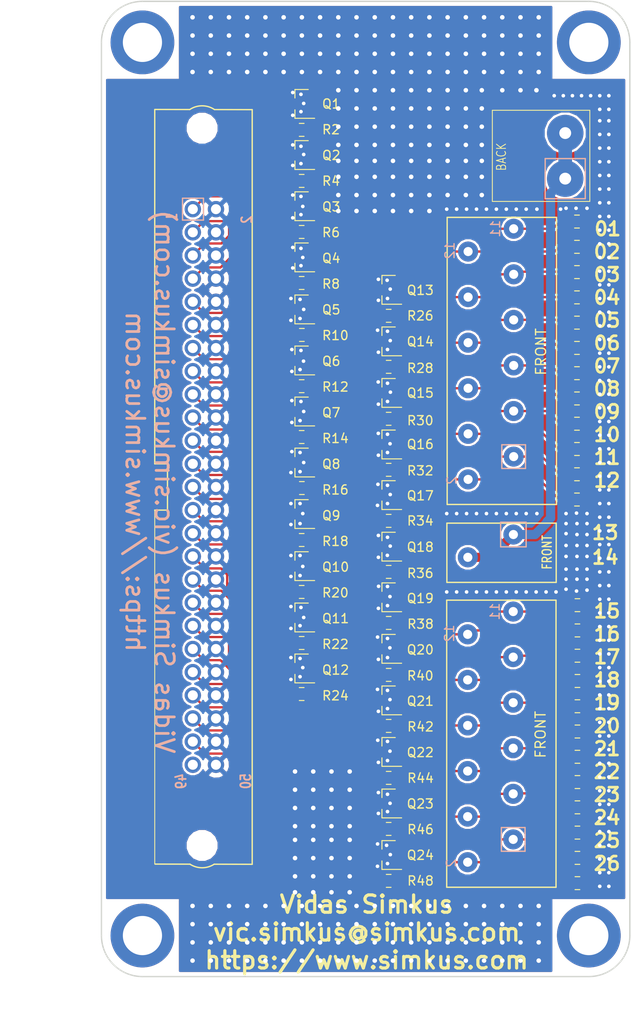
<source format=kicad_pcb>
(kicad_pcb (version 20171130) (host pcbnew 5.0.2-bee76a0~70~ubuntu18.04.1)
  (layers (0 F.Cu signal) (31 B.Cu signal) (34 B.Paste user) (35 F.Paste user) (36 B.SilkS user) (37 F.SilkS user) (38 B.Mask user) (39 F.Mask user) (44 Edge.Cuts user))
  (net 0 "")
  (net 1 GND)
  (net 2 /B01)
  (net 3 /B02)
  (net 4 /B03)
  (net 5 /B04)
  (net 6 /B05)
  (net 7 /B06)
  (net 8 /B07)
  (net 9 /B08)
  (net 10 /B09)
  (net 11 /B10)
  (net 12 /B11)
  (net 13 /B12)
  (net 14 /B13)
  (net 15 /B14)
  (net 16 /B15)
  (net 17 /B16)
  (net 18 /B17)
  (net 19 /B18)
  (net 20 /B19)
  (net 21 /B20)
  (net 22 /B21)
  (net 23 /B22)
  (net 24 /B23)
  (net 25 /B24)
  (net 26 "Net-(BOARD1-Pad49)")
  (net 27 /24V)
  (net 28 /P11)
  (net 29 /P09)
  (net 30 /P07)
  (net 31 /P05)
  (net 32 /P03)
  (net 33 /P01)
  (net 34 /P12)
  (net 35 /P10)
  (net 36 /P08)
  (net 37 /P06)
  (net 38 /P04)
  (net 39 /P02)
  (net 40 /P14)
  (net 41 /P16)
  (net 42 /P18)
  (net 43 /P20)
  (net 44 /P22)
  (net 45 /P24)
  (net 46 /P13)
  (net 47 /P15)
  (net 48 /P17)
  (net 49 /P19)
  (net 50 /P21)
  (net 51 /P23)
  (net 52 "Net-(Q1-Pad1)")
  (net 53 "Net-(Q2-Pad1)")
  (net 54 "Net-(Q3-Pad1)")
  (net 55 "Net-(Q4-Pad1)")
  (net 56 "Net-(Q5-Pad1)")
  (net 57 "Net-(Q6-Pad1)")
  (net 58 "Net-(Q7-Pad1)")
  (net 59 "Net-(Q8-Pad1)")
  (net 60 "Net-(Q9-Pad1)")
  (net 61 "Net-(Q10-Pad1)")
  (net 62 "Net-(Q11-Pad1)")
  (net 63 "Net-(Q12-Pad1)")
  (net 64 "Net-(Q13-Pad1)")
  (net 65 "Net-(Q14-Pad1)")
  (net 66 "Net-(Q15-Pad1)")
  (net 67 "Net-(Q16-Pad1)")
  (net 68 "Net-(Q17-Pad1)")
  (net 69 "Net-(Q18-Pad1)")
  (net 70 "Net-(Q19-Pad1)")
  (net 71 "Net-(Q20-Pad1)")
  (net 72 "Net-(Q21-Pad1)")
  (net 73 "Net-(Q22-Pad1)")
  (net 74 "Net-(Q23-Pad1)")
  (net 75 "Net-(Q24-Pad1)")
  (module FOOTPRINTS:FCI_50PIN (layer F.Cu) (at 55.5 75.5 270)
    (fp_text reference BOARD1 hide)
    (fp_text value Conn_02x25_Odd_Even)
    (fp_text user 50 (at 31.6 -10.2 270) (layer B.SilkS) (effects (font (size 1.1 0.88) (thickness 0.2)) (justify left top mirror)))
    (fp_text user 2 (at -29.6 -10.3 270) (layer B.SilkS) (effects (font (size 1.1 0.88) (thickness 0.2)) (justify left top mirror)))
    (fp_text user 49 (at 31.6 -3.1 270) (layer B.SilkS) (effects (font (size 1.1 0.88) (thickness 0.2)) (justify left top mirror)))
    (fp_text user 1 (at -29.9 -2.1 270) (layer B.SilkS) (effects (font (size 1.1 0.88) (thickness 0.2)) (justify left top mirror)))
    (pad 2 thru_hole circle (at -30.2 -7.57 270) (size 1.8 1.8) (drill 1.1) (layers *.Cu *.Mask) (net 1 GND))
    (pad 1 thru_hole circle (at -30.2 -5.03 270) (size 1.8 1.8) (drill 1.1) (layers *.Cu *.Mask) (net 2 /B01))
    (pad 4 thru_hole circle (at -27.66 -7.57 270) (size 1.8 1.8) (drill 1.1) (layers *.Cu *.Mask) (net 1 GND))
    (pad 3 thru_hole circle (at -27.66 -5.03 270) (size 1.8 1.8) (drill 1.1) (layers *.Cu *.Mask) (net 3 /B02))
    (pad 6 thru_hole circle (at -25.12 -7.57 270) (size 1.8 1.8) (drill 1.1) (layers *.Cu *.Mask) (net 1 GND))
    (pad 5 thru_hole circle (at -25.12 -5.03 270) (size 1.8 1.8) (drill 1.1) (layers *.Cu *.Mask) (net 4 /B03))
    (pad 8 thru_hole circle (at -22.58 -7.57 270) (size 1.8 1.8) (drill 1.1) (layers *.Cu *.Mask) (net 1 GND))
    (pad 7 thru_hole circle (at -22.58 -5.03 270) (size 1.8 1.8) (drill 1.1) (layers *.Cu *.Mask) (net 5 /B04))
    (pad 10 thru_hole circle (at -20.04 -7.57 270) (size 1.8 1.8) (drill 1.1) (layers *.Cu *.Mask) (net 1 GND))
    (pad 9 thru_hole circle (at -20.04 -5.03 270) (size 1.8 1.8) (drill 1.1) (layers *.Cu *.Mask) (net 6 /B05))
    (pad 12 thru_hole circle (at -17.5 -7.57 270) (size 1.8 1.8) (drill 1.1) (layers *.Cu *.Mask) (net 1 GND))
    (pad 11 thru_hole circle (at -17.5 -5.03 270) (size 1.8 1.8) (drill 1.1) (layers *.Cu *.Mask) (net 7 /B06))
    (pad 14 thru_hole circle (at -14.96 -7.57 270) (size 1.8 1.8) (drill 1.1) (layers *.Cu *.Mask) (net 1 GND))
    (pad 13 thru_hole circle (at -14.96 -5.03 270) (size 1.8 1.8) (drill 1.1) (layers *.Cu *.Mask) (net 8 /B07))
    (pad 16 thru_hole circle (at -12.42 -7.57 270) (size 1.8 1.8) (drill 1.1) (layers *.Cu *.Mask) (net 1 GND))
    (pad 15 thru_hole circle (at -12.42 -5.03 270) (size 1.8 1.8) (drill 1.1) (layers *.Cu *.Mask) (net 9 /B08))
    (pad 18 thru_hole circle (at -9.88 -7.57 270) (size 1.8 1.8) (drill 1.1) (layers *.Cu *.Mask) (net 1 GND))
    (pad 17 thru_hole circle (at -9.88 -5.03 270) (size 1.8 1.8) (drill 1.1) (layers *.Cu *.Mask) (net 10 /B09))
    (pad 20 thru_hole circle (at -7.34 -7.57 270) (size 1.8 1.8) (drill 1.1) (layers *.Cu *.Mask) (net 1 GND))
    (pad 19 thru_hole circle (at -7.34 -5.03 270) (size 1.8 1.8) (drill 1.1) (layers *.Cu *.Mask) (net 11 /B10))
    (pad 22 thru_hole circle (at -4.8 -7.57 270) (size 1.8 1.8) (drill 1.1) (layers *.Cu *.Mask) (net 1 GND))
    (pad 21 thru_hole circle (at -4.8 -5.03 270) (size 1.8 1.8) (drill 1.1) (layers *.Cu *.Mask) (net 12 /B11))
    (pad 24 thru_hole circle (at -2.26 -7.57 270) (size 1.8 1.8) (drill 1.1) (layers *.Cu *.Mask) (net 1 GND))
    (pad 23 thru_hole circle (at -2.26 -5.03 270) (size 1.8 1.8) (drill 1.1) (layers *.Cu *.Mask) (net 13 /B12))
    (pad 26 thru_hole circle (at 0.28 -7.57 270) (size 1.8 1.8) (drill 1.1) (layers *.Cu *.Mask) (net 1 GND))
    (pad 25 thru_hole circle (at 0.28 -5.03 270) (size 1.8 1.8) (drill 1.1) (layers *.Cu *.Mask) (net 14 /B13))
    (pad 28 thru_hole circle (at 2.82 -7.57 270) (size 1.8 1.8) (drill 1.1) (layers *.Cu *.Mask) (net 1 GND))
    (pad 27 thru_hole circle (at 2.82 -5.03 270) (size 1.8 1.8) (drill 1.1) (layers *.Cu *.Mask) (net 15 /B14))
    (pad 30 thru_hole circle (at 5.36 -7.57 270) (size 1.8 1.8) (drill 1.1) (layers *.Cu *.Mask) (net 1 GND))
    (pad 29 thru_hole circle (at 5.36 -5.03 270) (size 1.8 1.8) (drill 1.1) (layers *.Cu *.Mask) (net 16 /B15))
    (pad 32 thru_hole circle (at 7.9 -7.57 270) (size 1.8 1.8) (drill 1.1) (layers *.Cu *.Mask) (net 1 GND))
    (pad 31 thru_hole circle (at 7.9 -5.03 270) (size 1.8 1.8) (drill 1.1) (layers *.Cu *.Mask) (net 17 /B16))
    (pad 34 thru_hole circle (at 10.44 -7.57 270) (size 1.8 1.8) (drill 1.1) (layers *.Cu *.Mask) (net 1 GND))
    (pad 33 thru_hole circle (at 10.44 -5.03 270) (size 1.8 1.8) (drill 1.1) (layers *.Cu *.Mask) (net 18 /B17))
    (pad 36 thru_hole circle (at 12.98 -7.57 270) (size 1.8 1.8) (drill 1.1) (layers *.Cu *.Mask) (net 1 GND))
    (pad 35 thru_hole circle (at 12.98 -5.03 270) (size 1.8 1.8) (drill 1.1) (layers *.Cu *.Mask) (net 19 /B18))
    (pad 38 thru_hole circle (at 15.52 -7.57 270) (size 1.8 1.8) (drill 1.1) (layers *.Cu *.Mask) (net 1 GND))
    (pad 37 thru_hole circle (at 15.52 -5.03 270) (size 1.8 1.8) (drill 1.1) (layers *.Cu *.Mask) (net 20 /B19))
    (pad 40 thru_hole circle (at 18.06 -7.57 270) (size 1.8 1.8) (drill 1.1) (layers *.Cu *.Mask) (net 1 GND))
    (pad 39 thru_hole circle (at 18.06 -5.03 270) (size 1.8 1.8) (drill 1.1) (layers *.Cu *.Mask) (net 21 /B20))
    (pad 42 thru_hole circle (at 20.6 -7.57 270) (size 1.8 1.8) (drill 1.1) (layers *.Cu *.Mask) (net 1 GND))
    (pad 41 thru_hole circle (at 20.6 -5.03 270) (size 1.8 1.8) (drill 1.1) (layers *.Cu *.Mask) (net 22 /B21))
    (pad 44 thru_hole circle (at 23.14 -7.57 270) (size 1.8 1.8) (drill 1.1) (layers *.Cu *.Mask) (net 1 GND))
    (pad 43 thru_hole circle (at 23.14 -5.03 270) (size 1.8 1.8) (drill 1.1) (layers *.Cu *.Mask) (net 23 /B22))
    (pad 46 thru_hole circle (at 25.68 -7.57 270) (size 1.8 1.8) (drill 1.1) (layers *.Cu *.Mask) (net 1 GND))
    (pad 45 thru_hole circle (at 25.68 -5.03 270) (size 1.8 1.8) (drill 1.1) (layers *.Cu *.Mask) (net 24 /B23))
    (pad 48 thru_hole circle (at 28.22 -7.57 270) (size 1.8 1.8) (drill 1.1) (layers *.Cu *.Mask) (net 1 GND))
    (pad 47 thru_hole circle (at 28.22 -5.03 270) (size 1.8 1.8) (drill 1.1) (layers *.Cu *.Mask) (net 25 /B24))
    (pad 50 thru_hole circle (at 30.76 -7.57 270) (size 1.8 1.8) (drill 1.1) (layers *.Cu *.Mask) (net 1 GND))
    (pad 49 thru_hole circle (at 30.76 -5.03 270) (size 1.8 1.8) (drill 1.1) (layers *.Cu *.Mask) (net 26 "Net-(BOARD1-Pad49)"))
    (pad "" np_thru_hole circle (at -39.09 -6.05 270) (size 2.9 2.9) (drill 2.9) (layers *.Cu *.Mask))
    (pad "" np_thru_hole circle (at 39.61 -6.05 270) (size 2.9 2.9) (drill 2.9) (layers *.Cu *.Mask))
  )
  (module FOOTPRINTS:12_POS_SPRING_TERM (layer F.Cu) (at 105.05 62.25 90)
    (fp_text reference PLC1-12 hide)
    (fp_text value Conn_01x12)
    (fp_text user FRONT (at 1.3 -6.3 90) (layer F.SilkS) (effects (font (size 1.1 1.1))))
    (fp_text user 12 (at 12.4 -16.3 90) (layer B.SilkS) (effects (justify mirror)))
    (fp_text user 11 (at 14.8 -11.3 90) (layer B.SilkS) (effects (justify mirror)))
    (fp_text user 2 (at -12.8 -16.1 90) (layer B.SilkS) (effects (justify mirror)))
    (pad 1 thru_hole circle (at -12.7 -14.3 90) (size 2.2 2.2) (drill 1) (layers *.Cu *.Mask) (net 34 /P12))
    (pad 3 thru_hole circle (at -7.7 -14.3 90) (size 2.2 2.2) (drill 1) (layers *.Cu *.Mask) (net 35 /P10))
    (pad 5 thru_hole circle (at -2.7 -14.3 90) (size 2.2 2.2) (drill 1) (layers *.Cu *.Mask) (net 36 /P08))
    (pad 7 thru_hole circle (at 2.3 -14.3 90) (size 2.2 2.2) (drill 1) (layers *.Cu *.Mask) (net 37 /P06))
    (pad 9 thru_hole circle (at 7.3 -14.3 90) (size 2.2 2.2) (drill 1) (layers *.Cu *.Mask) (net 38 /P04))
    (pad 11 thru_hole circle (at 12.3 -14.3 90) (size 2.2 2.2) (drill 1) (layers *.Cu *.Mask) (net 39 /P02))
    (pad 2 thru_hole circle (at -10.2 -9.3 90) (size 2.2 2.2) (drill 1) (layers *.Cu *.Mask) (net 28 /P11))
    (pad 4 thru_hole circle (at -5.2 -9.3 90) (size 2.2 2.2) (drill 1) (layers *.Cu *.Mask) (net 29 /P09))
    (pad 6 thru_hole circle (at -0.2 -9.3 90) (size 2.2 2.2) (drill 1) (layers *.Cu *.Mask) (net 30 /P07))
    (pad 8 thru_hole circle (at 4.8 -9.3 90) (size 2.2 2.2) (drill 1) (layers *.Cu *.Mask) (net 31 /P05))
    (pad 10 thru_hole circle (at 9.8 -9.3 90) (size 2.2 2.2) (drill 1) (layers *.Cu *.Mask) (net 32 /P03))
    (pad 12 thru_hole circle (at 14.8 -9.3 90) (size 2.2 2.2) (drill 1) (layers *.Cu *.Mask) (net 33 /P01))
  )
  (module FOOTPRINTS:12_POS_SPRING_TERM (layer F.Cu) (at 105 104.25 90)
    (fp_text reference PLC13-14 hide)
    (fp_text value Conn_01x12)
    (fp_text user FRONT (at 1.3 -6.3 90) (layer F.SilkS) (effects (font (size 1.1 1.1))))
    (fp_text user 12 (at 12.4 -16.3 90) (layer B.SilkS) (effects (justify mirror)))
    (fp_text user 11 (at 14.8 -11.3 90) (layer B.SilkS) (effects (justify mirror)))
    (fp_text user 2 (at -12.8 -16.1 90) (layer B.SilkS) (effects (justify mirror)))
    (pad 1 thru_hole circle (at -12.7 -14.3 90) (size 2.2 2.2) (drill 1) (layers *.Cu *.Mask) (net 45 /P24))
    (pad 3 thru_hole circle (at -7.7 -14.3 90) (size 2.2 2.2) (drill 1) (layers *.Cu *.Mask) (net 44 /P22))
    (pad 5 thru_hole circle (at -2.7 -14.3 90) (size 2.2 2.2) (drill 1) (layers *.Cu *.Mask) (net 43 /P20))
    (pad 7 thru_hole circle (at 2.3 -14.3 90) (size 2.2 2.2) (drill 1) (layers *.Cu *.Mask) (net 42 /P18))
    (pad 9 thru_hole circle (at 7.3 -14.3 90) (size 2.2 2.2) (drill 1) (layers *.Cu *.Mask) (net 41 /P16))
    (pad 11 thru_hole circle (at 12.3 -14.3 90) (size 2.2 2.2) (drill 1) (layers *.Cu *.Mask) (net 40 /P14))
    (pad 2 thru_hole circle (at -10.2 -9.3 90) (size 2.2 2.2) (drill 1) (layers *.Cu *.Mask) (net 51 /P23))
    (pad 4 thru_hole circle (at -5.2 -9.3 90) (size 2.2 2.2) (drill 1) (layers *.Cu *.Mask) (net 50 /P21))
    (pad 6 thru_hole circle (at -0.2 -9.3 90) (size 2.2 2.2) (drill 1) (layers *.Cu *.Mask) (net 49 /P19))
    (pad 8 thru_hole circle (at 4.8 -9.3 90) (size 2.2 2.2) (drill 1) (layers *.Cu *.Mask) (net 48 /P17))
    (pad 10 thru_hole circle (at 9.8 -9.3 90) (size 2.2 2.2) (drill 1) (layers *.Cu *.Mask) (net 47 /P15))
    (pad 12 thru_hole circle (at 14.8 -9.3 90) (size 2.2 2.2) (drill 1) (layers *.Cu *.Mask) (net 46 /P13))
  )
  (module FOOTPRINTS:2_POS_SPRING_TERM (layer F.Cu) (at 105.82 81.65 90)
    (fp_text reference PLC24 hide)
    (fp_text value Conn_01x02)
    (fp_text user FRONT (at -1.3 -6.4 90) (layer F.SilkS) (effects (font (size 1 0.8))))
    (pad 1 thru_hole circle (at -1.85 -15.1 90) (size 2.2 2.2) (drill 1) (layers *.Cu *.Mask) (net 27 /24V))
    (pad 2 thru_hole circle (at 0.65 -10.1 90) (size 2.2 2.2) (drill 1) (layers *.Cu *.Mask) (net 27 /24V))
  )
  (module Resistor_SMD:R_0805_2012Metric (layer F.Cu) (at 72.48 81.6)
    (fp_text reference R18 (at 3.7 0.14542) (layer F.SilkS))
    (fp_text value 2K2)
    (pad 2 smd roundrect (at 0.9375 0) (size 0.975 1.4) (layers F.Cu F.Paste F.Mask) (net 29 /P09))
    (pad 1 smd roundrect (at -0.9375 0) (size 0.975 1.4) (layers F.Cu F.Paste F.Mask) (net 60 "Net-(Q9-Pad1)"))
  )
  (module Package_TO_SOT_SMD:SOT-23 (layer F.Cu) (at 72.5 56.3 180)
    (fp_text reference Q5 (at -3.227619 -0.03608) (layer F.SilkS))
    (fp_text value Q_NPN_CBE)
    (pad 3 smd rect (at 1 0 180) (size 0.9 0.8) (layers F.Cu F.Paste F.Mask) (net 6 /B05))
    (pad 2 smd rect (at -1 0.95 180) (size 0.9 0.8) (layers F.Cu F.Paste F.Mask) (net 1 GND))
    (pad 1 smd rect (at -1 -0.95 180) (size 0.9 0.8) (layers F.Cu F.Paste F.Mask) (net 56 "Net-(Q5-Pad1)"))
  )
  (module FOOTPRINTS:2_POS_SCREW_TERM (layer F.Cu) (at 106.21 39.75 90)
    (fp_text reference VDC24 hide)
    (fp_text value Conn_01x02)
    (fp_text user BACK (at 0.189527 -11.808233 90) (layer F.SilkS) (effects (font (size 1 0.8) (thickness 0.1))))
    (pad 2 thru_hole circle (at 2.8 -4.8 90) (size 4 4) (drill 1.3) (layers *.Cu *.Mask) (net 27 /24V))
    (pad 1 thru_hole circle (at -2.2 -4.8 90) (size 4 4) (drill 1.3) (layers *.Cu *.Mask) (net 27 /24V))
  )
  (module MountingHole:MountingHole_4.3mm_M4_ISO14580_Pad (layer F.Cu) (at 104 125)
    (fp_text reference REF** hide)
    (fp_text value MountingHole_4.3mm_M4_ISO14580_Pad)
    (pad 1 thru_hole circle (at 0 0) (size 7 7) (drill 4.3) (layers *.Cu *.Mask))
  )
  (module MountingHole:MountingHole_4.3mm_M4_ISO14580_Pad (layer F.Cu) (at 55 125)
    (fp_text reference REF** hide)
    (fp_text value MountingHole_4.3mm_M4_ISO14580_Pad)
    (pad 1 thru_hole circle (at 0 0) (size 7 7) (drill 4.3) (layers *.Cu *.Mask))
  )
  (module MountingHole:MountingHole_4.3mm_M4_ISO14580_Pad (layer F.Cu) (at 104 27)
    (fp_text reference REF** hide)
    (fp_text value MountingHole_4.3mm_M4_ISO14580_Pad)
    (pad 1 thru_hole circle (at 0 0) (size 7 7) (drill 4.3) (layers *.Cu *.Mask))
  )
  (module Package_TO_SOT_SMD:SOT-23 (layer F.Cu) (at 72.5 33.75 180)
    (fp_text reference Q1 (at -3.227619 0) (layer F.SilkS))
    (fp_text value Q_NPN_CBE)
    (pad 3 smd rect (at 1 0 180) (size 0.9 0.8) (layers F.Cu F.Paste F.Mask) (net 2 /B01))
    (pad 2 smd rect (at -1 0.95 180) (size 0.9 0.8) (layers F.Cu F.Paste F.Mask) (net 1 GND))
    (pad 1 smd rect (at -1 -0.95 180) (size 0.9 0.8) (layers F.Cu F.Paste F.Mask) (net 52 "Net-(Q1-Pad1)"))
  )
  (module Package_TO_SOT_SMD:SOT-23 (layer F.Cu) (at 72.5 39.363042 180)
    (fp_text reference Q2 (at -3.227619 -0.033478) (layer F.SilkS))
    (fp_text value Q_NPN_CBE)
    (pad 1 smd rect (at -1 -0.95 180) (size 0.9 0.8) (layers F.Cu F.Paste F.Mask) (net 53 "Net-(Q2-Pad1)"))
    (pad 2 smd rect (at -1 0.95 180) (size 0.9 0.8) (layers F.Cu F.Paste F.Mask) (net 1 GND))
    (pad 3 smd rect (at 1 0 180) (size 0.9 0.8) (layers F.Cu F.Paste F.Mask) (net 3 /B02))
  )
  (module Package_TO_SOT_SMD:SOT-23 (layer F.Cu) (at 72.5 44.976084 180)
    (fp_text reference Q3 (at -3.227619 -0.066956) (layer F.SilkS))
    (fp_text value Q_NPN_CBE)
    (pad 3 smd rect (at 1 0 180) (size 0.9 0.8) (layers F.Cu F.Paste F.Mask) (net 4 /B03))
    (pad 2 smd rect (at -1 0.95 180) (size 0.9 0.8) (layers F.Cu F.Paste F.Mask) (net 1 GND))
    (pad 1 smd rect (at -1 -0.95 180) (size 0.9 0.8) (layers F.Cu F.Paste F.Mask) (net 54 "Net-(Q3-Pad1)"))
  )
  (module Package_TO_SOT_SMD:SOT-23 (layer F.Cu) (at 72.5 50.589126 180)
    (fp_text reference Q4 (at -3.227619 -0.100434) (layer F.SilkS))
    (fp_text value Q_NPN_CBE)
    (pad 1 smd rect (at -1 -0.95 180) (size 0.9 0.8) (layers F.Cu F.Paste F.Mask) (net 55 "Net-(Q4-Pad1)"))
    (pad 2 smd rect (at -1 0.95 180) (size 0.9 0.8) (layers F.Cu F.Paste F.Mask) (net 1 GND))
    (pad 3 smd rect (at 1 0 180) (size 0.9 0.8) (layers F.Cu F.Paste F.Mask) (net 5 /B04))
  )
  (module Package_TO_SOT_SMD:SOT-23 (layer F.Cu) (at 72.5 61.9 180)
    (fp_text reference Q6 (at -3.227619 -0.0826) (layer F.SilkS))
    (fp_text value Q_NPN_CBE)
    (pad 1 smd rect (at -1 -0.95 180) (size 0.9 0.8) (layers F.Cu F.Paste F.Mask) (net 57 "Net-(Q6-Pad1)"))
    (pad 2 smd rect (at -1 0.95 180) (size 0.9 0.8) (layers F.Cu F.Paste F.Mask) (net 1 GND))
    (pad 3 smd rect (at 1 0 180) (size 0.9 0.8) (layers F.Cu F.Paste F.Mask) (net 7 /B06))
  )
  (module Package_TO_SOT_SMD:SOT-23 (layer F.Cu) (at 72.5 67.5 180)
    (fp_text reference Q7 (at -3.227619 -0.12912) (layer F.SilkS))
    (fp_text value Q_NPN_CBE)
    (pad 3 smd rect (at 1 0 180) (size 0.9 0.8) (layers F.Cu F.Paste F.Mask) (net 8 /B07))
    (pad 2 smd rect (at -1 0.95 180) (size 0.9 0.8) (layers F.Cu F.Paste F.Mask) (net 1 GND))
    (pad 1 smd rect (at -1 -0.95 180) (size 0.9 0.8) (layers F.Cu F.Paste F.Mask) (net 58 "Net-(Q7-Pad1)"))
  )
  (module Package_TO_SOT_SMD:SOT-23 (layer F.Cu) (at 72.5 73.1 180)
    (fp_text reference Q8 (at -3.227619 -0.17564) (layer F.SilkS))
    (fp_text value Q_NPN_CBE)
    (pad 1 smd rect (at -1 -0.95 180) (size 0.9 0.8) (layers F.Cu F.Paste F.Mask) (net 59 "Net-(Q8-Pad1)"))
    (pad 2 smd rect (at -1 0.95 180) (size 0.9 0.8) (layers F.Cu F.Paste F.Mask) (net 1 GND))
    (pad 3 smd rect (at 1 0 180) (size 0.9 0.8) (layers F.Cu F.Paste F.Mask) (net 9 /B08))
  )
  (module Package_TO_SOT_SMD:SOT-23 (layer F.Cu) (at 72.5 78.754336 180)
    (fp_text reference Q9 (at -3.227619 -0.167824) (layer F.SilkS))
    (fp_text value Q_NPN_CBE)
    (pad 3 smd rect (at 1 0 180) (size 0.9 0.8) (layers F.Cu F.Paste F.Mask) (net 10 /B09))
    (pad 2 smd rect (at -1 0.95 180) (size 0.9 0.8) (layers F.Cu F.Paste F.Mask) (net 1 GND))
    (pad 1 smd rect (at -1 -0.95 180) (size 0.9 0.8) (layers F.Cu F.Paste F.Mask) (net 60 "Net-(Q9-Pad1)"))
  )
  (module Package_TO_SOT_SMD:SOT-23 (layer F.Cu) (at 72.5 84.467378 180)
    (fp_text reference Q10 (at -3.703809 -0.101302) (layer F.SilkS))
    (fp_text value Q_NPN_CBE)
    (pad 1 smd rect (at -1 -0.95 180) (size 0.9 0.8) (layers F.Cu F.Paste F.Mask) (net 61 "Net-(Q10-Pad1)"))
    (pad 2 smd rect (at -1 0.95 180) (size 0.9 0.8) (layers F.Cu F.Paste F.Mask) (net 1 GND))
    (pad 3 smd rect (at 1 0 180) (size 0.9 0.8) (layers F.Cu F.Paste F.Mask) (net 11 /B10))
  )
  (module Package_TO_SOT_SMD:SOT-23 (layer F.Cu) (at 72.5 90.1 180)
    (fp_text reference Q11 (at -3.703809 -0.1152) (layer F.SilkS))
    (fp_text value Q_NPN_CBE)
    (pad 3 smd rect (at 1 0 180) (size 0.9 0.8) (layers F.Cu F.Paste F.Mask) (net 12 /B11))
    (pad 2 smd rect (at -1 0.95 180) (size 0.9 0.8) (layers F.Cu F.Paste F.Mask) (net 1 GND))
    (pad 1 smd rect (at -1 -0.95 180) (size 0.9 0.8) (layers F.Cu F.Paste F.Mask) (net 62 "Net-(Q11-Pad1)"))
  )
  (module Package_TO_SOT_SMD:SOT-23 (layer F.Cu) (at 72.5 95.693462 180)
    (fp_text reference Q12 (at -3.703809 -0.168258) (layer F.SilkS))
    (fp_text value Q_NPN_CBE)
    (pad 3 smd rect (at 1 0 180) (size 0.9 0.8) (layers F.Cu F.Paste F.Mask) (net 13 /B12))
    (pad 2 smd rect (at -1 0.95 180) (size 0.9 0.8) (layers F.Cu F.Paste F.Mask) (net 1 GND))
    (pad 1 smd rect (at -1 -0.95 180) (size 0.9 0.8) (layers F.Cu F.Paste F.Mask) (net 63 "Net-(Q12-Pad1)"))
  )
  (module Package_TO_SOT_SMD:SOT-23 (layer F.Cu) (at 82.05 54.15 180)
    (fp_text reference Q13 (at -3.45 -0.05) (layer F.SilkS))
    (fp_text value Q_NPN_CBE)
    (pad 1 smd rect (at -1 -0.95 180) (size 0.9 0.8) (layers F.Cu F.Paste F.Mask) (net 64 "Net-(Q13-Pad1)"))
    (pad 2 smd rect (at -1 0.95 180) (size 0.9 0.8) (layers F.Cu F.Paste F.Mask) (net 1 GND))
    (pad 3 smd rect (at 1 0 180) (size 0.9 0.8) (layers F.Cu F.Paste F.Mask) (net 14 /B13))
  )
  (module Package_TO_SOT_SMD:SOT-23 (layer F.Cu) (at 82.05 59.805764 180)
    (fp_text reference Q14 (at -3.45 -0.029018) (layer F.SilkS))
    (fp_text value Q_NPN_CBE)
    (pad 3 smd rect (at 1 0 180) (size 0.9 0.8) (layers F.Cu F.Paste F.Mask) (net 15 /B14))
    (pad 2 smd rect (at -1 0.95 180) (size 0.9 0.8) (layers F.Cu F.Paste F.Mask) (net 1 GND))
    (pad 1 smd rect (at -1 -0.95 180) (size 0.9 0.8) (layers F.Cu F.Paste F.Mask) (net 65 "Net-(Q14-Pad1)"))
  )
  (module Package_TO_SOT_SMD:SOT-23 (layer F.Cu) (at 82.05 65.461528 180)
    (fp_text reference Q15 (at -3.45 -0.008036) (layer F.SilkS))
    (fp_text value Q_NPN_CBE)
    (pad 1 smd rect (at -1 -0.95 180) (size 0.9 0.8) (layers F.Cu F.Paste F.Mask) (net 66 "Net-(Q15-Pad1)"))
    (pad 2 smd rect (at -1 0.95 180) (size 0.9 0.8) (layers F.Cu F.Paste F.Mask) (net 1 GND))
    (pad 3 smd rect (at 1 0 180) (size 0.9 0.8) (layers F.Cu F.Paste F.Mask) (net 16 /B15))
  )
  (module Package_TO_SOT_SMD:SOT-23 (layer F.Cu) (at 82.05 71.117292 180)
    (fp_text reference Q16 (at -3.45 0.012946) (layer F.SilkS))
    (fp_text value Q_NPN_CBE)
    (pad 1 smd rect (at -1 -0.95 180) (size 0.9 0.8) (layers F.Cu F.Paste F.Mask) (net 67 "Net-(Q16-Pad1)"))
    (pad 2 smd rect (at -1 0.95 180) (size 0.9 0.8) (layers F.Cu F.Paste F.Mask) (net 1 GND))
    (pad 3 smd rect (at 1 0 180) (size 0.9 0.8) (layers F.Cu F.Paste F.Mask) (net 17 /B16))
  )
  (module Package_TO_SOT_SMD:SOT-23 (layer F.Cu) (at 82.05 76.673056 180)
    (fp_text reference Q17 (at -3.45 -0.066072) (layer F.SilkS))
    (fp_text value Q_NPN_CBE)
    (pad 3 smd rect (at 1 0 180) (size 0.9 0.8) (layers F.Cu F.Paste F.Mask) (net 18 /B17))
    (pad 2 smd rect (at -1 0.95 180) (size 0.9 0.8) (layers F.Cu F.Paste F.Mask) (net 1 GND))
    (pad 1 smd rect (at -1 -0.95 180) (size 0.9 0.8) (layers F.Cu F.Paste F.Mask) (net 68 "Net-(Q17-Pad1)"))
  )
  (module Package_TO_SOT_SMD:SOT-23 (layer F.Cu) (at 82.05 82.32882 180)
    (fp_text reference Q18 (at -3.45 -0.04509) (layer F.SilkS))
    (fp_text value Q_NPN_CBE)
    (pad 1 smd rect (at -1 -0.95 180) (size 0.9 0.8) (layers F.Cu F.Paste F.Mask) (net 69 "Net-(Q18-Pad1)"))
    (pad 2 smd rect (at -1 0.95 180) (size 0.9 0.8) (layers F.Cu F.Paste F.Mask) (net 1 GND))
    (pad 3 smd rect (at 1 0 180) (size 0.9 0.8) (layers F.Cu F.Paste F.Mask) (net 19 /B18))
  )
  (module Package_TO_SOT_SMD:SOT-23 (layer F.Cu) (at 82.05 87.884584 180)
    (fp_text reference Q19 (at -3.45 -0.124108) (layer F.SilkS))
    (fp_text value Q_NPN_CBE)
    (pad 1 smd rect (at -1 -0.95 180) (size 0.9 0.8) (layers F.Cu F.Paste F.Mask) (net 70 "Net-(Q19-Pad1)"))
    (pad 2 smd rect (at -1 0.95 180) (size 0.9 0.8) (layers F.Cu F.Paste F.Mask) (net 1 GND))
    (pad 3 smd rect (at 1 0 180) (size 0.9 0.8) (layers F.Cu F.Paste F.Mask) (net 20 /B19))
  )
  (module Package_TO_SOT_SMD:SOT-23 (layer F.Cu) (at 82.05 93.540348 180)
    (fp_text reference Q20 (at -3.45 -0.103126) (layer F.SilkS))
    (fp_text value Q_NPN_CBE)
    (pad 3 smd rect (at 1 0 180) (size 0.9 0.8) (layers F.Cu F.Paste F.Mask) (net 21 /B20))
    (pad 2 smd rect (at -1 0.95 180) (size 0.9 0.8) (layers F.Cu F.Paste F.Mask) (net 1 GND))
    (pad 1 smd rect (at -1 -0.95 180) (size 0.9 0.8) (layers F.Cu F.Paste F.Mask) (net 71 "Net-(Q20-Pad1)"))
  )
  (module Package_TO_SOT_SMD:SOT-23 (layer F.Cu) (at 82.05 99.196112 180)
    (fp_text reference Q21 (at -3.45 -0.082144) (layer F.SilkS))
    (fp_text value Q_NPN_CBE)
    (pad 1 smd rect (at -1 -0.95 180) (size 0.9 0.8) (layers F.Cu F.Paste F.Mask) (net 72 "Net-(Q21-Pad1)"))
    (pad 2 smd rect (at -1 0.95 180) (size 0.9 0.8) (layers F.Cu F.Paste F.Mask) (net 1 GND))
    (pad 3 smd rect (at 1 0 180) (size 0.9 0.8) (layers F.Cu F.Paste F.Mask) (net 22 /B21))
  )
  (module Package_TO_SOT_SMD:SOT-23 (layer F.Cu) (at 82.05 104.851876 180)
    (fp_text reference Q22 (at -3.45 -0.061162) (layer F.SilkS))
    (fp_text value Q_NPN_CBE)
    (pad 3 smd rect (at 1 0 180) (size 0.9 0.8) (layers F.Cu F.Paste F.Mask) (net 23 /B22))
    (pad 2 smd rect (at -1 0.95 180) (size 0.9 0.8) (layers F.Cu F.Paste F.Mask) (net 1 GND))
    (pad 1 smd rect (at -1 -0.95 180) (size 0.9 0.8) (layers F.Cu F.Paste F.Mask) (net 73 "Net-(Q22-Pad1)"))
  )
  (module Package_TO_SOT_SMD:SOT-23 (layer F.Cu) (at 82.05 110.50764 180)
    (fp_text reference Q23 (at -3.45 -0.04018) (layer F.SilkS))
    (fp_text value Q_NPN_CBE)
    (pad 1 smd rect (at -1 -0.95 180) (size 0.9 0.8) (layers F.Cu F.Paste F.Mask) (net 74 "Net-(Q23-Pad1)"))
    (pad 2 smd rect (at -1 0.95 180) (size 0.9 0.8) (layers F.Cu F.Paste F.Mask) (net 1 GND))
    (pad 3 smd rect (at 1 0 180) (size 0.9 0.8) (layers F.Cu F.Paste F.Mask) (net 24 /B23))
  )
  (module Package_TO_SOT_SMD:SOT-23 (layer F.Cu) (at 82.05 116.163404 180)
    (fp_text reference Q24 (at -3.45 -0.019198) (layer F.SilkS))
    (fp_text value Q_NPN_CBE)
    (pad 3 smd rect (at 1 0 180) (size 0.9 0.8) (layers F.Cu F.Paste F.Mask) (net 25 /B24))
    (pad 2 smd rect (at -1 0.95 180) (size 0.9 0.8) (layers F.Cu F.Paste F.Mask) (net 1 GND))
    (pad 1 smd rect (at -1 -0.95 180) (size 0.9 0.8) (layers F.Cu F.Paste F.Mask) (net 75 "Net-(Q24-Pad1)"))
  )
  (module Resistor_SMD:R_0805_2012Metric (layer F.Cu) (at 102.7 46.66)
    (fp_text reference R1 hide)
    (fp_text value 10K)
    (pad 1 smd roundrect (at -0.9375 0) (size 0.975 1.4) (layers F.Cu F.Paste F.Mask) (net 33 /P01))
    (pad 2 smd roundrect (at 0.9375 0) (size 0.975 1.4) (layers F.Cu F.Paste F.Mask) (net 1 GND))
  )
  (module Resistor_SMD:R_0805_2012Metric (layer F.Cu) (at 72.48 36.6)
    (fp_text reference R2 (at 3.223809 -0.02674) (layer F.SilkS))
    (fp_text value 2K2)
    (pad 2 smd roundrect (at 0.9375 0) (size 0.975 1.4) (layers F.Cu F.Paste F.Mask) (net 33 /P01))
    (pad 1 smd roundrect (at -0.9375 0) (size 0.975 1.4) (layers F.Cu F.Paste F.Mask) (net 52 "Net-(Q1-Pad1)"))
  )
  (module Resistor_SMD:R_0805_2012Metric (layer F.Cu) (at 102.7 49.432727)
    (fp_text reference R3 hide)
    (fp_text value 10K)
    (pad 1 smd roundrect (at -0.9375 0) (size 0.975 1.4) (layers F.Cu F.Paste F.Mask) (net 39 /P02))
    (pad 2 smd roundrect (at 0.9375 0) (size 0.975 1.4) (layers F.Cu F.Paste F.Mask) (net 1 GND))
  )
  (module Resistor_SMD:R_0805_2012Metric (layer F.Cu) (at 72.48 42.2)
    (fp_text reference R4 (at 3.223809 0.01978) (layer F.SilkS))
    (fp_text value 2K2)
    (pad 2 smd roundrect (at 0.9375 0) (size 0.975 1.4) (layers F.Cu F.Paste F.Mask) (net 39 /P02))
    (pad 1 smd roundrect (at -0.9375 0) (size 0.975 1.4) (layers F.Cu F.Paste F.Mask) (net 53 "Net-(Q2-Pad1)"))
  )
  (module Resistor_SMD:R_0805_2012Metric (layer F.Cu) (at 102.7 52.205454)
    (fp_text reference R5 hide)
    (fp_text value 10K)
    (pad 1 smd roundrect (at -0.9375 0) (size 0.975 1.4) (layers F.Cu F.Paste F.Mask) (net 32 /P03))
    (pad 2 smd roundrect (at 0.9375 0) (size 0.975 1.4) (layers F.Cu F.Paste F.Mask) (net 1 GND))
  )
  (module Resistor_SMD:R_0805_2012Metric (layer F.Cu) (at 72.48 47.8)
    (fp_text reference R6 (at 3.223809 0.0663) (layer F.SilkS))
    (fp_text value 2K2)
    (pad 1 smd roundrect (at -0.9375 0) (size 0.975 1.4) (layers F.Cu F.Paste F.Mask) (net 54 "Net-(Q3-Pad1)"))
    (pad 2 smd roundrect (at 0.9375 0) (size 0.975 1.4) (layers F.Cu F.Paste F.Mask) (net 32 /P03))
  )
  (module Resistor_SMD:R_0805_2012Metric (layer F.Cu) (at 102.7 54.978181)
    (fp_text reference R7 hide)
    (fp_text value 10K)
    (pad 2 smd roundrect (at 0.9375 0) (size 0.975 1.4) (layers F.Cu F.Paste F.Mask) (net 1 GND))
    (pad 1 smd roundrect (at -0.9375 0) (size 0.975 1.4) (layers F.Cu F.Paste F.Mask) (net 38 /P04))
  )
  (module Resistor_SMD:R_0805_2012Metric (layer F.Cu) (at 72.48 53.4)
    (fp_text reference R8 (at 3.223809 0.11282) (layer F.SilkS))
    (fp_text value 2K2)
    (pad 1 smd roundrect (at -0.9375 0) (size 0.975 1.4) (layers F.Cu F.Paste F.Mask) (net 55 "Net-(Q4-Pad1)"))
    (pad 2 smd roundrect (at 0.9375 0) (size 0.975 1.4) (layers F.Cu F.Paste F.Mask) (net 38 /P04))
  )
  (module Resistor_SMD:R_0805_2012Metric (layer F.Cu) (at 102.7 57.750908)
    (fp_text reference R9 hide)
    (fp_text value 10K)
    (pad 2 smd roundrect (at 0.9375 0) (size 0.975 1.4) (layers F.Cu F.Paste F.Mask) (net 1 GND))
    (pad 1 smd roundrect (at -0.9375 0) (size 0.975 1.4) (layers F.Cu F.Paste F.Mask) (net 31 /P05))
  )
  (module Resistor_SMD:R_0805_2012Metric (layer F.Cu) (at 72.5 59.1)
    (fp_text reference R10 (at 3.68 0.05934) (layer F.SilkS))
    (fp_text value 2K2)
    (pad 1 smd roundrect (at -0.9375 0) (size 0.975 1.4) (layers F.Cu F.Paste F.Mask) (net 56 "Net-(Q5-Pad1)"))
    (pad 2 smd roundrect (at 0.9375 0) (size 0.975 1.4) (layers F.Cu F.Paste F.Mask) (net 31 /P05))
  )
  (module Resistor_SMD:R_0805_2012Metric (layer F.Cu) (at 102.7 60.523635)
    (fp_text reference R11 hide)
    (fp_text value 10K)
    (pad 2 smd roundrect (at 0.9375 0) (size 0.975 1.4) (layers F.Cu F.Paste F.Mask) (net 1 GND))
    (pad 1 smd roundrect (at -0.9375 0) (size 0.975 1.4) (layers F.Cu F.Paste F.Mask) (net 37 /P06))
  )
  (module Resistor_SMD:R_0805_2012Metric (layer F.Cu) (at 72.48 64.721731)
    (fp_text reference R12 (at 3.7 0.084129) (layer F.SilkS))
    (fp_text value 2K2)
    (pad 1 smd roundrect (at -0.9375 0) (size 0.975 1.4) (layers F.Cu F.Paste F.Mask) (net 57 "Net-(Q6-Pad1)"))
    (pad 2 smd roundrect (at 0.9375 0) (size 0.975 1.4) (layers F.Cu F.Paste F.Mask) (net 37 /P06))
  )
  (module Resistor_SMD:R_0805_2012Metric (layer F.Cu) (at 102.7 63.296362)
    (fp_text reference R13 hide)
    (fp_text value 10K)
    (pad 2 smd roundrect (at 0.9375 0) (size 0.975 1.4) (layers F.Cu F.Paste F.Mask) (net 1 GND))
    (pad 1 smd roundrect (at -0.9375 0) (size 0.975 1.4) (layers F.Cu F.Paste F.Mask) (net 30 /P07))
  )
  (module Resistor_SMD:R_0805_2012Metric (layer F.Cu) (at 72.48 70.3)
    (fp_text reference R14 (at 3.7 0.15238) (layer F.SilkS))
    (fp_text value 2K2)
    (pad 2 smd roundrect (at 0.9375 0) (size 0.975 1.4) (layers F.Cu F.Paste F.Mask) (net 30 /P07))
    (pad 1 smd roundrect (at -0.9375 0) (size 0.975 1.4) (layers F.Cu F.Paste F.Mask) (net 58 "Net-(Q7-Pad1)"))
  )
  (module Resistor_SMD:R_0805_2012Metric (layer F.Cu) (at 102.7 66.069089)
    (fp_text reference R15 hide)
    (fp_text value 10K)
    (pad 2 smd roundrect (at 0.9375 0) (size 0.975 1.4) (layers F.Cu F.Paste F.Mask) (net 1 GND))
    (pad 1 smd roundrect (at -0.9375 0) (size 0.975 1.4) (layers F.Cu F.Paste F.Mask) (net 36 /P08))
  )
  (module Resistor_SMD:R_0805_2012Metric (layer F.Cu) (at 72.5 75.9)
    (fp_text reference R16 (at 3.68 0.1989) (layer F.SilkS))
    (fp_text value 2K2)
    (pad 2 smd roundrect (at 0.9375 0) (size 0.975 1.4) (layers F.Cu F.Paste F.Mask) (net 36 /P08))
    (pad 1 smd roundrect (at -0.9375 0) (size 0.975 1.4) (layers F.Cu F.Paste F.Mask) (net 59 "Net-(Q8-Pad1)"))
  )
  (module Resistor_SMD:R_0805_2012Metric (layer F.Cu) (at 102.7 68.841816)
    (fp_text reference R17 hide)
    (fp_text value 10K)
    (pad 1 smd roundrect (at -0.9375 0) (size 0.975 1.4) (layers F.Cu F.Paste F.Mask) (net 29 /P09))
    (pad 2 smd roundrect (at 0.9375 0) (size 0.975 1.4) (layers F.Cu F.Paste F.Mask) (net 1 GND))
  )
  (module Resistor_SMD:R_0805_2012Metric (layer F.Cu) (at 102.7 71.614543)
    (fp_text reference R19 hide)
    (fp_text value 10K)
    (pad 2 smd roundrect (at 0.9375 0) (size 0.975 1.4) (layers F.Cu F.Paste F.Mask) (net 1 GND))
    (pad 1 smd roundrect (at -0.9375 0) (size 0.975 1.4) (layers F.Cu F.Paste F.Mask) (net 35 /P10))
  )
  (module Resistor_SMD:R_0805_2012Metric (layer F.Cu) (at 72.48 87.3)
    (fp_text reference R20 (at 3.7 0.09194) (layer F.SilkS))
    (fp_text value 2K2)
    (pad 1 smd roundrect (at -0.9375 0) (size 0.975 1.4) (layers F.Cu F.Paste F.Mask) (net 61 "Net-(Q10-Pad1)"))
    (pad 2 smd roundrect (at 0.9375 0) (size 0.975 1.4) (layers F.Cu F.Paste F.Mask) (net 35 /P10))
  )
  (module Resistor_SMD:R_0805_2012Metric (layer F.Cu) (at 102.7 74.38727)
    (fp_text reference R21 hide)
    (fp_text value 10K)
    (pad 2 smd roundrect (at 0.9375 0) (size 0.975 1.4) (layers F.Cu F.Paste F.Mask) (net 1 GND))
    (pad 1 smd roundrect (at -0.9375 0) (size 0.975 1.4) (layers F.Cu F.Paste F.Mask) (net 28 /P11))
  )
  (module Resistor_SMD:R_0805_2012Metric (layer F.Cu) (at 72.48 92.9)
    (fp_text reference R22 (at 3.7 0.13846) (layer F.SilkS))
    (fp_text value 2K2)
    (pad 1 smd roundrect (at -0.9375 0) (size 0.975 1.4) (layers F.Cu F.Paste F.Mask) (net 62 "Net-(Q11-Pad1)"))
    (pad 2 smd roundrect (at 0.9375 0) (size 0.975 1.4) (layers F.Cu F.Paste F.Mask) (net 28 /P11))
  )
  (module Resistor_SMD:R_0805_2012Metric (layer F.Cu) (at 102.7 77.16)
    (fp_text reference R23 hide)
    (fp_text value 10K)
    (pad 1 smd roundrect (at -0.9375 0) (size 0.975 1.4) (layers F.Cu F.Paste F.Mask) (net 34 /P12))
    (pad 2 smd roundrect (at 0.9375 0) (size 0.975 1.4) (layers F.Cu F.Paste F.Mask) (net 1 GND))
  )
  (module Resistor_SMD:R_0805_2012Metric (layer F.Cu) (at 72.48 98.5)
    (fp_text reference R24 (at 3.7 0.184999) (layer F.SilkS))
    (fp_text value 2K2)
    (pad 2 smd roundrect (at 0.9375 0) (size 0.975 1.4) (layers F.Cu F.Paste F.Mask) (net 34 /P12))
    (pad 1 smd roundrect (at -0.9375 0) (size 0.975 1.4) (layers F.Cu F.Paste F.Mask) (net 63 "Net-(Q12-Pad1)"))
  )
  (module Resistor_SMD:R_0805_2012Metric (layer F.Cu) (at 102.75 88.75)
    (fp_text reference R25 hide)
    (fp_text value 10K)
    (pad 2 smd roundrect (at 0.9375 0) (size 0.975 1.4) (layers F.Cu F.Paste F.Mask) (net 1 GND))
    (pad 1 smd roundrect (at -0.9375 0) (size 0.975 1.4) (layers F.Cu F.Paste F.Mask) (net 46 /P13))
  )
  (module Resistor_SMD:R_0805_2012Metric (layer F.Cu) (at 82.03 57)
    (fp_text reference R26 (at 3.47 0) (layer F.SilkS))
    (fp_text value 2K2)
    (pad 1 smd roundrect (at -0.9375 0) (size 0.975 1.4) (layers F.Cu F.Paste F.Mask) (net 64 "Net-(Q13-Pad1)"))
    (pad 2 smd roundrect (at 0.9375 0) (size 0.975 1.4) (layers F.Cu F.Paste F.Mask) (net 46 /P13))
  )
  (module Resistor_SMD:R_0805_2012Metric (layer F.Cu) (at 102.75 91.522727)
    (fp_text reference R27 hide)
    (fp_text value 10K)
    (pad 2 smd roundrect (at 0.9375 0) (size 0.975 1.4) (layers F.Cu F.Paste F.Mask) (net 1 GND))
    (pad 1 smd roundrect (at -0.9375 0) (size 0.975 1.4) (layers F.Cu F.Paste F.Mask) (net 40 /P14))
  )
  (module Resistor_SMD:R_0805_2012Metric (layer F.Cu) (at 82.03 62.6)
    (fp_text reference R28 (at 3.47 0.15) (layer F.SilkS))
    (fp_text value 2K2)
    (pad 1 smd roundrect (at -0.9375 0) (size 0.975 1.4) (layers F.Cu F.Paste F.Mask) (net 65 "Net-(Q14-Pad1)"))
    (pad 2 smd roundrect (at 0.9375 0) (size 0.975 1.4) (layers F.Cu F.Paste F.Mask) (net 40 /P14))
  )
  (module Resistor_SMD:R_0805_2012Metric (layer F.Cu) (at 102.75 94.295454)
    (fp_text reference R29 hide)
    (fp_text value 10K)
    (pad 1 smd roundrect (at -0.9375 0) (size 0.975 1.4) (layers F.Cu F.Paste F.Mask) (net 47 /P15))
    (pad 2 smd roundrect (at 0.9375 0) (size 0.975 1.4) (layers F.Cu F.Paste F.Mask) (net 1 GND))
  )
  (module Resistor_SMD:R_0805_2012Metric (layer F.Cu) (at 82.03 68.3)
    (fp_text reference R30 (at 3.47 0.2) (layer F.SilkS))
    (fp_text value 2K2)
    (pad 2 smd roundrect (at 0.9375 0) (size 0.975 1.4) (layers F.Cu F.Paste F.Mask) (net 47 /P15))
    (pad 1 smd roundrect (at -0.9375 0) (size 0.975 1.4) (layers F.Cu F.Paste F.Mask) (net 66 "Net-(Q15-Pad1)"))
  )
  (module Resistor_SMD:R_0805_2012Metric (layer F.Cu) (at 102.75 97.068181)
    (fp_text reference R31 hide)
    (fp_text value 10K)
    (pad 2 smd roundrect (at 0.9375 0) (size 0.975 1.4) (layers F.Cu F.Paste F.Mask) (net 1 GND))
    (pad 1 smd roundrect (at -0.9375 0) (size 0.975 1.4) (layers F.Cu F.Paste F.Mask) (net 41 /P16))
  )
  (module Resistor_SMD:R_0805_2012Metric (layer F.Cu) (at 82.03 73.9)
    (fp_text reference R32 (at 3.47 0.1) (layer F.SilkS))
    (fp_text value 2K2)
    (pad 1 smd roundrect (at -0.9375 0) (size 0.975 1.4) (layers F.Cu F.Paste F.Mask) (net 67 "Net-(Q16-Pad1)"))
    (pad 2 smd roundrect (at 0.9375 0) (size 0.975 1.4) (layers F.Cu F.Paste F.Mask) (net 41 /P16))
  )
  (module Resistor_SMD:R_0805_2012Metric (layer F.Cu) (at 102.75 99.840908)
    (fp_text reference R33 hide)
    (fp_text value 10K)
    (pad 2 smd roundrect (at 0.9375 0) (size 0.975 1.4) (layers F.Cu F.Paste F.Mask) (net 1 GND))
    (pad 1 smd roundrect (at -0.9375 0) (size 0.975 1.4) (layers F.Cu F.Paste F.Mask) (net 48 /P17))
  )
  (module Resistor_SMD:R_0805_2012Metric (layer F.Cu) (at 82.03 79.5)
    (fp_text reference R34 (at 3.47 0) (layer F.SilkS))
    (fp_text value 2K2)
    (pad 1 smd roundrect (at -0.9375 0) (size 0.975 1.4) (layers F.Cu F.Paste F.Mask) (net 68 "Net-(Q17-Pad1)"))
    (pad 2 smd roundrect (at 0.9375 0) (size 0.975 1.4) (layers F.Cu F.Paste F.Mask) (net 48 /P17))
  )
  (module Resistor_SMD:R_0805_2012Metric (layer F.Cu) (at 102.75 102.613635)
    (fp_text reference R35 hide)
    (fp_text value 10K)
    (pad 1 smd roundrect (at -0.9375 0) (size 0.975 1.4) (layers F.Cu F.Paste F.Mask) (net 42 /P18))
    (pad 2 smd roundrect (at 0.9375 0) (size 0.975 1.4) (layers F.Cu F.Paste F.Mask) (net 1 GND))
  )
  (module Resistor_SMD:R_0805_2012Metric (layer F.Cu) (at 82.03 85.1)
    (fp_text reference R36 (at 3.47 0.15) (layer F.SilkS))
    (fp_text value 2K2)
    (pad 2 smd roundrect (at 0.9375 0) (size 0.975 1.4) (layers F.Cu F.Paste F.Mask) (net 42 /P18))
    (pad 1 smd roundrect (at -0.9375 0) (size 0.975 1.4) (layers F.Cu F.Paste F.Mask) (net 69 "Net-(Q18-Pad1)"))
  )
  (module Resistor_SMD:R_0805_2012Metric (layer F.Cu) (at 102.75 105.386362)
    (fp_text reference R37 hide)
    (fp_text value 10K)
    (pad 1 smd roundrect (at -0.9375 0) (size 0.975 1.4) (layers F.Cu F.Paste F.Mask) (net 49 /P19))
    (pad 2 smd roundrect (at 0.9375 0) (size 0.975 1.4) (layers F.Cu F.Paste F.Mask) (net 1 GND))
  )
  (module Resistor_SMD:R_0805_2012Metric (layer F.Cu) (at 82.03 90.7)
    (fp_text reference R38 (at 3.49381 0.126083) (layer F.SilkS))
    (fp_text value 2K2)
    (pad 1 smd roundrect (at -0.9375 0) (size 0.975 1.4) (layers F.Cu F.Paste F.Mask) (net 70 "Net-(Q19-Pad1)"))
    (pad 2 smd roundrect (at 0.9375 0) (size 0.975 1.4) (layers F.Cu F.Paste F.Mask) (net 49 /P19))
  )
  (module Resistor_SMD:R_0805_2012Metric (layer F.Cu) (at 102.75 108.159089)
    (fp_text reference R39 hide)
    (fp_text value 10K)
    (pad 1 smd roundrect (at -0.9375 0) (size 0.975 1.4) (layers F.Cu F.Paste F.Mask) (net 43 /P20))
    (pad 2 smd roundrect (at 0.9375 0) (size 0.975 1.4) (layers F.Cu F.Paste F.Mask) (net 1 GND))
  )
  (module Resistor_SMD:R_0805_2012Metric (layer F.Cu) (at 82.03 96.4)
    (fp_text reference R40 (at 3.47 0.1) (layer F.SilkS))
    (fp_text value 2K2)
    (pad 2 smd roundrect (at 0.9375 0) (size 0.975 1.4) (layers F.Cu F.Paste F.Mask) (net 43 /P20))
    (pad 1 smd roundrect (at -0.9375 0) (size 0.975 1.4) (layers F.Cu F.Paste F.Mask) (net 71 "Net-(Q20-Pad1)"))
  )
  (module Resistor_SMD:R_0805_2012Metric (layer F.Cu) (at 102.75 110.931816)
    (fp_text reference R41 hide)
    (fp_text value 10K)
    (pad 1 smd roundrect (at -0.9375 0) (size 0.975 1.4) (layers F.Cu F.Paste F.Mask) (net 50 /P21))
    (pad 2 smd roundrect (at 0.9375 0) (size 0.975 1.4) (layers F.Cu F.Paste F.Mask) (net 1 GND))
  )
  (module Resistor_SMD:R_0805_2012Metric (layer F.Cu) (at 82.03 102)
    (fp_text reference R42 (at 3.49381 0.095647) (layer F.SilkS))
    (fp_text value 2K2)
    (pad 1 smd roundrect (at -0.9375 0) (size 0.975 1.4) (layers F.Cu F.Paste F.Mask) (net 72 "Net-(Q21-Pad1)"))
    (pad 2 smd roundrect (at 0.9375 0) (size 0.975 1.4) (layers F.Cu F.Paste F.Mask) (net 50 /P21))
  )
  (module Resistor_SMD:R_0805_2012Metric (layer F.Cu) (at 102.75 113.704543)
    (fp_text reference R43 hide)
    (fp_text value 10K)
    (pad 2 smd roundrect (at 0.9375 0) (size 0.975 1.4) (layers F.Cu F.Paste F.Mask) (net 1 GND))
    (pad 1 smd roundrect (at -0.9375 0) (size 0.975 1.4) (layers F.Cu F.Paste F.Mask) (net 44 /P22))
  )
  (module Resistor_SMD:R_0805_2012Metric (layer F.Cu) (at 82.03 107.7)
    (fp_text reference R44 (at 3.49381 0.030429) (layer F.SilkS))
    (fp_text value 2K2)
    (pad 2 smd roundrect (at 0.9375 0) (size 0.975 1.4) (layers F.Cu F.Paste F.Mask) (net 44 /P22))
    (pad 1 smd roundrect (at -0.9375 0) (size 0.975 1.4) (layers F.Cu F.Paste F.Mask) (net 73 "Net-(Q22-Pad1)"))
  )
  (module Resistor_SMD:R_0805_2012Metric (layer F.Cu) (at 102.75 116.47727)
    (fp_text reference R45 hide)
    (fp_text value 10K)
    (pad 2 smd roundrect (at 0.9375 0) (size 0.975 1.4) (layers F.Cu F.Paste F.Mask) (net 1 GND))
    (pad 1 smd roundrect (at -0.9375 0) (size 0.975 1.4) (layers F.Cu F.Paste F.Mask) (net 51 /P23))
  )
  (module Resistor_SMD:R_0805_2012Metric (layer F.Cu) (at 82.03 113.3)
    (fp_text reference R46 (at 3.49381 0.065211) (layer F.SilkS))
    (fp_text value 2K2)
    (pad 1 smd roundrect (at -0.9375 0) (size 0.975 1.4) (layers F.Cu F.Paste F.Mask) (net 74 "Net-(Q23-Pad1)"))
    (pad 2 smd roundrect (at 0.9375 0) (size 0.975 1.4) (layers F.Cu F.Paste F.Mask) (net 51 /P23))
  )
  (module Resistor_SMD:R_0805_2012Metric (layer F.Cu) (at 102.75 119.25)
    (fp_text reference R47 hide)
    (fp_text value 10K)
    (pad 2 smd roundrect (at 0.9375 0) (size 0.975 1.4) (layers F.Cu F.Paste F.Mask) (net 1 GND))
    (pad 1 smd roundrect (at -0.9375 0) (size 0.975 1.4) (layers F.Cu F.Paste F.Mask) (net 45 /P24))
  )
  (module Resistor_SMD:R_0805_2012Metric (layer F.Cu) (at 82.03 119)
    (fp_text reference R48 (at 3.49381 0) (layer F.SilkS))
    (fp_text value 2K2)
    (pad 1 smd roundrect (at -0.9375 0) (size 0.975 1.4) (layers F.Cu F.Paste F.Mask) (net 75 "Net-(Q24-Pad1)"))
    (pad 2 smd roundrect (at 0.9375 0) (size 0.975 1.4) (layers F.Cu F.Paste F.Mask) (net 45 /P24))
  )
  (module MountingHole:MountingHole_4.3mm_M4_ISO14580_Pad (layer F.Cu) (at 55 27)
    (fp_text reference REF** hide)
    (fp_text value MountingHole_4.3mm_M4_ISO14580_Pad)
    (pad 1 thru_hole circle (at 0 0) (size 7 7) (drill 4.3) (layers *.Cu *.Mask))
  )
  (gr_text 14 (at 105.8 83.5) (layer F.SilkS) (effects (font (size 1.5 1.5) (thickness 0.3))))
  (gr_text 13 (at 105.8 80.8) (layer F.SilkS) (effects (font (size 1.5 1.5) (thickness 0.3))))
  (gr_text 16 (at 106 91.918181) (layer F.SilkS) (effects (font (size 1.5 1.5) (thickness 0.3))))
  (gr_text 17 (at 106 94.436362) (layer F.SilkS) (effects (font (size 1.5 1.5) (thickness 0.3))))
  (gr_text 18 (at 106 96.954543) (layer F.SilkS) (effects (font (size 1.5 1.5) (thickness 0.3))))
  (gr_text 19 (at 106 99.472724) (layer F.SilkS) (effects (font (size 1.5 1.5) (thickness 0.3))))
  (gr_text 20 (at 106 101.990905) (layer F.SilkS) (effects (font (size 1.5 1.5) (thickness 0.3))))
  (gr_text 21 (at 106 104.509086) (layer F.SilkS) (effects (font (size 1.5 1.5) (thickness 0.3))))
  (gr_text 22 (at 106 107.027267) (layer F.SilkS) (effects (font (size 1.5 1.5) (thickness 0.3))))
  (gr_text 23 (at 106 109.545448) (layer F.SilkS) (effects (font (size 1.5 1.5) (thickness 0.3))))
  (gr_text 24 (at 106 112.063629) (layer F.SilkS) (effects (font (size 1.5 1.5) (thickness 0.3))))
  (gr_text 25 (at 106 114.58181) (layer F.SilkS) (effects (font (size 1.5 1.5) (thickness 0.3))))
  (gr_text 26 (at 106 117.099991) (layer F.SilkS) (effects (font (size 1.5 1.5) (thickness 0.3))))
  (gr_text 15 (at 106 89.4) (layer F.SilkS) (effects (font (size 1.5 1.5) (thickness 0.3))))
  (gr_text "Vidas Simkus (vic.simkus@simkus.com)\nhttps://www.simkus.com" (at 55.8 75.2 270) (layer B.SilkS) (effects (font (size 2 2) (thickness 0.3)) (justify mirror)))
  (gr_text "Vidas Simkus\nvic.simkus@simkus.com\nhttps://www.simkus.com" (at 79.61 124.64) (layer F.SilkS) (effects (font (size 1.9 1.9) (thickness 0.35))))
  (gr_text 12 (at 106 75.059991) (layer F.SilkS) (effects (font (size 1.5 1.5) (thickness 0.3))))
  (gr_text 11 (at 106 72.55181) (layer F.SilkS) (effects (font (size 1.5 1.5) (thickness 0.3))))
  (gr_text 10 (at 106 70.043629) (layer F.SilkS) (effects (font (size 1.5 1.5) (thickness 0.3))))
  (gr_text 09 (at 106 67.535448) (layer F.SilkS) (effects (font (size 1.5 1.5) (thickness 0.3))))
  (gr_text 08 (at 106 65.027267) (layer F.SilkS) (effects (font (size 1.5 1.5) (thickness 0.3))))
  (gr_text 07 (at 106 62.519086) (layer F.SilkS) (effects (font (size 1.5 1.5) (thickness 0.3))))
  (gr_text 06 (at 106 60.010905) (layer F.SilkS) (effects (font (size 1.5 1.5) (thickness 0.3))))
  (gr_text 05 (at 106 57.502724) (layer F.SilkS) (effects (font (size 1.5 1.5) (thickness 0.3))))
  (gr_text 04 (at 106 54.994543) (layer F.SilkS) (effects (font (size 1.5 1.5) (thickness 0.3))))
  (gr_text 03 (at 106 52.486362) (layer F.SilkS) (effects (font (size 1.5 1.5) (thickness 0.3))))
  (gr_text 02 (at 106 49.978181) (layer F.SilkS) (effects (font (size 1.5 1.5) (thickness 0.3))))
  (gr_text 01 (at 106.07 47.47) (layer F.SilkS) (effects (font (size 1.5 1.5) (thickness 0.3))))
  (gr_arc (start 104 27) (end 108.5 27) (angle -90) (layer Edge.Cuts) (width 0.15))
  (gr_arc (start 104 125) (end 104 129.5) (angle -90) (layer Edge.Cuts) (width 0.15))
  (gr_arc (start 55 125) (end 50.5 125) (angle -90) (layer Edge.Cuts) (width 0.15))
  (gr_arc (start 55 27) (end 55 22.5) (angle -90) (layer Edge.Cuts) (width 0.15))
  (gr_line (start 50.5 27) (end 50.5 125) (layer Edge.Cuts) (width 0.15))
  (gr_line (start 108.5 125) (end 108.5 27) (layer Edge.Cuts) (width 0.15))
  (gr_line (start 55 129.5) (end 104 129.5) (layer Edge.Cuts) (width 0.15))
  (gr_line (start 55 22.5) (end 104 22.5) (layer Edge.Cuts) (width 0.15))
  (segment (start 83.05 53.2) (end 83.05 53.39) (width 0.25) (layer F.Cu) (net 1))
  (segment (start 83.05 58.855764) (end 83.05 59.070002) (width 0.25) (layer F.Cu) (net 1))
  (via (at 82.22 65.38) (size 0.8) (drill 0.4) (layers F.Cu B.Cu) (net 1))
  (segment (start 83.05 64.511528) (end 83.05 64.55) (width 0.25) (layer F.Cu) (net 1))
  (via (at 82.2 59.72) (size 0.8) (drill 0.4) (layers F.Cu B.Cu) (net 1))
  (segment (start 83.05 58.855764) (end 83.05 58.87) (width 0.25) (layer F.Cu) (net 1))
  (segment (start 83.05 53.2) (end 83.05 53.22) (width 0.25) (layer F.Cu) (net 1))
  (via (at 82.2 76.61) (size 0.8) (drill 0.4) (layers F.Cu B.Cu) (net 1))
  (segment (start 83.05 75.723056) (end 83.05 75.76) (width 0.25) (layer F.Cu) (net 1))
  (via (at 82.2 82.27) (size 0.8) (drill 0.4) (layers F.Cu B.Cu) (net 1))
  (segment (start 83.05 81.37882) (end 83.05 81.42) (width 0.25) (layer F.Cu) (net 1))
  (via (at 82.17 87.81) (size 0.8) (drill 0.4) (layers F.Cu B.Cu) (net 1))
  (segment (start 83.05 86.934584) (end 83.045416 86.934584) (width 0.25) (layer F.Cu) (net 1))
  (via (at 82.16 93.43) (size 0.8) (drill 0.4) (layers F.Cu B.Cu) (net 1))
  (segment (start 83.05 92.590348) (end 82.999652 92.590348) (width 0.25) (layer F.Cu) (net 1))
  (via (at 82.17 99.11) (size 0.8) (drill 0.4) (layers F.Cu B.Cu) (net 1))
  (segment (start 83.05 98.246112) (end 83.033888 98.246112) (width 0.25) (layer F.Cu) (net 1))
  (via (at 82.17 104.77) (size 0.8) (drill 0.4) (layers F.Cu B.Cu) (net 1))
  (segment (start 83.05 103.901876) (end 83.038124 103.901876) (width 0.25) (layer F.Cu) (net 1))
  (via (at 82.18 110.49) (size 0.8) (drill 0.4) (layers F.Cu B.Cu) (net 1))
  (segment (start 83.05 109.55764) (end 83.05 109.62) (width 0.25) (layer F.Cu) (net 1))
  (via (at 82.21 116.12) (size 0.8) (drill 0.4) (layers F.Cu B.Cu) (net 1))
  (segment (start 83.05 115.213404) (end 83.05 115.28) (width 0.25) (layer F.Cu) (net 1))
  (via (at 102.65 78.65) (size 0.8) (drill 0.4) (layers F.Cu B.Cu) (net 1))
  (segment (start 103.6375 77.16) (end 103.6375 77.6625) (width 0.25) (layer F.Cu) (net 1))
  (segment (start 103.6375 77.6625) (end 102.65 78.65) (width 0.25) (layer F.Cu) (net 1))
  (via (at 102.65 87.2) (size 0.8) (drill 0.4) (layers F.Cu B.Cu) (net 1))
  (segment (start 103.6875 88.75) (end 103.6875 88.2375) (width 0.25) (layer F.Cu) (net 1))
  (segment (start 103.6875 88.2375) (end 102.65 87.2) (width 0.25) (layer F.Cu) (net 1))
  (via (at 72.7 33.7) (size 0.8) (drill 0.4) (layers F.Cu B.Cu) (net 1))
  (segment (start 73.5 32.8) (end 73.5 32.9) (width 0.25) (layer F.Cu) (net 1))
  (via (at 72.7 39.3) (size 0.8) (drill 0.4) (layers F.Cu B.Cu) (net 1))
  (segment (start 73.5 38.413042) (end 73.5 38.5) (width 0.25) (layer F.Cu) (net 1))
  (segment (start 73.5 44.026084) (end 73.5 44.1) (width 0.25) (layer F.Cu) (net 1))
  (via (at 72.6 45) (size 0.8) (drill 0.4) (layers F.Cu B.Cu) (net 1))
  (via (at 72.6 50.6) (size 0.8) (drill 0.4) (layers F.Cu B.Cu) (net 1))
  (segment (start 73.5 49.639126) (end 73.5 49.7) (width 0.25) (layer F.Cu) (net 1))
  (via (at 72.7 56.3) (size 0.8) (drill 0.4) (layers F.Cu B.Cu) (net 1))
  (segment (start 73.5 55.35) (end 73.5 55.5) (width 0.25) (layer F.Cu) (net 1))
  (via (at 72.681634 61.976387) (size 0.8) (drill 0.4) (layers F.Cu B.Cu) (net 1))
  (segment (start 73.5 60.95) (end 73.5 61.158021) (width 0.25) (layer F.Cu) (net 1))
  (via (at 72.7 67.5) (size 0.8) (drill 0.4) (layers F.Cu B.Cu) (net 1))
  (segment (start 73.5 66.55) (end 73.5 66.7) (width 0.25) (layer F.Cu) (net 1))
  (via (at 72.7 73.1) (size 0.8) (drill 0.4) (layers F.Cu B.Cu) (net 1))
  (segment (start 73.5 72.15) (end 73.5 72.3) (width 0.25) (layer F.Cu) (net 1))
  (segment (start 73.5 83.517378) (end 73.5 83.6) (width 0.25) (layer F.Cu) (net 1))
  (via (at 72.6 84.5) (size 0.8) (drill 0.4) (layers F.Cu B.Cu) (net 1))
  (segment (start 73.5 89.15) (end 73.5 89.3) (width 0.25) (layer F.Cu) (net 1))
  (via (at 72.7 90.1) (size 0.8) (drill 0.4) (layers F.Cu B.Cu) (net 1))
  (via (at 72.6 95.6) (size 0.8) (drill 0.4) (layers F.Cu B.Cu) (net 1))
  (segment (start 73.5 94.743462) (end 73.456538 94.743462) (width 0.25) (layer F.Cu) (net 1))
  (via (at 101.5 78.7) (size 0.8) (drill 0.4) (layers F.Cu B.Cu) (net 1))
  (via (at 101.5 79.8) (size 0.8) (drill 0.4) (layers F.Cu B.Cu) (net 1))
  (via (at 101.5 80.900002) (size 0.8) (drill 0.4) (layers F.Cu B.Cu) (net 1))
  (via (at 101.5 82.199998) (size 0.8) (drill 0.4) (layers F.Cu B.Cu) (net 1))
  (via (at 101.5 84.8) (size 0.8) (drill 0.4) (layers F.Cu B.Cu) (net 1))
  (via (at 101.5 85.9) (size 0.8) (drill 0.4) (layers F.Cu B.Cu) (net 1))
  (via (at 101.5 87) (size 0.8) (drill 0.4) (layers F.Cu B.Cu) (net 1))
  (via (at 103.8 87.1) (size 0.8) (drill 0.4) (layers F.Cu B.Cu) (net 1))
  (via (at 103.8 85.9) (size 0.8) (drill 0.4) (layers F.Cu B.Cu) (net 1))
  (via (at 103.8 84.8) (size 0.8) (drill 0.4) (layers F.Cu B.Cu) (net 1))
  (via (at 102.7 84.8) (size 0.8) (drill 0.4) (layers F.Cu B.Cu) (net 1))
  (via (at 102.7 85.9) (size 0.8) (drill 0.4) (layers F.Cu B.Cu) (net 1))
  (via (at 102.7 79.8) (size 0.8) (drill 0.4) (layers F.Cu B.Cu) (net 1))
  (via (at 102.7 81) (size 0.8) (drill 0.4) (layers F.Cu B.Cu) (net 1))
  (via (at 102.7 82.2) (size 0.8) (drill 0.4) (layers F.Cu B.Cu) (net 1))
  (via (at 103.8 78.7) (size 0.8) (drill 0.4) (layers F.Cu B.Cu) (net 1))
  (via (at 103.8 79.8) (size 0.8) (drill 0.4) (layers F.Cu B.Cu) (net 1))
  (via (at 103.8 81) (size 0.8) (drill 0.4) (layers F.Cu B.Cu) (net 1))
  (via (at 103.8 82.2) (size 0.8) (drill 0.4) (layers F.Cu B.Cu) (net 1))
  (via (at 88.4 87.3) (size 0.8) (drill 0.4) (layers F.Cu B.Cu) (net 1))
  (via (at 89.490909 87.3) (size 0.8) (drill 0.4) (layers F.Cu B.Cu) (net 1))
  (via (at 90.581818 87.3) (size 0.8) (drill 0.4) (layers F.Cu B.Cu) (net 1))
  (via (at 91.672727 87.3) (size 0.8) (drill 0.4) (layers F.Cu B.Cu) (net 1))
  (via (at 92.763636 87.3) (size 0.8) (drill 0.4) (layers F.Cu B.Cu) (net 1))
  (via (at 93.854545 87.3) (size 0.8) (drill 0.4) (layers F.Cu B.Cu) (net 1))
  (via (at 94.945454 87.3) (size 0.8) (drill 0.4) (layers F.Cu B.Cu) (net 1))
  (via (at 96.036363 87.3) (size 0.8) (drill 0.4) (layers F.Cu B.Cu) (net 1))
  (via (at 97.127272 87.3) (size 0.8) (drill 0.4) (layers F.Cu B.Cu) (net 1))
  (via (at 98.218181 87.3) (size 0.8) (drill 0.4) (layers F.Cu B.Cu) (net 1))
  (via (at 99.30909 87.3) (size 0.8) (drill 0.4) (layers F.Cu B.Cu) (net 1))
  (via (at 100.4 87.3) (size 0.8) (drill 0.4) (layers F.Cu B.Cu) (net 1))
  (via (at 92.763636 78.7) (size 0.8) (drill 0.4) (layers F.Cu B.Cu) (net 1))
  (via (at 89.490909 78.7) (size 0.8) (drill 0.4) (layers F.Cu B.Cu) (net 1))
  (via (at 90.581818 78.7) (size 0.8) (drill 0.4) (layers F.Cu B.Cu) (net 1))
  (via (at 97.127272 78.7) (size 0.8) (drill 0.4) (layers F.Cu B.Cu) (net 1))
  (via (at 94.945454 78.7) (size 0.8) (drill 0.4) (layers F.Cu B.Cu) (net 1))
  (via (at 88.4 78.7) (size 0.8) (drill 0.4) (layers F.Cu B.Cu) (net 1))
  (via (at 91.672727 78.7) (size 0.8) (drill 0.4) (layers F.Cu B.Cu) (net 1))
  (via (at 96.036363 78.7) (size 0.8) (drill 0.4) (layers F.Cu B.Cu) (net 1))
  (via (at 93.854545 78.7) (size 0.8) (drill 0.4) (layers F.Cu B.Cu) (net 1))
  (via (at 96.036363 45.3) (size 0.8) (drill 0.4) (layers F.Cu B.Cu) (net 1))
  (via (at 93.854545 45.3) (size 0.8) (drill 0.4) (layers F.Cu B.Cu) (net 1))
  (via (at 97.127272 45.3) (size 0.8) (drill 0.4) (layers F.Cu B.Cu) (net 1))
  (via (at 90.581818 45.3) (size 0.8) (drill 0.4) (layers F.Cu B.Cu) (net 1))
  (via (at 88.4 45.3) (size 0.8) (drill 0.4) (layers F.Cu B.Cu) (net 1))
  (via (at 89.490909 45.3) (size 0.8) (drill 0.4) (layers F.Cu B.Cu) (net 1))
  (via (at 91.672727 45.3) (size 0.8) (drill 0.4) (layers F.Cu B.Cu) (net 1))
  (via (at 94.945454 45.3) (size 0.8) (drill 0.4) (layers F.Cu B.Cu) (net 1))
  (via (at 92.763636 45.3) (size 0.8) (drill 0.4) (layers F.Cu B.Cu) (net 1))
  (via (at 106.2 44.6) (size 0.8) (drill 0.4) (layers F.Cu B.Cu) (net 1))
  (via (at 106.2 46.1) (size 0.8) (drill 0.4) (layers F.Cu B.Cu) (net 1))
  (via (at 106.2 47.6) (size 0.8) (drill 0.4) (layers F.Cu B.Cu) (net 1))
  (via (at 106.2 49.1) (size 0.8) (drill 0.4) (layers F.Cu B.Cu) (net 1))
  (via (at 106.2 50.6) (size 0.8) (drill 0.4) (layers F.Cu B.Cu) (net 1))
  (via (at 106.2 52.1) (size 0.8) (drill 0.4) (layers F.Cu B.Cu) (net 1))
  (via (at 106.2 53.6) (size 0.8) (drill 0.4) (layers F.Cu B.Cu) (net 1))
  (via (at 106.2 55.1) (size 0.8) (drill 0.4) (layers F.Cu B.Cu) (net 1))
  (via (at 106.2 56.6) (size 0.8) (drill 0.4) (layers F.Cu B.Cu) (net 1))
  (via (at 106.2 58.1) (size 0.8) (drill 0.4) (layers F.Cu B.Cu) (net 1))
  (via (at 106.2 59.6) (size 0.8) (drill 0.4) (layers F.Cu B.Cu) (net 1))
  (via (at 106.2 61.1) (size 0.8) (drill 0.4) (layers F.Cu B.Cu) (net 1))
  (via (at 106.2 62.6) (size 0.8) (drill 0.4) (layers F.Cu B.Cu) (net 1))
  (via (at 106.2 64.1) (size 0.8) (drill 0.4) (layers F.Cu B.Cu) (net 1))
  (via (at 106.2 65.6) (size 0.8) (drill 0.4) (layers F.Cu B.Cu) (net 1))
  (via (at 106.2 67.1) (size 0.8) (drill 0.4) (layers F.Cu B.Cu) (net 1))
  (via (at 106.2 68.6) (size 0.8) (drill 0.4) (layers F.Cu B.Cu) (net 1))
  (via (at 106.2 70.1) (size 0.8) (drill 0.4) (layers F.Cu B.Cu) (net 1))
  (via (at 106.2 71.6) (size 0.8) (drill 0.4) (layers F.Cu B.Cu) (net 1))
  (via (at 106.2 73.1) (size 0.8) (drill 0.4) (layers F.Cu B.Cu) (net 1))
  (via (at 106.2 74.6) (size 0.8) (drill 0.4) (layers F.Cu B.Cu) (net 1))
  (via (at 106.2 76.1) (size 0.8) (drill 0.4) (layers F.Cu B.Cu) (net 1))
  (via (at 106.2 77.6) (size 0.8) (drill 0.4) (layers F.Cu B.Cu) (net 1))
  (via (at 106.2 79.1) (size 0.8) (drill 0.4) (layers F.Cu B.Cu) (net 1))
  (via (at 106.2 80.6) (size 0.8) (drill 0.4) (layers F.Cu B.Cu) (net 1))
  (via (at 106.2 82.1) (size 0.8) (drill 0.4) (layers F.Cu B.Cu) (net 1))
  (via (at 106.2 83.6) (size 0.8) (drill 0.4) (layers F.Cu B.Cu) (net 1))
  (via (at 106.2 85.1) (size 0.8) (drill 0.4) (layers F.Cu B.Cu) (net 1))
  (via (at 106.2 86.6) (size 0.8) (drill 0.4) (layers F.Cu B.Cu) (net 1))
  (via (at 106.2 88.1) (size 0.8) (drill 0.4) (layers F.Cu B.Cu) (net 1))
  (via (at 106.2 89.6) (size 0.8) (drill 0.4) (layers F.Cu B.Cu) (net 1))
  (via (at 106.2 91.1) (size 0.8) (drill 0.4) (layers F.Cu B.Cu) (net 1))
  (via (at 106.2 92.6) (size 0.8) (drill 0.4) (layers F.Cu B.Cu) (net 1))
  (via (at 106.2 94.1) (size 0.8) (drill 0.4) (layers F.Cu B.Cu) (net 1))
  (via (at 106.2 95.6) (size 0.8) (drill 0.4) (layers F.Cu B.Cu) (net 1))
  (via (at 106.2 97.1) (size 0.8) (drill 0.4) (layers F.Cu B.Cu) (net 1))
  (via (at 106.2 98.6) (size 0.8) (drill 0.4) (layers F.Cu B.Cu) (net 1))
  (via (at 106.2 100.1) (size 0.8) (drill 0.4) (layers F.Cu B.Cu) (net 1))
  (via (at 106.2 101.6) (size 0.8) (drill 0.4) (layers F.Cu B.Cu) (net 1))
  (via (at 106.2 103.1) (size 0.8) (drill 0.4) (layers F.Cu B.Cu) (net 1))
  (via (at 106.2 104.6) (size 0.8) (drill 0.4) (layers F.Cu B.Cu) (net 1))
  (via (at 106.2 106.1) (size 0.8) (drill 0.4) (layers F.Cu B.Cu) (net 1))
  (via (at 106.2 107.6) (size 0.8) (drill 0.4) (layers F.Cu B.Cu) (net 1))
  (via (at 106.2 109.1) (size 0.8) (drill 0.4) (layers F.Cu B.Cu) (net 1))
  (via (at 106.2 110.6) (size 0.8) (drill 0.4) (layers F.Cu B.Cu) (net 1))
  (via (at 106.2 112.1) (size 0.8) (drill 0.4) (layers F.Cu B.Cu) (net 1))
  (via (at 106.2 113.6) (size 0.8) (drill 0.4) (layers F.Cu B.Cu) (net 1))
  (via (at 106.2 115.1) (size 0.8) (drill 0.4) (layers F.Cu B.Cu) (net 1))
  (via (at 106.2 116.6) (size 0.8) (drill 0.4) (layers F.Cu B.Cu) (net 1))
  (via (at 106.2 118.1) (size 0.8) (drill 0.4) (layers F.Cu B.Cu) (net 1))
  (via (at 106.2 119.6) (size 0.8) (drill 0.4) (layers F.Cu B.Cu) (net 1))
  (via (at 101.5 45.2) (size 0.8) (drill 0.4) (layers F.Cu B.Cu) (net 1))
  (via (at 102.6 45.2) (size 0.8) (drill 0.4) (layers F.Cu B.Cu) (net 1))
  (via (at 103.8 45.2) (size 0.8) (drill 0.4) (layers F.Cu B.Cu) (net 1))
  (via (at 105.2 89.6) (size 0.8) (drill 0.4) (layers F.Cu B.Cu) (net 1))
  (via (at 105.2 91.1) (size 0.8) (drill 0.4) (layers F.Cu B.Cu) (net 1))
  (via (at 105.2 113.6) (size 0.8) (drill 0.4) (layers F.Cu B.Cu) (net 1))
  (via (at 105.2 115.1) (size 0.8) (drill 0.4) (layers F.Cu B.Cu) (net 1))
  (via (at 105.2 67.1) (size 0.8) (drill 0.4) (layers F.Cu B.Cu) (net 1))
  (via (at 105.2 116.6) (size 0.8) (drill 0.4) (layers F.Cu B.Cu) (net 1))
  (via (at 105.2 118.1) (size 0.8) (drill 0.4) (layers F.Cu B.Cu) (net 1))
  (via (at 105.2 50.6) (size 0.8) (drill 0.4) (layers F.Cu B.Cu) (net 1))
  (via (at 105.2 85.1) (size 0.8) (drill 0.4) (layers F.Cu B.Cu) (net 1))
  (via (at 105.2 79.1) (size 0.8) (drill 0.4) (layers F.Cu B.Cu) (net 1))
  (via (at 105.2 82.1) (size 0.8) (drill 0.4) (layers F.Cu B.Cu) (net 1))
  (via (at 105.2 101.6) (size 0.8) (drill 0.4) (layers F.Cu B.Cu) (net 1))
  (via (at 105.2 103.1) (size 0.8) (drill 0.4) (layers F.Cu B.Cu) (net 1))
  (via (at 105.2 70.1) (size 0.8) (drill 0.4) (layers F.Cu B.Cu) (net 1))
  (via (at 105.2 53.6) (size 0.8) (drill 0.4) (layers F.Cu B.Cu) (net 1))
  (via (at 105.2 77.6) (size 0.8) (drill 0.4) (layers F.Cu B.Cu) (net 1))
  (via (at 105.2 62.6) (size 0.8) (drill 0.4) (layers F.Cu B.Cu) (net 1))
  (via (at 105.2 49.1) (size 0.8) (drill 0.4) (layers F.Cu B.Cu) (net 1))
  (via (at 105.2 83.6) (size 0.8) (drill 0.4) (layers F.Cu B.Cu) (net 1))
  (via (at 105.2 74.6) (size 0.8) (drill 0.4) (layers F.Cu B.Cu) (net 1))
  (via (at 105.2 104.6) (size 0.8) (drill 0.4) (layers F.Cu B.Cu) (net 1))
  (via (at 105.2 76.1) (size 0.8) (drill 0.4) (layers F.Cu B.Cu) (net 1))
  (via (at 105.2 73.1) (size 0.8) (drill 0.4) (layers F.Cu B.Cu) (net 1))
  (via (at 105.2 95.6) (size 0.8) (drill 0.4) (layers F.Cu B.Cu) (net 1))
  (via (at 105.2 97.1) (size 0.8) (drill 0.4) (layers F.Cu B.Cu) (net 1))
  (via (at 105.2 80.6) (size 0.8) (drill 0.4) (layers F.Cu B.Cu) (net 1))
  (via (at 105.2 64.1) (size 0.8) (drill 0.4) (layers F.Cu B.Cu) (net 1))
  (via (at 105.2 55.1) (size 0.8) (drill 0.4) (layers F.Cu B.Cu) (net 1))
  (via (at 105.2 58.1) (size 0.8) (drill 0.4) (layers F.Cu B.Cu) (net 1))
  (via (at 105.2 92.6) (size 0.8) (drill 0.4) (layers F.Cu B.Cu) (net 1))
  (via (at 105.2 94.1) (size 0.8) (drill 0.4) (layers F.Cu B.Cu) (net 1))
  (via (at 105.2 106.1) (size 0.8) (drill 0.4) (layers F.Cu B.Cu) (net 1))
  (via (at 105.2 71.6) (size 0.8) (drill 0.4) (layers F.Cu B.Cu) (net 1))
  (via (at 105.2 119.6) (size 0.8) (drill 0.4) (layers F.Cu B.Cu) (net 1))
  (via (at 105.2 61.1) (size 0.8) (drill 0.4) (layers F.Cu B.Cu) (net 1))
  (via (at 105.2 56.6) (size 0.8) (drill 0.4) (layers F.Cu B.Cu) (net 1))
  (via (at 105.2 52.1) (size 0.8) (drill 0.4) (layers F.Cu B.Cu) (net 1))
  (via (at 105.2 44.6) (size 0.8) (drill 0.4) (layers F.Cu B.Cu) (net 1))
  (via (at 105.2 65.6) (size 0.8) (drill 0.4) (layers F.Cu B.Cu) (net 1))
  (via (at 105.2 86.6) (size 0.8) (drill 0.4) (layers F.Cu B.Cu) (net 1))
  (via (at 105.2 88.1) (size 0.8) (drill 0.4) (layers F.Cu B.Cu) (net 1))
  (via (at 105.2 68.6) (size 0.8) (drill 0.4) (layers F.Cu B.Cu) (net 1))
  (via (at 105.2 46.1) (size 0.8) (drill 0.4) (layers F.Cu B.Cu) (net 1))
  (via (at 105.2 110.6) (size 0.8) (drill 0.4) (layers F.Cu B.Cu) (net 1))
  (via (at 105.2 112.1) (size 0.8) (drill 0.4) (layers F.Cu B.Cu) (net 1))
  (via (at 105.2 47.6) (size 0.8) (drill 0.4) (layers F.Cu B.Cu) (net 1))
  (via (at 105.2 59.6) (size 0.8) (drill 0.4) (layers F.Cu B.Cu) (net 1))
  (via (at 105.2 98.6) (size 0.8) (drill 0.4) (layers F.Cu B.Cu) (net 1))
  (via (at 105.2 100.1) (size 0.8) (drill 0.4) (layers F.Cu B.Cu) (net 1))
  (via (at 105.2 107.6) (size 0.8) (drill 0.4) (layers F.Cu B.Cu) (net 1))
  (via (at 105.2 109.1) (size 0.8) (drill 0.4) (layers F.Cu B.Cu) (net 1))
  (via (at 103.8 83.4) (size 0.8) (drill 0.4) (layers F.Cu B.Cu) (net 1))
  (via (at 102.7 83.4) (size 0.8) (drill 0.4) (layers F.Cu B.Cu) (net 1))
  (via (at 101.5 83.399998) (size 0.8) (drill 0.4) (layers F.Cu B.Cu) (net 1))
  (via (at 98.3 78.7) (size 0.8) (drill 0.4) (layers F.Cu B.Cu) (net 1))
  (segment (start 82.2 54.07) (end 82.2 54.07) (width 0.25) (layer F.Cu) (net 1))
  (via (at 82.2 54.07) (size 0.8) (drill 0.4) (layers F.Cu B.Cu) (net 1))
  (via (at 80.81 58.58) (size 0.8) (drill 0.4) (layers F.Cu B.Cu) (net 1))
  (via (at 81.86 53.1) (size 0.8) (drill 0.4) (layers F.Cu B.Cu) (net 1))
  (via (at 80.88 64.26) (size 0.8) (drill 0.4) (layers F.Cu B.Cu) (net 1))
  (via (at 80.89 69.9) (size 0.8) (drill 0.4) (layers F.Cu B.Cu) (net 1))
  (via (at 80.85 75.49) (size 0.8) (drill 0.4) (layers F.Cu B.Cu) (net 1))
  (via (at 80.92 86.68) (size 0.8) (drill 0.4) (layers F.Cu B.Cu) (net 1))
  (via (at 80.81 92.25) (size 0.8) (drill 0.4) (layers F.Cu B.Cu) (net 1))
  (via (at 80.8 97.99) (size 0.8) (drill 0.4) (layers F.Cu B.Cu) (net 1))
  (via (at 80.83 103.57) (size 0.8) (drill 0.4) (layers F.Cu B.Cu) (net 1))
  (via (at 80.9 109.31) (size 0.8) (drill 0.4) (layers F.Cu B.Cu) (net 1))
  (via (at 80.81 114.95) (size 0.8) (drill 0.4) (layers F.Cu B.Cu) (net 1))
  (via (at 62.5 123.75) (size 1) (drill 0.5) (layers F.Cu B.Cu) (net 1))
  (via (at 64.5 123.75) (size 1) (drill 0.5) (layers F.Cu B.Cu) (net 1))
  (via (at 66.5 123.75) (size 1) (drill 0.5) (layers F.Cu B.Cu) (net 1))
  (via (at 68.5 123.75) (size 1) (drill 0.5) (layers F.Cu B.Cu) (net 1))
  (via (at 70.5 123.75) (size 1) (drill 0.5) (layers F.Cu B.Cu) (net 1))
  (via (at 72.5 123.75) (size 1) (drill 0.5) (layers F.Cu B.Cu) (net 1))
  (via (at 74.5 123.75) (size 1) (drill 0.5) (layers F.Cu B.Cu) (net 1))
  (via (at 76.5 123.75) (size 1) (drill 0.5) (layers F.Cu B.Cu) (net 1))
  (via (at 78.5 123.75) (size 1) (drill 0.5) (layers F.Cu B.Cu) (net 1))
  (via (at 80.5 123.75) (size 1) (drill 0.5) (layers F.Cu B.Cu) (net 1))
  (via (at 82.5 123.75) (size 1) (drill 0.5) (layers F.Cu B.Cu) (net 1))
  (via (at 84.5 123.75) (size 1) (drill 0.5) (layers F.Cu B.Cu) (net 1))
  (via (at 86.5 123.75) (size 1) (drill 0.5) (layers F.Cu B.Cu) (net 1))
  (via (at 88.5 123.75) (size 1) (drill 0.5) (layers F.Cu B.Cu) (net 1))
  (via (at 90.5 123.75) (size 1) (drill 0.5) (layers F.Cu B.Cu) (net 1))
  (via (at 92.5 123.75) (size 1) (drill 0.5) (layers F.Cu B.Cu) (net 1))
  (via (at 94.5 123.75) (size 1) (drill 0.5) (layers F.Cu B.Cu) (net 1))
  (via (at 96.5 123.75) (size 1) (drill 0.5) (layers F.Cu B.Cu) (net 1))
  (via (at 98.5 123.75) (size 1) (drill 0.5) (layers F.Cu B.Cu) (net 1))
  (via (at 60.5 125.75) (size 1) (drill 0.5) (layers F.Cu B.Cu) (net 1))
  (via (at 62.5 125.75) (size 1) (drill 0.5) (layers F.Cu B.Cu) (net 1))
  (via (at 64.5 125.75) (size 1) (drill 0.5) (layers F.Cu B.Cu) (net 1))
  (via (at 66.5 125.75) (size 1) (drill 0.5) (layers F.Cu B.Cu) (net 1))
  (via (at 68.5 125.75) (size 1) (drill 0.5) (layers F.Cu B.Cu) (net 1))
  (via (at 70.5 125.75) (size 1) (drill 0.5) (layers F.Cu B.Cu) (net 1))
  (via (at 72.5 125.75) (size 1) (drill 0.5) (layers F.Cu B.Cu) (net 1))
  (via (at 74.5 125.75) (size 1) (drill 0.5) (layers F.Cu B.Cu) (net 1))
  (via (at 76.5 125.75) (size 1) (drill 0.5) (layers F.Cu B.Cu) (net 1))
  (via (at 78.5 125.75) (size 1) (drill 0.5) (layers F.Cu B.Cu) (net 1))
  (via (at 80.5 125.75) (size 1) (drill 0.5) (layers F.Cu B.Cu) (net 1))
  (via (at 82.5 125.75) (size 1) (drill 0.5) (layers F.Cu B.Cu) (net 1))
  (via (at 84.5 125.75) (size 1) (drill 0.5) (layers F.Cu B.Cu) (net 1))
  (via (at 86.5 125.75) (size 1) (drill 0.5) (layers F.Cu B.Cu) (net 1))
  (via (at 88.5 125.75) (size 1) (drill 0.5) (layers F.Cu B.Cu) (net 1))
  (via (at 90.5 125.75) (size 1) (drill 0.5) (layers F.Cu B.Cu) (net 1))
  (via (at 92.5 125.75) (size 1) (drill 0.5) (layers F.Cu B.Cu) (net 1))
  (via (at 94.5 125.75) (size 1) (drill 0.5) (layers F.Cu B.Cu) (net 1))
  (via (at 96.5 125.75) (size 1) (drill 0.5) (layers F.Cu B.Cu) (net 1))
  (via (at 98.5 125.75) (size 1) (drill 0.5) (layers F.Cu B.Cu) (net 1))
  (via (at 60.5 127.75) (size 1) (drill 0.5) (layers F.Cu B.Cu) (net 1))
  (via (at 62.5 127.75) (size 1) (drill 0.5) (layers F.Cu B.Cu) (net 1))
  (via (at 64.5 127.75) (size 1) (drill 0.5) (layers F.Cu B.Cu) (net 1))
  (via (at 66.5 127.75) (size 1) (drill 0.5) (layers F.Cu B.Cu) (net 1))
  (via (at 68.5 127.75) (size 1) (drill 0.5) (layers F.Cu B.Cu) (net 1))
  (via (at 70.5 127.75) (size 1) (drill 0.5) (layers F.Cu B.Cu) (net 1))
  (via (at 72.5 127.75) (size 1) (drill 0.5) (layers F.Cu B.Cu) (net 1))
  (via (at 74.5 127.75) (size 1) (drill 0.5) (layers F.Cu B.Cu) (net 1))
  (via (at 76.5 127.75) (size 1) (drill 0.5) (layers F.Cu B.Cu) (net 1))
  (via (at 78.5 127.75) (size 1) (drill 0.5) (layers F.Cu B.Cu) (net 1))
  (via (at 80.5 127.75) (size 1) (drill 0.5) (layers F.Cu B.Cu) (net 1))
  (via (at 82.5 127.75) (size 1) (drill 0.5) (layers F.Cu B.Cu) (net 1))
  (via (at 84.5 127.75) (size 1) (drill 0.5) (layers F.Cu B.Cu) (net 1))
  (via (at 86.5 127.75) (size 1) (drill 0.5) (layers F.Cu B.Cu) (net 1))
  (via (at 88.5 127.75) (size 1) (drill 0.5) (layers F.Cu B.Cu) (net 1))
  (via (at 90.5 127.75) (size 1) (drill 0.5) (layers F.Cu B.Cu) (net 1))
  (via (at 92.5 127.75) (size 1) (drill 0.5) (layers F.Cu B.Cu) (net 1))
  (via (at 94.5 127.75) (size 1) (drill 0.5) (layers F.Cu B.Cu) (net 1))
  (via (at 96.5 127.75) (size 1) (drill 0.5) (layers F.Cu B.Cu) (net 1))
  (via (at 98.5 127.75) (size 1) (drill 0.5) (layers F.Cu B.Cu) (net 1))
  (via (at 60.5 123.75) (size 1) (drill 0.5) (layers F.Cu B.Cu) (net 1))
  (via (at 60.5 24.25) (size 1) (drill 0.5) (layers F.Cu B.Cu) (net 1))
  (via (at 72.5 24.25) (size 1) (drill 0.5) (layers F.Cu B.Cu) (net 1))
  (via (at 94.5 24.25) (size 1) (drill 0.5) (layers F.Cu B.Cu) (net 1))
  (via (at 76.5 24.25) (size 1) (drill 0.5) (layers F.Cu B.Cu) (net 1))
  (via (at 78.5 26.25) (size 1) (drill 0.5) (layers F.Cu B.Cu) (net 1))
  (via (at 62.5 26.25) (size 1) (drill 0.5) (layers F.Cu B.Cu) (net 1))
  (via (at 64.5 24.25) (size 1) (drill 0.5) (layers F.Cu B.Cu) (net 1))
  (via (at 86.5 26.25) (size 1) (drill 0.5) (layers F.Cu B.Cu) (net 1))
  (via (at 80.5 24.25) (size 1) (drill 0.5) (layers F.Cu B.Cu) (net 1))
  (via (at 90.5 24.25) (size 1) (drill 0.5) (layers F.Cu B.Cu) (net 1))
  (via (at 82.5 26.25) (size 1) (drill 0.5) (layers F.Cu B.Cu) (net 1))
  (via (at 88.5 24.25) (size 1) (drill 0.5) (layers F.Cu B.Cu) (net 1))
  (via (at 68.5 24.25) (size 1) (drill 0.5) (layers F.Cu B.Cu) (net 1))
  (via (at 80.5 26.25) (size 1) (drill 0.5) (layers F.Cu B.Cu) (net 1))
  (via (at 64.5 28.25) (size 1) (drill 0.5) (layers F.Cu B.Cu) (net 1))
  (via (at 66.5 28.25) (size 1) (drill 0.5) (layers F.Cu B.Cu) (net 1))
  (via (at 76.5 28.25) (size 1) (drill 0.5) (layers F.Cu B.Cu) (net 1))
  (via (at 78.5 28.25) (size 1) (drill 0.5) (layers F.Cu B.Cu) (net 1))
  (via (at 80.5 28.25) (size 1) (drill 0.5) (layers F.Cu B.Cu) (net 1))
  (via (at 86.5 24.25) (size 1) (drill 0.5) (layers F.Cu B.Cu) (net 1))
  (via (at 92.5 26.25) (size 1) (drill 0.5) (layers F.Cu B.Cu) (net 1))
  (via (at 94.5 26.25) (size 1) (drill 0.5) (layers F.Cu B.Cu) (net 1))
  (via (at 70.5 24.25) (size 1) (drill 0.5) (layers F.Cu B.Cu) (net 1))
  (via (at 68.5 28.25) (size 1) (drill 0.5) (layers F.Cu B.Cu) (net 1))
  (via (at 70.5 28.25) (size 1) (drill 0.5) (layers F.Cu B.Cu) (net 1))
  (via (at 88.5 28.25) (size 1) (drill 0.5) (layers F.Cu B.Cu) (net 1))
  (via (at 90.5 28.25) (size 1) (drill 0.5) (layers F.Cu B.Cu) (net 1))
  (via (at 92.5 28.25) (size 1) (drill 0.5) (layers F.Cu B.Cu) (net 1))
  (via (at 64.5 26.25) (size 1) (drill 0.5) (layers F.Cu B.Cu) (net 1))
  (via (at 68.5 26.25) (size 1) (drill 0.5) (layers F.Cu B.Cu) (net 1))
  (via (at 66.5 26.25) (size 1) (drill 0.5) (layers F.Cu B.Cu) (net 1))
  (via (at 74.5 24.25) (size 1) (drill 0.5) (layers F.Cu B.Cu) (net 1))
  (via (at 62.5 24.25) (size 1) (drill 0.5) (layers F.Cu B.Cu) (net 1))
  (via (at 82.5 28.25) (size 1) (drill 0.5) (layers F.Cu B.Cu) (net 1))
  (via (at 84.5 28.25) (size 1) (drill 0.5) (layers F.Cu B.Cu) (net 1))
  (via (at 86.5 28.25) (size 1) (drill 0.5) (layers F.Cu B.Cu) (net 1))
  (via (at 92.5 24.25) (size 1) (drill 0.5) (layers F.Cu B.Cu) (net 1))
  (via (at 98.5 24.25) (size 1) (drill 0.5) (layers F.Cu B.Cu) (net 1))
  (via (at 60.5 28.25) (size 1) (drill 0.5) (layers F.Cu B.Cu) (net 1))
  (via (at 62.5 28.25) (size 1) (drill 0.5) (layers F.Cu B.Cu) (net 1))
  (via (at 96.5 26.25) (size 1) (drill 0.5) (layers F.Cu B.Cu) (net 1))
  (via (at 98.5 26.25) (size 1) (drill 0.5) (layers F.Cu B.Cu) (net 1))
  (via (at 96.5 24.25) (size 1) (drill 0.5) (layers F.Cu B.Cu) (net 1))
  (via (at 70.5 26.25) (size 1) (drill 0.5) (layers F.Cu B.Cu) (net 1))
  (via (at 82.5 24.25) (size 1) (drill 0.5) (layers F.Cu B.Cu) (net 1))
  (via (at 84.5 24.25) (size 1) (drill 0.5) (layers F.Cu B.Cu) (net 1))
  (via (at 74.5 26.25) (size 1) (drill 0.5) (layers F.Cu B.Cu) (net 1))
  (via (at 76.5 26.25) (size 1) (drill 0.5) (layers F.Cu B.Cu) (net 1))
  (via (at 72.5 28.25) (size 1) (drill 0.5) (layers F.Cu B.Cu) (net 1))
  (via (at 74.5 28.25) (size 1) (drill 0.5) (layers F.Cu B.Cu) (net 1))
  (via (at 88.5 26.25) (size 1) (drill 0.5) (layers F.Cu B.Cu) (net 1))
  (via (at 90.5 26.25) (size 1) (drill 0.5) (layers F.Cu B.Cu) (net 1))
  (via (at 60.5 26.25) (size 1) (drill 0.5) (layers F.Cu B.Cu) (net 1))
  (via (at 72.5 26.25) (size 1) (drill 0.5) (layers F.Cu B.Cu) (net 1))
  (via (at 94.5 28.25) (size 1) (drill 0.5) (layers F.Cu B.Cu) (net 1))
  (via (at 96.5 28.25) (size 1) (drill 0.5) (layers F.Cu B.Cu) (net 1))
  (via (at 98.5 28.25) (size 1) (drill 0.5) (layers F.Cu B.Cu) (net 1))
  (via (at 84.5 26.25) (size 1) (drill 0.5) (layers F.Cu B.Cu) (net 1))
  (via (at 78.5 24.25) (size 1) (drill 0.5) (layers F.Cu B.Cu) (net 1))
  (via (at 66.5 24.25) (size 1) (drill 0.5) (layers F.Cu B.Cu) (net 1))
  (via (at 60.5 121.75) (size 1) (drill 0.5) (layers F.Cu B.Cu) (net 1))
  (via (at 72.5 121.75) (size 1) (drill 0.5) (layers F.Cu B.Cu) (net 1))
  (via (at 94.5 121.75) (size 1) (drill 0.5) (layers F.Cu B.Cu) (net 1))
  (via (at 76.5 121.75) (size 1) (drill 0.5) (layers F.Cu B.Cu) (net 1))
  (via (at 64.5 121.75) (size 1) (drill 0.5) (layers F.Cu B.Cu) (net 1))
  (via (at 80.5 121.75) (size 1) (drill 0.5) (layers F.Cu B.Cu) (net 1))
  (via (at 90.5 121.75) (size 1) (drill 0.5) (layers F.Cu B.Cu) (net 1))
  (via (at 88.5 121.75) (size 1) (drill 0.5) (layers F.Cu B.Cu) (net 1))
  (via (at 68.5 121.75) (size 1) (drill 0.5) (layers F.Cu B.Cu) (net 1))
  (via (at 86.5 121.75) (size 1) (drill 0.5) (layers F.Cu B.Cu) (net 1))
  (via (at 70.5 121.75) (size 1) (drill 0.5) (layers F.Cu B.Cu) (net 1))
  (via (at 74.5 121.75) (size 1) (drill 0.5) (layers F.Cu B.Cu) (net 1))
  (via (at 62.5 121.75) (size 1) (drill 0.5) (layers F.Cu B.Cu) (net 1))
  (via (at 92.5 121.75) (size 1) (drill 0.5) (layers F.Cu B.Cu) (net 1))
  (via (at 98.5 121.75) (size 1) (drill 0.5) (layers F.Cu B.Cu) (net 1))
  (via (at 96.5 121.75) (size 1) (drill 0.5) (layers F.Cu B.Cu) (net 1))
  (via (at 82.5 121.75) (size 1) (drill 0.5) (layers F.Cu B.Cu) (net 1))
  (via (at 84.5 121.75) (size 1) (drill 0.5) (layers F.Cu B.Cu) (net 1))
  (via (at 78.5 121.75) (size 1) (drill 0.5) (layers F.Cu B.Cu) (net 1))
  (via (at 66.5 121.75) (size 1) (drill 0.5) (layers F.Cu B.Cu) (net 1))
  (via (at 72.5 30.25) (size 1) (drill 0.5) (layers F.Cu B.Cu) (net 1))
  (via (at 88.5 30.25) (size 1) (drill 0.5) (layers F.Cu B.Cu) (net 1))
  (via (at 76.5 30.25) (size 1) (drill 0.5) (layers F.Cu B.Cu) (net 1))
  (via (at 80.5 30.25) (size 1) (drill 0.5) (layers F.Cu B.Cu) (net 1))
  (via (at 84.5 30.25) (size 1) (drill 0.5) (layers F.Cu B.Cu) (net 1))
  (via (at 82.5 30.25) (size 1) (drill 0.5) (layers F.Cu B.Cu) (net 1))
  (via (at 90.5 30.25) (size 1) (drill 0.5) (layers F.Cu B.Cu) (net 1))
  (via (at 62.5 30.25) (size 1) (drill 0.5) (layers F.Cu B.Cu) (net 1))
  (via (at 74.5 30.25) (size 1) (drill 0.5) (layers F.Cu B.Cu) (net 1))
  (via (at 92.5 30.25) (size 1) (drill 0.5) (layers F.Cu B.Cu) (net 1))
  (via (at 78.5 30.25) (size 1) (drill 0.5) (layers F.Cu B.Cu) (net 1))
  (via (at 68.5 30.25) (size 1) (drill 0.5) (layers F.Cu B.Cu) (net 1))
  (via (at 96.5 30.25) (size 1) (drill 0.5) (layers F.Cu B.Cu) (net 1))
  (via (at 98.5 30.25) (size 1) (drill 0.5) (layers F.Cu B.Cu) (net 1))
  (via (at 70.5 30.25) (size 1) (drill 0.5) (layers F.Cu B.Cu) (net 1))
  (via (at 64.5 30.25) (size 1) (drill 0.5) (layers F.Cu B.Cu) (net 1))
  (via (at 60.5 30.25) (size 1) (drill 0.5) (layers F.Cu B.Cu) (net 1))
  (via (at 66.5 30.25) (size 1) (drill 0.5) (layers F.Cu B.Cu) (net 1))
  (via (at 86.5 30.25) (size 1) (drill 0.5) (layers F.Cu B.Cu) (net 1))
  (via (at 94.5 30.25) (size 1) (drill 0.5) (layers F.Cu B.Cu) (net 1))
  (via (at 106.2 40.1) (size 0.8) (drill 0.4) (layers F.Cu B.Cu) (net 1))
  (via (at 106.2 41.6) (size 0.8) (drill 0.4) (layers F.Cu B.Cu) (net 1))
  (via (at 106.2 43.1) (size 0.8) (drill 0.4) (layers F.Cu B.Cu) (net 1))
  (via (at 105.2 40.1) (size 0.8) (drill 0.4) (layers F.Cu B.Cu) (net 1))
  (via (at 105.2 41.6) (size 0.8) (drill 0.4) (layers F.Cu B.Cu) (net 1))
  (via (at 105.2 43.1) (size 0.8) (drill 0.4) (layers F.Cu B.Cu) (net 1))
  (via (at 105.2 38.6) (size 0.8) (drill 0.4) (layers F.Cu B.Cu) (net 1))
  (via (at 105.2 37.1) (size 0.8) (drill 0.4) (layers F.Cu B.Cu) (net 1))
  (via (at 106.2 35.6) (size 0.8) (drill 0.4) (layers F.Cu B.Cu) (net 1))
  (via (at 105.2 35.6) (size 0.8) (drill 0.4) (layers F.Cu B.Cu) (net 1))
  (via (at 106.2 37.1) (size 0.8) (drill 0.4) (layers F.Cu B.Cu) (net 1))
  (via (at 106.2 38.6) (size 0.8) (drill 0.4) (layers F.Cu B.Cu) (net 1))
  (via (at 105.2 34.35) (size 0.8) (drill 0.4) (layers F.Cu B.Cu) (net 1))
  (via (at 105.2 32.85) (size 0.8) (drill 0.4) (layers F.Cu B.Cu) (net 1))
  (via (at 106.2 32.85) (size 0.8) (drill 0.4) (layers F.Cu B.Cu) (net 1))
  (via (at 106.2 34.35) (size 0.8) (drill 0.4) (layers F.Cu B.Cu) (net 1))
  (via (at 71.75 107) (size 1) (drill 0.5) (layers F.Cu B.Cu) (net 1))
  (via (at 71.75 109) (size 1) (drill 0.5) (layers F.Cu B.Cu) (net 1))
  (via (at 75.75 107) (size 1) (drill 0.5) (layers F.Cu B.Cu) (net 1))
  (via (at 75.75 109) (size 1) (drill 0.5) (layers F.Cu B.Cu) (net 1))
  (via (at 77.75 111) (size 1) (drill 0.5) (layers F.Cu B.Cu) (net 1))
  (via (at 75.75 113) (size 1) (drill 0.5) (layers F.Cu B.Cu) (net 1))
  (via (at 77.75 113) (size 1) (drill 0.5) (layers F.Cu B.Cu) (net 1))
  (via (at 73.75 107) (size 1) (drill 0.5) (layers F.Cu B.Cu) (net 1))
  (via (at 77.75 107) (size 1) (drill 0.5) (layers F.Cu B.Cu) (net 1))
  (via (at 73.75 109) (size 1) (drill 0.5) (layers F.Cu B.Cu) (net 1))
  (via (at 73.75 111) (size 1) (drill 0.5) (layers F.Cu B.Cu) (net 1))
  (via (at 75.75 111) (size 1) (drill 0.5) (layers F.Cu B.Cu) (net 1))
  (via (at 71.75 113) (size 1) (drill 0.5) (layers F.Cu B.Cu) (net 1))
  (via (at 73.75 113) (size 1) (drill 0.5) (layers F.Cu B.Cu) (net 1))
  (via (at 71.75 111) (size 1) (drill 0.5) (layers F.Cu B.Cu) (net 1))
  (via (at 77.75 109) (size 1) (drill 0.5) (layers F.Cu B.Cu) (net 1))
  (via (at 73.75 116.5) (size 1) (drill 0.5) (layers F.Cu B.Cu) (net 1))
  (via (at 71.75 114.5) (size 1) (drill 0.5) (layers F.Cu B.Cu) (net 1))
  (via (at 73.75 114.5) (size 1) (drill 0.5) (layers F.Cu B.Cu) (net 1))
  (via (at 77.75 114.5) (size 1) (drill 0.5) (layers F.Cu B.Cu) (net 1))
  (via (at 75.75 116.5) (size 1) (drill 0.5) (layers F.Cu B.Cu) (net 1))
  (via (at 73.75 118.5) (size 1) (drill 0.5) (layers F.Cu B.Cu) (net 1))
  (via (at 77.75 118.5) (size 1) (drill 0.5) (layers F.Cu B.Cu) (net 1))
  (via (at 71.75 118.5) (size 1) (drill 0.5) (layers F.Cu B.Cu) (net 1))
  (via (at 71.75 116.5) (size 1) (drill 0.5) (layers F.Cu B.Cu) (net 1))
  (via (at 77.75 116.5) (size 1) (drill 0.5) (layers F.Cu B.Cu) (net 1))
  (via (at 75.75 118.5) (size 1) (drill 0.5) (layers F.Cu B.Cu) (net 1))
  (via (at 75.75 114.5) (size 1) (drill 0.5) (layers F.Cu B.Cu) (net 1))
  (via (at 77.75 120.25) (size 1) (drill 0.5) (layers F.Cu B.Cu) (net 1))
  (via (at 73.75 120.25) (size 1) (drill 0.5) (layers F.Cu B.Cu) (net 1))
  (via (at 71.75 120.25) (size 1) (drill 0.5) (layers F.Cu B.Cu) (net 1))
  (via (at 75.75 120.25) (size 1) (drill 0.5) (layers F.Cu B.Cu) (net 1))
  (via (at 80.5 41.75) (size 1) (drill 0.5) (layers F.Cu B.Cu) (net 1))
  (via (at 78.5 36.25) (size 1) (drill 0.5) (layers F.Cu B.Cu) (net 1))
  (via (at 78.5 41.75) (size 1) (drill 0.5) (layers F.Cu B.Cu) (net 1))
  (via (at 76.5 45.5) (size 1) (drill 0.5) (layers F.Cu B.Cu) (net 1))
  (via (at 76.5 34.25) (size 1) (drill 0.5) (layers F.Cu B.Cu) (net 1))
  (via (at 78.5 34.25) (size 1) (drill 0.5) (layers F.Cu B.Cu) (net 1))
  (via (at 82.5 43.75) (size 1) (drill 0.5) (layers F.Cu B.Cu) (net 1))
  (via (at 76.5 41.75) (size 1) (drill 0.5) (layers F.Cu B.Cu) (net 1))
  (via (at 82.5 34.25) (size 1) (drill 0.5) (layers F.Cu B.Cu) (net 1))
  (via (at 80.5 36.25) (size 1) (drill 0.5) (layers F.Cu B.Cu) (net 1))
  (via (at 78.5 43.75) (size 1) (drill 0.5) (layers F.Cu B.Cu) (net 1))
  (via (at 78.5 38.25) (size 1) (drill 0.5) (layers F.Cu B.Cu) (net 1))
  (via (at 80.5 45.5) (size 1) (drill 0.5) (layers F.Cu B.Cu) (net 1))
  (via (at 82.5 38.25) (size 1) (drill 0.5) (layers F.Cu B.Cu) (net 1))
  (via (at 78.5 45.5) (size 1) (drill 0.5) (layers F.Cu B.Cu) (net 1))
  (via (at 76.5 43.75) (size 1) (drill 0.5) (layers F.Cu B.Cu) (net 1))
  (via (at 82.5 41.75) (size 1) (drill 0.5) (layers F.Cu B.Cu) (net 1))
  (via (at 82.5 32.25) (size 1) (drill 0.5) (layers F.Cu B.Cu) (net 1))
  (via (at 76.5 38.25) (size 1) (drill 0.5) (layers F.Cu B.Cu) (net 1))
  (via (at 82.5 40) (size 1) (drill 0.5) (layers F.Cu B.Cu) (net 1))
  (via (at 76.5 36.25) (size 1) (drill 0.5) (layers F.Cu B.Cu) (net 1))
  (via (at 78.5 32.25) (size 1) (drill 0.5) (layers F.Cu B.Cu) (net 1))
  (via (at 82.5 36.25) (size 1) (drill 0.5) (layers F.Cu B.Cu) (net 1))
  (via (at 80.5 38.25) (size 1) (drill 0.5) (layers F.Cu B.Cu) (net 1))
  (via (at 76.5 40) (size 1) (drill 0.5) (layers F.Cu B.Cu) (net 1))
  (via (at 80.5 40) (size 1) (drill 0.5) (layers F.Cu B.Cu) (net 1))
  (via (at 78.5 40) (size 1) (drill 0.5) (layers F.Cu B.Cu) (net 1))
  (via (at 82.5 45.5) (size 1) (drill 0.5) (layers F.Cu B.Cu) (net 1))
  (via (at 80.5 32.25) (size 1) (drill 0.5) (layers F.Cu B.Cu) (net 1))
  (via (at 80.5 34.25) (size 1) (drill 0.5) (layers F.Cu B.Cu) (net 1))
  (via (at 80.5 43.75) (size 1) (drill 0.5) (layers F.Cu B.Cu) (net 1))
  (via (at 76.5 32.25) (size 1) (drill 0.5) (layers F.Cu B.Cu) (net 1))
  (via (at 84.5 32.25) (size 1) (drill 0.5) (layers F.Cu B.Cu) (net 1))
  (via (at 86.5 43.75) (size 1) (drill 0.5) (layers F.Cu B.Cu) (net 1))
  (via (at 86.5 36.25) (size 1) (drill 0.5) (layers F.Cu B.Cu) (net 1))
  (via (at 84.5 43.75) (size 1) (drill 0.5) (layers F.Cu B.Cu) (net 1))
  (via (at 86.5 45.5) (size 1) (drill 0.5) (layers F.Cu B.Cu) (net 1))
  (via (at 84.5 41.75) (size 1) (drill 0.5) (layers F.Cu B.Cu) (net 1))
  (via (at 86.5 41.75) (size 1) (drill 0.5) (layers F.Cu B.Cu) (net 1))
  (via (at 84.5 40) (size 1) (drill 0.5) (layers F.Cu B.Cu) (net 1))
  (via (at 86.5 34.25) (size 1) (drill 0.5) (layers F.Cu B.Cu) (net 1))
  (via (at 86.5 32.25) (size 1) (drill 0.5) (layers F.Cu B.Cu) (net 1))
  (via (at 84.5 45.5) (size 1) (drill 0.5) (layers F.Cu B.Cu) (net 1))
  (via (at 84.5 38.25) (size 1) (drill 0.5) (layers F.Cu B.Cu) (net 1))
  (via (at 86.5 40) (size 1) (drill 0.5) (layers F.Cu B.Cu) (net 1))
  (via (at 84.5 34.25) (size 1) (drill 0.5) (layers F.Cu B.Cu) (net 1))
  (via (at 86.5 38.25) (size 1) (drill 0.5) (layers F.Cu B.Cu) (net 1))
  (via (at 84.5 36.25) (size 1) (drill 0.5) (layers F.Cu B.Cu) (net 1))
  (via (at 88.5 43.75) (size 1) (drill 0.5) (layers F.Cu B.Cu) (net 1))
  (via (at 88.5 40) (size 1) (drill 0.5) (layers F.Cu B.Cu) (net 1))
  (via (at 88.5 38.25) (size 1) (drill 0.5) (layers F.Cu B.Cu) (net 1))
  (via (at 88.5 32.25) (size 1) (drill 0.5) (layers F.Cu B.Cu) (net 1))
  (via (at 88.5 41.75) (size 1) (drill 0.5) (layers F.Cu B.Cu) (net 1))
  (via (at 88.5 34.25) (size 1) (drill 0.5) (layers F.Cu B.Cu) (net 1))
  (via (at 88.5 36.25) (size 1) (drill 0.5) (layers F.Cu B.Cu) (net 1))
  (via (at 90.5 32.25) (size 1) (drill 0.5) (layers F.Cu B.Cu) (net 1))
  (via (at 90.5 41.75) (size 1) (drill 0.5) (layers F.Cu B.Cu) (net 1))
  (via (at 90.5 38.25) (size 1) (drill 0.5) (layers F.Cu B.Cu) (net 1))
  (via (at 90.5 43.75) (size 1) (drill 0.5) (layers F.Cu B.Cu) (net 1))
  (via (at 90.5 36.25) (size 1) (drill 0.5) (layers F.Cu B.Cu) (net 1))
  (via (at 90.5 40) (size 1) (drill 0.5) (layers F.Cu B.Cu) (net 1))
  (via (at 90.5 34.25) (size 1) (drill 0.5) (layers F.Cu B.Cu) (net 1))
  (via (at 92.25 38.25) (size 1) (drill 0.5) (layers F.Cu B.Cu) (net 1))
  (via (at 92.25 41.75) (size 1) (drill 0.5) (layers F.Cu B.Cu) (net 1))
  (via (at 92.25 43.75) (size 1) (drill 0.5) (layers F.Cu B.Cu) (net 1))
  (via (at 92.25 40) (size 1) (drill 0.5) (layers F.Cu B.Cu) (net 1))
  (via (at 92.25 32.25) (size 1) (drill 0.5) (layers F.Cu B.Cu) (net 1))
  (via (at 92.25 34.25) (size 1) (drill 0.5) (layers F.Cu B.Cu) (net 1))
  (via (at 92.25 36.25) (size 1) (drill 0.5) (layers F.Cu B.Cu) (net 1))
  (via (at 98.25 32.25) (size 1) (drill 0.5) (layers F.Cu B.Cu) (net 1))
  (via (at 94.5 32.25) (size 1) (drill 0.5) (layers F.Cu B.Cu) (net 1))
  (via (at 96.5 32.25) (size 1) (drill 0.5) (layers F.Cu B.Cu) (net 1))
  (via (at 104.2 32.85) (size 0.8) (drill 0.4) (layers F.Cu B.Cu) (net 1))
  (via (at 103.2 32.85) (size 0.8) (drill 0.4) (layers F.Cu B.Cu) (net 1))
  (via (at 102.2 32.85) (size 0.8) (drill 0.4) (layers F.Cu B.Cu) (net 1))
  (via (at 100.2 32.85) (size 0.8) (drill 0.4) (layers F.Cu B.Cu) (net 1))
  (via (at 101.2 32.85) (size 0.8) (drill 0.4) (layers F.Cu B.Cu) (net 1))
  (via (at 71.5 32.5) (size 0.8) (drill 0.4) (layers F.Cu B.Cu) (net 1))
  (via (at 71.5 35) (size 0.8) (drill 0.4) (layers F.Cu B.Cu) (net 1))
  (via (at 71.5 38.25) (size 0.8) (drill 0.4) (layers F.Cu B.Cu) (net 1))
  (via (at 71.5 40.5) (size 0.8) (drill 0.4) (layers F.Cu B.Cu) (net 1))
  (via (at 71.5 43.75) (size 0.8) (drill 0.4) (layers F.Cu B.Cu) (net 1))
  (via (at 71.5 46.25) (size 0.8) (drill 0.4) (layers F.Cu B.Cu) (net 1))
  (via (at 71.5 49.5) (size 0.8) (drill 0.4) (layers F.Cu B.Cu) (net 1))
  (via (at 71.5 51.75) (size 0.8) (drill 0.4) (layers F.Cu B.Cu) (net 1))
  (via (at 71.3 55.1) (size 0.8) (drill 0.4) (layers F.Cu B.Cu) (net 1))
  (via (at 71.3 57.5) (size 0.8) (drill 0.4) (layers F.Cu B.Cu) (net 1))
  (via (at 72.3 55.2) (size 0.8) (drill 0.4) (layers F.Cu B.Cu) (net 1))
  (via (at 72.4 49.6) (size 0.8) (drill 0.4) (layers F.Cu B.Cu) (net 1))
  (via (at 72.4 43.9) (size 0.8) (drill 0.4) (layers F.Cu B.Cu) (net 1))
  (via (at 72.4 38.4) (size 0.8) (drill 0.4) (layers F.Cu B.Cu) (net 1))
  (via (at 72.4 40.3) (size 0.8) (drill 0.4) (layers F.Cu B.Cu) (net 1))
  (via (at 72.4 32.7) (size 0.8) (drill 0.4) (layers F.Cu B.Cu) (net 1))
  (via (at 71.4 60.7) (size 0.8) (drill 0.4) (layers F.Cu B.Cu) (net 1))
  (via (at 71.4 63.1) (size 0.8) (drill 0.4) (layers F.Cu B.Cu) (net 1))
  (via (at 72.4 60.8) (size 0.8) (drill 0.4) (layers F.Cu B.Cu) (net 1))
  (via (at 71.4 66.3) (size 0.8) (drill 0.4) (layers F.Cu B.Cu) (net 1))
  (via (at 72.4 66.4) (size 0.8) (drill 0.4) (layers F.Cu B.Cu) (net 1))
  (via (at 71.4 68.7) (size 0.8) (drill 0.4) (layers F.Cu B.Cu) (net 1))
  (via (at 71.4 71.9) (size 0.8) (drill 0.4) (layers F.Cu B.Cu) (net 1))
  (via (at 72.3 72) (size 0.8) (drill 0.4) (layers F.Cu B.Cu) (net 1))
  (via (at 72.3 74.1) (size 0.8) (drill 0.4) (layers F.Cu B.Cu) (net 1))
  (via (at 71.3 74.2) (size 0.8) (drill 0.4) (layers F.Cu B.Cu) (net 1))
  (via (at 71.3 77.6) (size 0.8) (drill 0.4) (layers F.Cu B.Cu) (net 1))
  (via (at 72.3 77.6) (size 0.8) (drill 0.4) (layers F.Cu B.Cu) (net 1))
  (via (at 72.3 79.8) (size 0.8) (drill 0.4) (layers F.Cu B.Cu) (net 1))
  (via (at 71.3 79.9) (size 0.8) (drill 0.4) (layers F.Cu B.Cu) (net 1))
  (via (at 71.3 83.3) (size 0.8) (drill 0.4) (layers F.Cu B.Cu) (net 1))
  (via (at 72.3 83.3) (size 0.8) (drill 0.4) (layers F.Cu B.Cu) (net 1))
  (via (at 72.3 85.5) (size 0.8) (drill 0.4) (layers F.Cu B.Cu) (net 1))
  (via (at 71.3 85.6) (size 0.8) (drill 0.4) (layers F.Cu B.Cu) (net 1))
  (via (at 71.3 88.9) (size 0.8) (drill 0.4) (layers F.Cu B.Cu) (net 1))
  (via (at 72.4 89) (size 0.8) (drill 0.4) (layers F.Cu B.Cu) (net 1))
  (via (at 71.3 91.3) (size 0.8) (drill 0.4) (layers F.Cu B.Cu) (net 1))
  (via (at 71.3 94.5) (size 0.8) (drill 0.4) (layers F.Cu B.Cu) (net 1))
  (via (at 72.3 94.6) (size 0.8) (drill 0.4) (layers F.Cu B.Cu) (net 1))
  (via (at 71.3 96.9) (size 0.8) (drill 0.4) (layers F.Cu B.Cu) (net 1))
  (via (at 72.3 68.5) (size 0.8) (drill 0.4) (layers F.Cu B.Cu) (net 1))
  (via (at 72.3 62.9) (size 0.8) (drill 0.4) (layers F.Cu B.Cu) (net 1))
  (via (at 72.3 57.3) (size 0.8) (drill 0.4) (layers F.Cu B.Cu) (net 1))
  (via (at 72.4 51.5) (size 0.8) (drill 0.4) (layers F.Cu B.Cu) (net 1))
  (via (at 72.4 45.9) (size 0.8) (drill 0.4) (layers F.Cu B.Cu) (net 1))
  (via (at 72.4 34.6) (size 0.8) (drill 0.4) (layers F.Cu B.Cu) (net 1))
  (via (at 72.3 91) (size 0.8) (drill 0.4) (layers F.Cu B.Cu) (net 1))
  (via (at 72.3 96.6) (size 0.8) (drill 0.4) (layers F.Cu B.Cu) (net 1))
  (via (at 80.9 53) (size 0.8) (drill 0.4) (layers F.Cu B.Cu) (net 1))
  (via (at 81.9 55.1) (size 0.8) (drill 0.4) (layers F.Cu B.Cu) (net 1))
  (via (at 80.9 55.3) (size 0.8) (drill 0.4) (layers F.Cu B.Cu) (net 1))
  (via (at 81.9 58.7) (size 0.8) (drill 0.4) (layers F.Cu B.Cu) (net 1))
  (via (at 80.9 61) (size 0.8) (drill 0.4) (layers F.Cu B.Cu) (net 1))
  (via (at 81.9 64.4) (size 0.8) (drill 0.4) (layers F.Cu B.Cu) (net 1))
  (via (at 81.9 60.7) (size 0.8) (drill 0.4) (layers F.Cu B.Cu) (net 1))
  (via (at 81.9 66.4) (size 0.8) (drill 0.4) (layers F.Cu B.Cu) (net 1))
  (via (at 80.9 66.7) (size 0.8) (drill 0.4) (layers F.Cu B.Cu) (net 1))
  (via (at 81.9 70) (size 0.8) (drill 0.4) (layers F.Cu B.Cu) (net 1))
  (via (at 81.9 72) (size 0.8) (drill 0.4) (layers F.Cu B.Cu) (net 1))
  (via (at 80.9 72.3) (size 0.8) (drill 0.4) (layers F.Cu B.Cu) (net 1))
  (via (at 81.9 75.6) (size 0.8) (drill 0.4) (layers F.Cu B.Cu) (net 1))
  (via (at 81.9 77.6) (size 0.8) (drill 0.4) (layers F.Cu B.Cu) (net 1))
  (via (at 80.8 77.8) (size 0.8) (drill 0.4) (layers F.Cu B.Cu) (net 1))
  (via (at 80.9 81.1) (size 0.8) (drill 0.4) (layers F.Cu B.Cu) (net 1))
  (via (at 81.9 81.3) (size 0.8) (drill 0.4) (layers F.Cu B.Cu) (net 1))
  (via (at 80.9 83.5) (size 0.8) (drill 0.4) (layers F.Cu B.Cu) (net 1))
  (via (at 81.9 86.7) (size 0.8) (drill 0.4) (layers F.Cu B.Cu) (net 1))
  (via (at 80.9 89.1) (size 0.8) (drill 0.4) (layers F.Cu B.Cu) (net 1))
  (via (at 81.9 92.4) (size 0.8) (drill 0.4) (layers F.Cu B.Cu) (net 1))
  (via (at 81.9 94.5) (size 0.8) (drill 0.4) (layers F.Cu B.Cu) (net 1))
  (via (at 80.9 94.7) (size 0.8) (drill 0.4) (layers F.Cu B.Cu) (net 1))
  (via (at 81.9 98.1) (size 0.8) (drill 0.4) (layers F.Cu B.Cu) (net 1))
  (via (at 80.9 100.4) (size 0.8) (drill 0.4) (layers F.Cu B.Cu) (net 1))
  (via (at 81.9 88.8) (size 0.8) (drill 0.4) (layers F.Cu B.Cu) (net 1))
  (via (at 81.9 100.1) (size 0.8) (drill 0.4) (layers F.Cu B.Cu) (net 1))
  (via (at 81.9 103.7) (size 0.8) (drill 0.4) (layers F.Cu B.Cu) (net 1))
  (via (at 81.9 105.8) (size 0.8) (drill 0.4) (layers F.Cu B.Cu) (net 1))
  (via (at 80.9 106) (size 0.8) (drill 0.4) (layers F.Cu B.Cu) (net 1))
  (via (at 81.9 109.5) (size 0.8) (drill 0.4) (layers F.Cu B.Cu) (net 1))
  (via (at 80.9 111.6) (size 0.8) (drill 0.4) (layers F.Cu B.Cu) (net 1))
  (via (at 81.8 115.1) (size 0.8) (drill 0.4) (layers F.Cu B.Cu) (net 1))
  (via (at 81.9 117.1) (size 0.8) (drill 0.4) (layers F.Cu B.Cu) (net 1))
  (via (at 80.8 117.4) (size 0.8) (drill 0.4) (layers F.Cu B.Cu) (net 1))
  (via (at 81.88359 83.28359) (size 0.8) (drill 0.4) (layers F.Cu B.Cu) (net 1))
  (via (at 81.9 111.4) (size 0.8) (drill 0.4) (layers F.Cu B.Cu) (net 1))
  (segment (start 83.05 70.167292) (end 83.05 70.17) (width 0.25) (layer F.Cu) (net 1))
  (via (at 82.18 71.04) (size 0.8) (drill 0.4) (layers F.Cu B.Cu) (net 1))
  (segment (start 73.5 77.804336) (end 73.495664 77.804336) (width 0.25) (layer F.Cu) (net 1))
  (via (at 72.6 78.7) (size 0.8) (drill 0.4) (layers F.Cu B.Cu) (net 1))
  (via (at 98.3 45.3) (size 0.8) (drill 0.4) (layers F.Cu B.Cu) (net 1))
  (via (at 100.90001 45.3) (size 0.8) (drill 0.4) (layers F.Cu B.Cu) (net 1))
  (segment (start 67.98 43.89) (end 68.66 43.21) (width 0.25) (layer F.Cu) (net 2))
  (segment (start 69.45 33.75) (end 71.5 33.75) (width 0.25) (layer F.Cu) (net 2))
  (segment (start 60.53 45.3) (end 61.94 43.89) (width 0.25) (layer F.Cu) (net 2))
  (segment (start 68.66 34.54) (end 69.45 33.75) (width 0.25) (layer F.Cu) (net 2))
  (segment (start 68.66 43.21) (end 68.66 34.54) (width 0.25) (layer F.Cu) (net 2))
  (segment (start 61.94 43.89) (end 67.98 43.89) (width 0.25) (layer F.Cu) (net 2))
  (segment (start 69.14 39.86) (end 69.636958 39.363042) (width 0.25) (layer F.Cu) (net 3))
  (segment (start 61.755001 46.614999) (end 63.885001 46.614999) (width 0.25) (layer F.Cu) (net 3))
  (segment (start 63.885001 46.614999) (end 65.97 44.53) (width 0.25) (layer F.Cu) (net 3))
  (segment (start 60.53 47.84) (end 61.755001 46.614999) (width 0.25) (layer F.Cu) (net 3))
  (segment (start 68.04 44.53) (end 69.14 43.43) (width 0.25) (layer F.Cu) (net 3))
  (segment (start 69.636958 39.363042) (end 71.5 39.363042) (width 0.25) (layer F.Cu) (net 3))
  (segment (start 65.97 44.53) (end 68.04 44.53) (width 0.25) (layer F.Cu) (net 3))
  (segment (start 69.14 43.43) (end 69.14 39.86) (width 0.25) (layer F.Cu) (net 3))
  (segment (start 70.8 44.976084) (end 71.5 44.976084) (width 0.25) (layer F.Cu) (net 4))
  (segment (start 60.53 50.38) (end 61.844999 49.065001) (width 0.25) (layer F.Cu) (net 4))
  (segment (start 61.844999 49.065001) (end 63.658001 49.065001) (width 0.25) (layer F.Cu) (net 4))
  (segment (start 64.51 46.75) (end 66.27999 44.98001) (width 0.25) (layer F.Cu) (net 4))
  (segment (start 63.658001 49.065001) (end 64.51 48.213002) (width 0.25) (layer F.Cu) (net 4))
  (segment (start 70.796074 44.98001) (end 70.8 44.976084) (width 0.25) (layer F.Cu) (net 4))
  (segment (start 64.51 48.213002) (end 64.51 46.75) (width 0.25) (layer F.Cu) (net 4))
  (segment (start 66.27999 44.98001) (end 70.796074 44.98001) (width 0.25) (layer F.Cu) (net 4))
  (segment (start 64.673876 50.589126) (end 71.5 50.589126) (width 0.25) (layer F.Cu) (net 5))
  (segment (start 63.568003 51.694999) (end 64.673876 50.589126) (width 0.25) (layer F.Cu) (net 5))
  (segment (start 60.53 52.92) (end 61.755001 51.694999) (width 0.25) (layer F.Cu) (net 5))
  (segment (start 61.755001 51.694999) (end 63.568003 51.694999) (width 0.25) (layer F.Cu) (net 5))
  (segment (start 64.043002 56.3) (end 71.5 56.3) (width 0.25) (layer F.Cu) (net 6))
  (segment (start 63.658001 56.685001) (end 64.043002 56.3) (width 0.25) (layer F.Cu) (net 6))
  (segment (start 60.53 55.46) (end 61.755001 56.685001) (width 0.25) (layer F.Cu) (net 6))
  (segment (start 61.755001 56.685001) (end 63.658001 56.685001) (width 0.25) (layer F.Cu) (net 6))
  (segment (start 60.53 58) (end 61.755001 59.225001) (width 0.25) (layer F.Cu) (net 7))
  (segment (start 61.755001 59.225001) (end 65.9 59.225001) (width 0.25) (layer F.Cu) (net 7))
  (segment (start 67.025001 59.225001) (end 65.9 59.225001) (width 0.25) (layer F.Cu) (net 7))
  (segment (start 69.7 61.9) (end 71.5 61.9) (width 0.25) (layer F.Cu) (net 7))
  (segment (start 67.025001 59.225001) (end 68.525001 59.225001) (width 0.25) (layer F.Cu) (net 7))
  (segment (start 68.525001 59.225001) (end 69.2 59.9) (width 0.25) (layer F.Cu) (net 7))
  (segment (start 69.2 59.9) (end 69.2 61.4) (width 0.25) (layer F.Cu) (net 7))
  (segment (start 69.2 61.4) (end 69.7 61.9) (width 0.25) (layer F.Cu) (net 7))
  (segment (start 68.41 66.87) (end 69.04 67.5) (width 0.25) (layer F.Cu) (net 8))
  (segment (start 68.41 62.59) (end 68.41 66.87) (width 0.25) (layer F.Cu) (net 8))
  (segment (start 67.585001 61.765001) (end 68.41 62.59) (width 0.25) (layer F.Cu) (net 8))
  (segment (start 60.53 60.54) (end 61.755001 61.765001) (width 0.25) (layer F.Cu) (net 8))
  (segment (start 61.755001 61.765001) (end 67.585001 61.765001) (width 0.25) (layer F.Cu) (net 8))
  (segment (start 69.04 67.5) (end 71.5 67.5) (width 0.25) (layer F.Cu) (net 8))
  (segment (start 67.940011 72.010011) (end 69.03 73.1) (width 0.25) (layer F.Cu) (net 9))
  (segment (start 61.755001 64.305001) (end 67.065001 64.305001) (width 0.25) (layer F.Cu) (net 9))
  (segment (start 60.53 63.08) (end 61.755001 64.305001) (width 0.25) (layer F.Cu) (net 9))
  (segment (start 67.940009 65.180009) (end 67.940009 67.253598) (width 0.25) (layer F.Cu) (net 9))
  (segment (start 67.065001 64.305001) (end 67.940009 65.180009) (width 0.25) (layer F.Cu) (net 9))
  (segment (start 67.940009 67.253598) (end 67.940011 67.2536) (width 0.25) (layer F.Cu) (net 9))
  (segment (start 67.940011 67.2536) (end 67.940011 72.010011) (width 0.25) (layer F.Cu) (net 9))
  (segment (start 69.53 73.1) (end 69.74 73.1) (width 0.25) (layer F.Cu) (net 9))
  (segment (start 69.03 73.1) (end 69.74 73.1) (width 0.25) (layer F.Cu) (net 9))
  (segment (start 69.74 73.1) (end 71.5 73.1) (width 0.25) (layer F.Cu) (net 9))
  (segment (start 67.49 77.71) (end 68.534336 78.754336) (width 0.25) (layer F.Cu) (net 10))
  (segment (start 67.49 67.44) (end 67.49 77.71) (width 0.25) (layer F.Cu) (net 10))
  (segment (start 66.895001 66.845001) (end 67.49 67.44) (width 0.25) (layer F.Cu) (net 10))
  (segment (start 61.755001 66.845001) (end 66.895001 66.845001) (width 0.25) (layer F.Cu) (net 10))
  (segment (start 60.53 65.62) (end 61.755001 66.845001) (width 0.25) (layer F.Cu) (net 10))
  (segment (start 68.534336 78.754336) (end 71.5 78.754336) (width 0.25) (layer F.Cu) (net 10))
  (segment (start 61.844999 69.474999) (end 60.53 68.16) (width 0.25) (layer F.Cu) (net 11))
  (segment (start 66.494999 69.474999) (end 61.844999 69.474999) (width 0.25) (layer F.Cu) (net 11))
  (segment (start 67.02 70) (end 66.494999 69.474999) (width 0.25) (layer F.Cu) (net 11))
  (segment (start 67.02 83.68) (end 67.02 70) (width 0.25) (layer F.Cu) (net 11))
  (segment (start 71.5 84.467378) (end 67.807378 84.467378) (width 0.25) (layer F.Cu) (net 11))
  (segment (start 67.807378 84.467378) (end 67.02 83.68) (width 0.25) (layer F.Cu) (net 11))
  (segment (start 66.145001 71.925001) (end 61.755001 71.925001) (width 0.25) (layer F.Cu) (net 12))
  (segment (start 69.24 90.1) (end 68.36 89.22) (width 0.25) (layer F.Cu) (net 12))
  (segment (start 68.36 89.22) (end 68.36 87.87) (width 0.25) (layer F.Cu) (net 12))
  (segment (start 71.5 90.1) (end 69.24 90.1) (width 0.25) (layer F.Cu) (net 12))
  (segment (start 61.755001 71.925001) (end 60.53 70.7) (width 0.25) (layer F.Cu) (net 12))
  (segment (start 66.56 86.07) (end 66.56 72.34) (width 0.25) (layer F.Cu) (net 12))
  (segment (start 68.36 87.87) (end 66.56 86.07) (width 0.25) (layer F.Cu) (net 12))
  (segment (start 66.56 72.34) (end 66.145001 71.925001) (width 0.25) (layer F.Cu) (net 12))
  (segment (start 69.693462 95.693462) (end 71.5 95.693462) (width 0.25) (layer F.Cu) (net 13))
  (segment (start 67.85 93.85) (end 69.693462 95.693462) (width 0.25) (layer F.Cu) (net 13))
  (segment (start 60.53 73.24) (end 61.755001 74.465001) (width 0.25) (layer F.Cu) (net 13))
  (segment (start 65.025001 74.465001) (end 66.109989 75.549989) (width 0.25) (layer F.Cu) (net 13))
  (segment (start 66.109989 86.287169) (end 67.85 88.02718) (width 0.25) (layer F.Cu) (net 13))
  (segment (start 61.755001 74.465001) (end 65.025001 74.465001) (width 0.25) (layer F.Cu) (net 13))
  (segment (start 66.109989 75.549989) (end 66.109989 86.287169) (width 0.25) (layer F.Cu) (net 13))
  (segment (start 67.85 88.02718) (end 67.85 93.85) (width 0.25) (layer F.Cu) (net 13))
  (segment (start 78.7 54.5) (end 79.05 54.15) (width 0.25) (layer F.Cu) (net 14))
  (segment (start 78.699999 60.100001) (end 78.7 54.5) (width 0.25) (layer F.Cu) (net 14))
  (segment (start 78.699998 60.136412) (end 78.699999 60.100001) (width 0.25) (layer F.Cu) (net 14))
  (segment (start 78.050067 60.786343) (end 78.699998 60.136412) (width 0.25) (layer F.Cu) (net 14))
  (segment (start 65.659978 86.473568) (end 67.34 88.15359) (width 0.25) (layer F.Cu) (net 14))
  (segment (start 65.659978 78.369978) (end 65.659978 86.473568) (width 0.25) (layer F.Cu) (net 14))
  (segment (start 74.325011 99.7) (end 74.725011 99.3) (width 0.25) (layer F.Cu) (net 14))
  (segment (start 64.384999 77.094999) (end 65.659978 78.369978) (width 0.25) (layer F.Cu) (net 14))
  (segment (start 67.34 94.01) (end 69.3 95.97) (width 0.25) (layer F.Cu) (net 14))
  (segment (start 61.844999 77.094999) (end 64.384999 77.094999) (width 0.25) (layer F.Cu) (net 14))
  (segment (start 75.62503 92.61138) (end 75.625031 81.938107) (width 0.25) (layer F.Cu) (net 14))
  (segment (start 60.53 75.78) (end 61.844999 77.094999) (width 0.25) (layer F.Cu) (net 14))
  (segment (start 69.3 95.97) (end 69.3 99.2) (width 0.25) (layer F.Cu) (net 14))
  (segment (start 74.725011 99.3) (end 74.725011 93.511399) (width 0.25) (layer F.Cu) (net 14))
  (segment (start 69.3 99.2) (end 69.8 99.7) (width 0.25) (layer F.Cu) (net 14))
  (segment (start 74.725011 93.511399) (end 75.62503 92.61138) (width 0.25) (layer F.Cu) (net 14))
  (segment (start 67.34 88.15359) (end 67.34 94.01) (width 0.25) (layer F.Cu) (net 14))
  (segment (start 69.8 99.7) (end 74.325011 99.7) (width 0.25) (layer F.Cu) (net 14))
  (segment (start 75.625031 81.938107) (end 78.050066 79.513072) (width 0.25) (layer F.Cu) (net 14))
  (segment (start 79.05 54.15) (end 81.05 54.15) (width 0.25) (layer F.Cu) (net 14))
  (segment (start 78.050066 79.513072) (end 78.050067 60.786343) (width 0.25) (layer F.Cu) (net 14))
  (segment (start 81.05 59.805764) (end 80.394236 59.805764) (width 0.25) (layer F.Cu) (net 15))
  (segment (start 66.870011 94.268547) (end 68.849989 96.248524) (width 0.25) (layer F.Cu) (net 15))
  (segment (start 60.53 78.32) (end 61.755001 79.545001) (width 0.25) (layer F.Cu) (net 15))
  (segment (start 65.200011 80.320011) (end 65.200011 86.79778) (width 0.25) (layer F.Cu) (net 15))
  (segment (start 65.200011 86.79778) (end 66.870011 88.46778) (width 0.25) (layer F.Cu) (net 15))
  (segment (start 64.425001 79.545001) (end 65.200011 80.320011) (width 0.25) (layer F.Cu) (net 15))
  (segment (start 61.755001 79.545001) (end 64.425001 79.545001) (width 0.25) (layer F.Cu) (net 15))
  (segment (start 66.870011 88.46778) (end 66.870011 94.268547) (width 0.25) (layer F.Cu) (net 15))
  (segment (start 68.849989 99.386399) (end 68.849989 98.9) (width 0.25) (layer F.Cu) (net 15))
  (segment (start 74.511411 100.15001) (end 69.613599 100.150009) (width 0.25) (layer F.Cu) (net 15))
  (segment (start 75.17502 99.486401) (end 74.511411 100.15001) (width 0.25) (layer F.Cu) (net 15))
  (segment (start 69.613599 100.150009) (end 68.849989 99.386399) (width 0.25) (layer F.Cu) (net 15))
  (segment (start 76.075039 92.797781) (end 75.175021 93.697799) (width 0.25) (layer F.Cu) (net 15))
  (segment (start 75.175021 93.697799) (end 75.17502 99.486401) (width 0.25) (layer F.Cu) (net 15))
  (segment (start 76.07504 82.124508) (end 76.075039 92.797781) (width 0.25) (layer F.Cu) (net 15))
  (segment (start 68.849989 96.248524) (end 68.849989 98.9) (width 0.25) (layer F.Cu) (net 15))
  (segment (start 79.667056 59.805764) (end 78.500076 60.972744) (width 0.25) (layer F.Cu) (net 15))
  (segment (start 80.394236 59.805764) (end 79.667056 59.805764) (width 0.25) (layer F.Cu) (net 15))
  (segment (start 78.500076 60.972744) (end 78.500075 79.699473) (width 0.25) (layer F.Cu) (net 15))
  (segment (start 78.500075 79.699473) (end 76.07504 82.124508) (width 0.25) (layer F.Cu) (net 15))
  (segment (start 61.755001 82.085001) (end 60.53 80.86) (width 0.25) (layer F.Cu) (net 16))
  (segment (start 64.265001 82.085001) (end 61.755001 82.085001) (width 0.25) (layer F.Cu) (net 16))
  (segment (start 76.525049 82.310909) (end 76.525048 92.984182) (width 0.25) (layer F.Cu) (net 16))
  (segment (start 78.950084 79.885874) (end 76.525049 82.310909) (width 0.25) (layer F.Cu) (net 16))
  (segment (start 66.42 94.454947) (end 66.42 88.65418) (width 0.25) (layer F.Cu) (net 16))
  (segment (start 76.525048 92.984182) (end 75.62503 93.8842) (width 0.25) (layer F.Cu) (net 16))
  (segment (start 81.05 65.461528) (end 79.438472 65.461528) (width 0.25) (layer F.Cu) (net 16))
  (segment (start 78.950084 65.949916) (end 78.950084 79.885874) (width 0.25) (layer F.Cu) (net 16))
  (segment (start 79.438472 65.461528) (end 78.950084 65.949916) (width 0.25) (layer F.Cu) (net 16))
  (segment (start 75.62503 93.8842) (end 75.625029 99.672802) (width 0.25) (layer F.Cu) (net 16))
  (segment (start 75.625029 99.672802) (end 74.69781 100.600019) (width 0.25) (layer F.Cu) (net 16))
  (segment (start 74.69781 100.600019) (end 69.400019 100.600019) (width 0.25) (layer F.Cu) (net 16))
  (segment (start 69.400019 100.600019) (end 68.399978 99.599978) (width 0.25) (layer F.Cu) (net 16))
  (segment (start 68.399978 96.434924) (end 66.42 94.454947) (width 0.25) (layer F.Cu) (net 16))
  (segment (start 64.75 82.57) (end 64.265001 82.085001) (width 0.25) (layer F.Cu) (net 16))
  (segment (start 68.399978 99.599978) (end 68.399978 96.434924) (width 0.25) (layer F.Cu) (net 16))
  (segment (start 66.42 88.65418) (end 64.75 86.98418) (width 0.25) (layer F.Cu) (net 16))
  (segment (start 64.75 86.98418) (end 64.75 82.57) (width 0.25) (layer F.Cu) (net 16))
  (segment (start 79.782802 71.117292) (end 81.05 71.117292) (width 0.25) (layer F.Cu) (net 17))
  (segment (start 79.400093 80.072275) (end 79.400094 71.5) (width 0.25) (layer F.Cu) (net 17))
  (segment (start 64.3 87.170591) (end 65.9 88.770591) (width 0.25) (layer F.Cu) (net 17))
  (segment (start 76.975058 91.075058) (end 76.975058 82.49731) (width 0.25) (layer F.Cu) (net 17))
  (segment (start 60.53 83.4) (end 61.844999 84.714999) (width 0.25) (layer F.Cu) (net 17))
  (segment (start 65.9 88.770591) (end 65.9 94.571357) (width 0.25) (layer F.Cu) (net 17))
  (segment (start 67.949966 96.621324) (end 67.949966 99.786376) (width 0.25) (layer F.Cu) (net 17))
  (segment (start 65.9 94.571357) (end 67.949966 96.621324) (width 0.25) (layer F.Cu) (net 17))
  (segment (start 64.3 85.4) (end 64.3 87.170591) (width 0.25) (layer F.Cu) (net 17))
  (segment (start 76.975058 82.49731) (end 79.400093 80.072275) (width 0.25) (layer F.Cu) (net 17))
  (segment (start 63.614999 84.714999) (end 64.3 85.4) (width 0.25) (layer F.Cu) (net 17))
  (segment (start 67.949966 99.786376) (end 69.213619 101.050029) (width 0.25) (layer F.Cu) (net 17))
  (segment (start 79.400094 71.5) (end 79.782802 71.117292) (width 0.25) (layer F.Cu) (net 17))
  (segment (start 69.213619 101.050029) (end 74.884209 101.050029) (width 0.25) (layer F.Cu) (net 17))
  (segment (start 76.975057 93.170581) (end 76.975058 91.075058) (width 0.25) (layer F.Cu) (net 17))
  (segment (start 76.1 99.834238) (end 76.1 94.045638) (width 0.25) (layer F.Cu) (net 17))
  (segment (start 61.844999 84.714999) (end 63.614999 84.714999) (width 0.25) (layer F.Cu) (net 17))
  (segment (start 74.884209 101.050029) (end 76.1 99.834238) (width 0.25) (layer F.Cu) (net 17))
  (segment (start 76.1 94.045638) (end 76.975057 93.170581) (width 0.25) (layer F.Cu) (net 17))
  (segment (start 61.755001 87.165001) (end 60.53 85.94) (width 0.25) (layer F.Cu) (net 18))
  (segment (start 63.658001 87.165001) (end 61.755001 87.165001) (width 0.25) (layer F.Cu) (net 18))
  (segment (start 75.070609 101.500039) (end 69.000039 101.500039) (width 0.25) (layer F.Cu) (net 18))
  (segment (start 79.850102 80.258676) (end 77.425068 82.68371) (width 0.25) (layer F.Cu) (net 18))
  (segment (start 77.425066 93.356982) (end 76.55001 94.232038) (width 0.25) (layer F.Cu) (net 18))
  (segment (start 81.05 76.673056) (end 80.35 76.673056) (width 0.25) (layer F.Cu) (net 18))
  (segment (start 76.55001 100.020653) (end 75.570663 101) (width 0.25) (layer F.Cu) (net 18))
  (segment (start 79.850103 77.172953) (end 79.850102 80.258676) (width 0.25) (layer F.Cu) (net 18))
  (segment (start 75.570663 101) (end 75.570648 101) (width 0.25) (layer F.Cu) (net 18))
  (segment (start 77.425068 82.68371) (end 77.425066 93.356982) (width 0.25) (layer F.Cu) (net 18))
  (segment (start 80.35 76.673056) (end 79.850103 77.172953) (width 0.25) (layer F.Cu) (net 18))
  (segment (start 76.55001 94.232038) (end 76.55001 100.020653) (width 0.25) (layer F.Cu) (net 18))
  (segment (start 75.570648 101) (end 75.070609 101.500039) (width 0.25) (layer F.Cu) (net 18))
  (segment (start 67.499956 99.999956) (end 67.499956 96.807724) (width 0.25) (layer F.Cu) (net 18))
  (segment (start 69.000039 101.500039) (end 67.499956 99.999956) (width 0.25) (layer F.Cu) (net 18))
  (segment (start 67.499956 96.807724) (end 65.4 94.707766) (width 0.25) (layer F.Cu) (net 18))
  (segment (start 65.4 88.907001) (end 63.658001 87.165001) (width 0.25) (layer F.Cu) (net 18))
  (segment (start 65.4 94.707766) (end 65.4 88.907001) (width 0.25) (layer F.Cu) (net 18))
  (segment (start 61.429999 89.379999) (end 60.53 88.48) (width 0.25) (layer F.Cu) (net 19))
  (segment (start 61.755001 89.705001) (end 61.429999 89.379999) (width 0.25) (layer F.Cu) (net 19))
  (segment (start 77.875075 93.543383) (end 77.00002 94.418438) (width 0.25) (layer F.Cu) (net 19))
  (segment (start 81.05 82.32882) (end 78.57118 82.32882) (width 0.25) (layer F.Cu) (net 19))
  (segment (start 77.9 93.3) (end 77.875076 93.324924) (width 0.25) (layer F.Cu) (net 19))
  (segment (start 77.875076 93.324924) (end 77.875075 93.543383) (width 0.25) (layer F.Cu) (net 19))
  (segment (start 77.00002 94.418438) (end 77.000019 100.207054) (width 0.25) (layer F.Cu) (net 19))
  (segment (start 77.000019 100.207054) (end 75.707073 101.5) (width 0.25) (layer F.Cu) (net 19))
  (segment (start 77.9 83) (end 77.9 93.3) (width 0.25) (layer F.Cu) (net 19))
  (segment (start 78.57118 82.32882) (end 77.9 83) (width 0.25) (layer F.Cu) (net 19))
  (segment (start 75.257009 101.950049) (end 68.813638 101.950048) (width 0.25) (layer F.Cu) (net 19))
  (segment (start 68.813638 101.950048) (end 67.000062 100.136472) (width 0.25) (layer F.Cu) (net 19))
  (segment (start 64.405001 89.705001) (end 61.755001 89.705001) (width 0.25) (layer F.Cu) (net 19))
  (segment (start 75.707058 101.5) (end 75.257009 101.950049) (width 0.25) (layer F.Cu) (net 19))
  (segment (start 67.000062 100.136472) (end 67.000062 96.944238) (width 0.25) (layer F.Cu) (net 19))
  (segment (start 67.000062 96.944238) (end 64.949989 94.894166) (width 0.25) (layer F.Cu) (net 19))
  (segment (start 64.949989 94.894166) (end 64.949989 90.249989) (width 0.25) (layer F.Cu) (net 19))
  (segment (start 75.707073 101.5) (end 75.707058 101.5) (width 0.25) (layer F.Cu) (net 19))
  (segment (start 64.949989 90.249989) (end 64.405001 89.705001) (width 0.25) (layer F.Cu) (net 19))
  (segment (start 64.499978 92.679978) (end 64.065001 92.245001) (width 0.25) (layer F.Cu) (net 20))
  (segment (start 66.550051 97.130638) (end 64.499978 95.080566) (width 0.25) (layer F.Cu) (net 20))
  (segment (start 61.429999 91.919999) (end 60.53 91.02) (width 0.25) (layer F.Cu) (net 20))
  (segment (start 66.550051 100.350051) (end 66.550051 97.130638) (width 0.25) (layer F.Cu) (net 20))
  (segment (start 68.600056 102.400056) (end 66.550051 100.350051) (width 0.25) (layer F.Cu) (net 20))
  (segment (start 75.443426 102.400056) (end 68.600056 102.400056) (width 0.25) (layer F.Cu) (net 20))
  (segment (start 61.755001 92.245001) (end 61.429999 91.919999) (width 0.25) (layer F.Cu) (net 20))
  (segment (start 79.115416 87.884584) (end 78.4 88.6) (width 0.25) (layer F.Cu) (net 20))
  (segment (start 81.05 87.884584) (end 79.115416 87.884584) (width 0.25) (layer F.Cu) (net 20))
  (segment (start 78.4 93.66359) (end 77.499978 94.563611) (width 0.25) (layer F.Cu) (net 20))
  (segment (start 64.499978 95.080566) (end 64.499978 92.679978) (width 0.25) (layer F.Cu) (net 20))
  (segment (start 78.4 88.6) (end 78.4 93.66359) (width 0.25) (layer F.Cu) (net 20))
  (segment (start 64.065001 92.245001) (end 61.755001 92.245001) (width 0.25) (layer F.Cu) (net 20))
  (segment (start 77.499978 94.563611) (end 77.499978 100.343505) (width 0.25) (layer F.Cu) (net 20))
  (segment (start 77.499978 100.343505) (end 75.443426 102.400056) (width 0.25) (layer F.Cu) (net 20))
  (segment (start 61.755001 94.785001) (end 61.429999 94.459999) (width 0.25) (layer F.Cu) (net 21))
  (segment (start 63.568003 94.785001) (end 61.755001 94.785001) (width 0.25) (layer F.Cu) (net 21))
  (segment (start 77.949989 94.750011) (end 77.949989 100.529904) (width 0.25) (layer F.Cu) (net 21))
  (segment (start 79.159652 93.540348) (end 77.949989 94.750011) (width 0.25) (layer F.Cu) (net 21))
  (segment (start 81.05 93.540348) (end 79.159652 93.540348) (width 0.25) (layer F.Cu) (net 21))
  (segment (start 77.949989 100.529904) (end 75.629825 102.850067) (width 0.25) (layer F.Cu) (net 21))
  (segment (start 68.350067 102.850067) (end 66.10004 100.60004) (width 0.25) (layer F.Cu) (net 21))
  (segment (start 66.10004 100.60004) (end 66.10004 97.317038) (width 0.25) (layer F.Cu) (net 21))
  (segment (start 61.429999 94.459999) (end 60.53 93.56) (width 0.25) (layer F.Cu) (net 21))
  (segment (start 66.10004 97.317038) (end 63.568003 94.785001) (width 0.25) (layer F.Cu) (net 21))
  (segment (start 75.629825 102.850067) (end 68.350067 102.850067) (width 0.25) (layer F.Cu) (net 21))
  (segment (start 61.83 97.4) (end 60.53 96.1) (width 0.25) (layer F.Cu) (net 22))
  (segment (start 64.79 97.4) (end 61.83 97.4) (width 0.25) (layer F.Cu) (net 22))
  (segment (start 75.816225 103.300078) (end 68.163667 103.300077) (width 0.25) (layer F.Cu) (net 22))
  (segment (start 65.650029 100.786439) (end 65.650029 98.260029) (width 0.25) (layer F.Cu) (net 22))
  (segment (start 81.05 99.196112) (end 79.940298 99.196112) (width 0.25) (layer F.Cu) (net 22))
  (segment (start 79.940298 99.196112) (end 79.93641 99.2) (width 0.25) (layer F.Cu) (net 22))
  (segment (start 65.650029 98.260029) (end 64.79 97.4) (width 0.25) (layer F.Cu) (net 22))
  (segment (start 79.93641 99.2) (end 79.1 99.2) (width 0.25) (layer F.Cu) (net 22))
  (segment (start 78.4 100.716303) (end 75.816225 103.300078) (width 0.25) (layer F.Cu) (net 22))
  (segment (start 68.163667 103.300077) (end 65.650029 100.786439) (width 0.25) (layer F.Cu) (net 22))
  (segment (start 79.1 99.2) (end 78.4 99.9) (width 0.25) (layer F.Cu) (net 22))
  (segment (start 78.4 99.9) (end 78.4 100.716303) (width 0.25) (layer F.Cu) (net 22))
  (segment (start 78.951876 104.851876) (end 81.05 104.851876) (width 0.25) (layer F.Cu) (net 23))
  (segment (start 77.9 103.8) (end 78.951876 104.851876) (width 0.25) (layer F.Cu) (net 23))
  (segment (start 64.154999 99.954999) (end 68 103.8) (width 0.25) (layer F.Cu) (net 23))
  (segment (start 68 103.8) (end 77.9 103.8) (width 0.25) (layer F.Cu) (net 23))
  (segment (start 60.53 98.64) (end 61.844999 99.954999) (width 0.25) (layer F.Cu) (net 23))
  (segment (start 61.844999 99.954999) (end 64.154999 99.954999) (width 0.25) (layer F.Cu) (net 23))
  (segment (start 81 110.50764) (end 81.05 110.50764) (width 0.25) (layer F.Cu) (net 24))
  (segment (start 79.800001 106.36359) (end 79.800001 109.307641) (width 0.25) (layer F.Cu) (net 24))
  (segment (start 77.736411 104.3) (end 79.800001 106.36359) (width 0.25) (layer F.Cu) (net 24))
  (segment (start 61.844999 102.494999) (end 65.894999 102.494999) (width 0.25) (layer F.Cu) (net 24))
  (segment (start 79.800001 109.307641) (end 81 110.50764) (width 0.25) (layer F.Cu) (net 24))
  (segment (start 67.7 104.3) (end 77.736411 104.3) (width 0.25) (layer F.Cu) (net 24))
  (segment (start 60.53 101.18) (end 61.844999 102.494999) (width 0.25) (layer F.Cu) (net 24))
  (segment (start 65.894999 102.494999) (end 67.7 104.3) (width 0.25) (layer F.Cu) (net 24))
  (segment (start 79.8 116.163404) (end 81.05 116.163404) (width 0.25) (layer F.Cu) (net 25))
  (segment (start 60.53 103.72) (end 61.844999 105.034999) (width 0.25) (layer F.Cu) (net 25))
  (segment (start 61.844999 105.034999) (end 67.445001 105.034999) (width 0.25) (layer F.Cu) (net 25))
  (segment (start 77.55001 104.75001) (end 79.34999 106.54999) (width 0.25) (layer F.Cu) (net 25))
  (segment (start 79.34999 115.713394) (end 79.8 116.163404) (width 0.25) (layer F.Cu) (net 25))
  (segment (start 67.445001 105.034999) (end 67.72999 104.75001) (width 0.25) (layer F.Cu) (net 25))
  (segment (start 67.72999 104.75001) (end 77.55001 104.75001) (width 0.25) (layer F.Cu) (net 25))
  (segment (start 79.34999 106.54999) (end 79.34999 115.713394) (width 0.25) (layer F.Cu) (net 25))
  (segment (start 101.41 39.778427) (end 101.41 41.95) (width 1.5) (layer B.Cu) (net 27))
  (segment (start 101.41 36.95) (end 101.41 39.778427) (width 1.5) (layer B.Cu) (net 27))
  (segment (start 93.22 83.5) (end 95.72 81) (width 1) (layer F.Cu) (net 27))
  (segment (start 90.72 83.5) (end 93.22 83.5) (width 1) (layer F.Cu) (net 27))
  (segment (start 95.72 81) (end 98.1 81) (width 1) (layer B.Cu) (net 27))
  (segment (start 98.1 81) (end 99.4 79.7) (width 1) (layer B.Cu) (net 27))
  (segment (start 99.8 43.56) (end 101.41 41.95) (width 1) (layer B.Cu) (net 27))
  (segment (start 99.8 79.2) (end 99.8 43.56) (width 1) (layer B.Cu) (net 27))
  (segment (start 99.4 79.6) (end 99.8 79.2) (width 1) (layer B.Cu) (net 27))
  (segment (start 77.799978 59.736432) (end 77.799978 52.100022) (width 0.25) (layer F.Cu) (net 28))
  (segment (start 73.4175 92.9) (end 74.725011 91.592489) (width 0.25) (layer F.Cu) (net 28))
  (segment (start 86.030021 63.772843) (end 86.030021 71.930021) (width 0.25) (layer F.Cu) (net 28))
  (segment (start 77.150047 60.386363) (end 77.799978 59.736432) (width 0.25) (layer F.Cu) (net 28))
  (segment (start 77.150047 79.140272) (end 77.150047 60.386363) (width 0.25) (layer F.Cu) (net 28))
  (segment (start 74.725011 91.592489) (end 74.725011 81.565308) (width 0.25) (layer F.Cu) (net 28))
  (segment (start 84.650007 56.695651) (end 85.100017 57.145661) (width 0.25) (layer F.Cu) (net 28))
  (segment (start 77.799978 52.100022) (end 78.250011 51.649989) (width 0.25) (layer F.Cu) (net 28))
  (segment (start 78.250011 51.649989) (end 83.5714 51.649989) (width 0.25) (layer F.Cu) (net 28))
  (segment (start 83.5714 51.649989) (end 84.650007 52.728596) (width 0.25) (layer F.Cu) (net 28))
  (segment (start 84.650007 52.728596) (end 84.650007 56.695651) (width 0.25) (layer F.Cu) (net 28))
  (segment (start 90.75 72.45) (end 95.75 72.45) (width 0.25) (layer F.Cu) (net 28))
  (segment (start 74.725011 81.565308) (end 77.150047 79.140272) (width 0.25) (layer F.Cu) (net 28))
  (segment (start 85.100017 62.842838) (end 86.030021 63.772843) (width 0.25) (layer F.Cu) (net 28))
  (segment (start 86.030021 71.930021) (end 86.55 72.45) (width 0.25) (layer F.Cu) (net 28))
  (segment (start 85.100017 57.145661) (end 85.100017 62.842838) (width 0.25) (layer F.Cu) (net 28))
  (segment (start 86.55 72.45) (end 90.75 72.45) (width 0.25) (layer F.Cu) (net 28))
  (segment (start 100.78727 74.38727) (end 101.7625 74.38727) (width 0.25) (layer F.Cu) (net 28))
  (segment (start 95.75 72.45) (end 98.85 72.45) (width 0.25) (layer F.Cu) (net 28))
  (segment (start 98.85 72.45) (end 100.78727 74.38727) (width 0.25) (layer F.Cu) (net 28))
  (segment (start 87.25 67.45) (end 90.75 67.45) (width 0.25) (layer F.Cu) (net 29))
  (segment (start 86.930042 67.130042) (end 87.25 67.45) (width 0.25) (layer F.Cu) (net 29))
  (segment (start 86.930042 63.400043) (end 86.930042 67.130042) (width 0.25) (layer F.Cu) (net 29))
  (segment (start 86.000039 62.470038) (end 86.930042 63.400043) (width 0.25) (layer F.Cu) (net 29))
  (segment (start 86.000039 56.772861) (end 86.000039 62.470038) (width 0.25) (layer F.Cu) (net 29))
  (segment (start 85.550029 56.322851) (end 86.000039 56.772861) (width 0.25) (layer F.Cu) (net 29))
  (segment (start 83.9442 50.749967) (end 85.550029 52.355796) (width 0.25) (layer F.Cu) (net 29))
  (segment (start 85.550029 52.355796) (end 85.550029 56.322851) (width 0.25) (layer F.Cu) (net 29))
  (segment (start 76.250026 78.767474) (end 76.250026 60.013563) (width 0.25) (layer F.Cu) (net 29))
  (segment (start 73.4175 81.6) (end 76.250026 78.767474) (width 0.25) (layer F.Cu) (net 29))
  (segment (start 76.250026 60.013563) (end 76.899956 59.363634) (width 0.25) (layer F.Cu) (net 29))
  (segment (start 77.832082 50.749967) (end 83.9442 50.749967) (width 0.25) (layer F.Cu) (net 29))
  (segment (start 76.899956 59.363634) (end 76.899956 51.682093) (width 0.25) (layer F.Cu) (net 29))
  (segment (start 76.899956 51.682093) (end 77.832082 50.749967) (width 0.25) (layer F.Cu) (net 29))
  (segment (start 100.841816 68.841816) (end 101.7625 68.841816) (width 0.25) (layer F.Cu) (net 29))
  (segment (start 90.75 67.45) (end 99.45 67.45) (width 0.25) (layer F.Cu) (net 29))
  (segment (start 99.45 67.45) (end 100.841816 68.841816) (width 0.25) (layer F.Cu) (net 29))
  (segment (start 87 61.4) (end 88.05 62.45) (width 0.25) (layer F.Cu) (net 30))
  (segment (start 86.499998 55.999997) (end 87 56.5) (width 0.25) (layer F.Cu) (net 30))
  (segment (start 86.499998 52.032943) (end 86.499998 55.999997) (width 0.25) (layer F.Cu) (net 30))
  (segment (start 84.317 49.849945) (end 86.499998 52.032943) (width 0.25) (layer F.Cu) (net 30))
  (segment (start 75.350004 68.367496) (end 75.350004 59.640763) (width 0.25) (layer F.Cu) (net 30))
  (segment (start 73.4175 70.3) (end 75.350004 68.367496) (width 0.25) (layer F.Cu) (net 30))
  (segment (start 75.999934 58.990834) (end 75.999934 51.309293) (width 0.25) (layer F.Cu) (net 30))
  (segment (start 88.05 62.45) (end 90.75 62.45) (width 0.25) (layer F.Cu) (net 30))
  (segment (start 75.350004 59.640763) (end 75.999934 58.990834) (width 0.25) (layer F.Cu) (net 30))
  (segment (start 87 56.5) (end 87 61.4) (width 0.25) (layer F.Cu) (net 30))
  (segment (start 75.999934 51.309293) (end 77.459282 49.849945) (width 0.25) (layer F.Cu) (net 30))
  (segment (start 77.459282 49.849945) (end 84.317 49.849945) (width 0.25) (layer F.Cu) (net 30))
  (segment (start 99.853638 62.45) (end 100.7 63.296362) (width 0.25) (layer F.Cu) (net 30))
  (segment (start 90.75 62.45) (end 99.853638 62.45) (width 0.25) (layer F.Cu) (net 30))
  (segment (start 101.7625 63.296362) (end 100.7 63.296362) (width 0.25) (layer F.Cu) (net 30))
  (segment (start 90.75 57.45) (end 95.75 57.45) (width 0.25) (layer F.Cu) (net 31))
  (segment (start 87.904879 56.904879) (end 88.45 57.45) (width 0.25) (layer F.Cu) (net 31))
  (segment (start 87.904879 56.0136) (end 87.904879 56.904879) (width 0.25) (layer F.Cu) (net 31))
  (segment (start 87.40002 55.50874) (end 87.904879 56.0136) (width 0.25) (layer F.Cu) (net 31))
  (segment (start 87.40002 51.660149) (end 87.40002 55.50874) (width 0.25) (layer F.Cu) (net 31))
  (segment (start 73.4375 59.1) (end 74.6 59.1) (width 0.25) (layer F.Cu) (net 31))
  (segment (start 88.45 57.45) (end 90.75 57.45) (width 0.25) (layer F.Cu) (net 31))
  (segment (start 84.789803 49.049926) (end 87.40002 51.660149) (width 0.25) (layer F.Cu) (net 31))
  (segment (start 77.086487 48.949923) (end 84.6898 48.949923) (width 0.25) (layer F.Cu) (net 31))
  (segment (start 75.049968 58.650032) (end 75.049968 50.986442) (width 0.25) (layer F.Cu) (net 31))
  (segment (start 74.6 59.1) (end 75.049968 58.650032) (width 0.25) (layer F.Cu) (net 31))
  (segment (start 84.6898 48.949923) (end 84.789803 49.049926) (width 0.25) (layer F.Cu) (net 31))
  (segment (start 75.049968 50.986442) (end 77.086487 48.949923) (width 0.25) (layer F.Cu) (net 31))
  (segment (start 100.48 57.44) (end 100.790908 57.750908) (width 0.25) (layer F.Cu) (net 31))
  (segment (start 100.790908 57.750908) (end 101.7625 57.750908) (width 0.25) (layer F.Cu) (net 31))
  (segment (start 95.75 57.45) (end 95.76 57.44) (width 0.25) (layer F.Cu) (net 31))
  (segment (start 95.76 57.44) (end 100.48 57.44) (width 0.25) (layer F.Cu) (net 31))
  (segment (start 73.4175 47.8) (end 74.005 47.8) (width 0.25) (layer F.Cu) (net 32))
  (segment (start 74.254901 48.049901) (end 85.0626 48.049901) (width 0.25) (layer F.Cu) (net 32))
  (segment (start 85.0626 48.049901) (end 88.3627 51.350001) (width 0.25) (layer F.Cu) (net 32))
  (segment (start 74.005 47.8) (end 74.254901 48.049901) (width 0.25) (layer F.Cu) (net 32))
  (segment (start 88.3627 51.350001) (end 88.3627 52.2627) (width 0.25) (layer F.Cu) (net 32))
  (segment (start 88.55 52.45) (end 90.75 52.45) (width 0.25) (layer F.Cu) (net 32))
  (segment (start 88.3627 52.2627) (end 88.55 52.45) (width 0.25) (layer F.Cu) (net 32))
  (segment (start 90.75 52.45) (end 95.75 52.45) (width 0.25) (layer F.Cu) (net 32))
  (segment (start 101.717046 52.16) (end 101.7625 52.205454) (width 0.25) (layer F.Cu) (net 32))
  (segment (start 95.75 52.45) (end 96.04 52.16) (width 0.25) (layer F.Cu) (net 32))
  (segment (start 96.04 52.16) (end 101.717046 52.16) (width 0.25) (layer F.Cu) (net 32))
  (segment (start 75.150009 38.332509) (end 73.4175 36.6) (width 0.25) (layer F.Cu) (net 33))
  (segment (start 75.150009 46.777188) (end 75.150009 38.332509) (width 0.25) (layer F.Cu) (net 33))
  (segment (start 100.84 46.66) (end 100.05 47.45) (width 0.25) (layer F.Cu) (net 33))
  (segment (start 101.7625 46.66) (end 100.84 46.66) (width 0.25) (layer F.Cu) (net 33))
  (segment (start 100.05 47.45) (end 86.05 47.45) (width 0.25) (layer F.Cu) (net 33))
  (segment (start 86.05 47.45) (end 85.749879 47.149879) (width 0.25) (layer F.Cu) (net 33))
  (segment (start 75.5227 47.149879) (end 75.150009 46.777188) (width 0.25) (layer F.Cu) (net 33))
  (segment (start 85.749879 47.149879) (end 75.5227 47.149879) (width 0.25) (layer F.Cu) (net 33))
  (segment (start 101.7625 77.16) (end 100.76 77.16) (width 0.25) (layer F.Cu) (net 34))
  (segment (start 77.600057 79.326671) (end 77.600057 60.599943) (width 0.25) (layer F.Cu) (net 34))
  (segment (start 84.199996 56.882051) (end 84.650006 57.332061) (width 0.25) (layer F.Cu) (net 34))
  (segment (start 75.175021 92.424979) (end 75.175021 81.751707) (width 0.25) (layer F.Cu) (net 34))
  (segment (start 74.275001 93.324999) (end 75.175021 92.424979) (width 0.25) (layer F.Cu) (net 34))
  (segment (start 73.4175 98.5) (end 74.275001 97.642499) (width 0.25) (layer F.Cu) (net 34))
  (segment (start 85.58001 73.48001) (end 87.05 74.95) (width 0.25) (layer F.Cu) (net 34))
  (segment (start 77.600057 60.599943) (end 78.249989 59.950011) (width 0.25) (layer F.Cu) (net 34))
  (segment (start 78.249989 52.450011) (end 78.6 52.1) (width 0.25) (layer F.Cu) (net 34))
  (segment (start 74.275001 97.642499) (end 74.275001 93.324999) (width 0.25) (layer F.Cu) (net 34))
  (segment (start 78.249989 59.950011) (end 78.249989 52.450011) (width 0.25) (layer F.Cu) (net 34))
  (segment (start 85.58001 63.959243) (end 85.58001 73.48001) (width 0.25) (layer F.Cu) (net 34))
  (segment (start 87.05 74.95) (end 90.75 74.95) (width 0.25) (layer F.Cu) (net 34))
  (segment (start 75.175021 81.751707) (end 77.600057 79.326671) (width 0.25) (layer F.Cu) (net 34))
  (segment (start 78.6 52.1) (end 83.385 52.1) (width 0.25) (layer F.Cu) (net 34))
  (segment (start 83.385 52.1) (end 84.199996 52.914996) (width 0.25) (layer F.Cu) (net 34))
  (segment (start 84.199996 52.914996) (end 84.199996 56.882051) (width 0.25) (layer F.Cu) (net 34))
  (segment (start 84.650006 57.332061) (end 84.650006 63.029239) (width 0.25) (layer F.Cu) (net 34))
  (segment (start 84.650006 63.029239) (end 85.58001 63.959243) (width 0.25) (layer F.Cu) (net 34))
  (segment (start 100.76 77.16) (end 98.7 75.1) (width 0.25) (layer F.Cu) (net 34))
  (segment (start 98.55 74.95) (end 98.7 75.1) (width 0.25) (layer F.Cu) (net 34))
  (segment (start 90.75 74.95) (end 98.55 74.95) (width 0.25) (layer F.Cu) (net 34))
  (segment (start 98.7 75.1) (end 98.59 74.99) (width 0.25) (layer F.Cu) (net 34))
  (segment (start 85.550028 62.656438) (end 86.480032 63.586443) (width 0.25) (layer F.Cu) (net 35))
  (segment (start 85.550028 56.959261) (end 85.550028 62.656438) (width 0.25) (layer F.Cu) (net 35))
  (segment (start 86.480032 63.586443) (end 86.480032 69.280032) (width 0.25) (layer F.Cu) (net 35))
  (segment (start 85.100018 52.542196) (end 85.100018 56.50925) (width 0.25) (layer F.Cu) (net 35))
  (segment (start 77.349967 51.868493) (end 78.018482 51.199978) (width 0.25) (layer F.Cu) (net 35))
  (segment (start 78.018482 51.199978) (end 83.7578 51.199978) (width 0.25) (layer F.Cu) (net 35))
  (segment (start 74.275001 86.442499) (end 74.275001 81.378909) (width 0.25) (layer F.Cu) (net 35))
  (segment (start 86.480032 69.280032) (end 87.15 69.95) (width 0.25) (layer F.Cu) (net 35))
  (segment (start 73.4175 87.3) (end 74.275001 86.442499) (width 0.25) (layer F.Cu) (net 35))
  (segment (start 87.15 69.95) (end 90.75 69.95) (width 0.25) (layer F.Cu) (net 35))
  (segment (start 85.100018 56.50925) (end 85.550028 56.959261) (width 0.25) (layer F.Cu) (net 35))
  (segment (start 76.700037 78.953873) (end 76.700037 60.199964) (width 0.25) (layer F.Cu) (net 35))
  (segment (start 74.275001 81.378909) (end 76.700037 78.953873) (width 0.25) (layer F.Cu) (net 35))
  (segment (start 83.7578 51.199978) (end 85.100018 52.542196) (width 0.25) (layer F.Cu) (net 35))
  (segment (start 77.349967 59.550033) (end 77.349967 51.868493) (width 0.25) (layer F.Cu) (net 35))
  (segment (start 76.700037 60.199964) (end 77.349967 59.550033) (width 0.25) (layer F.Cu) (net 35))
  (segment (start 98.99 69.95) (end 90.75 69.95) (width 0.25) (layer F.Cu) (net 35))
  (segment (start 101.7625 71.614543) (end 100.654543 71.614543) (width 0.25) (layer F.Cu) (net 35))
  (segment (start 100.654543 71.614543) (end 98.99 69.95) (width 0.25) (layer F.Cu) (net 35))
  (segment (start 100.769089 66.069089) (end 101.7625 66.069089) (width 0.25) (layer F.Cu) (net 36))
  (segment (start 90.75 64.95) (end 99.65 64.95) (width 0.25) (layer F.Cu) (net 36))
  (segment (start 99.65 64.95) (end 100.769089 66.069089) (width 0.25) (layer F.Cu) (net 36))
  (segment (start 75.800015 73.537485) (end 73.4375 75.9) (width 0.25) (layer F.Cu) (net 36))
  (segment (start 76.449945 59.177234) (end 75.800015 59.827163) (width 0.25) (layer F.Cu) (net 36))
  (segment (start 76.449945 51.495693) (end 76.449945 59.177234) (width 0.25) (layer F.Cu) (net 36))
  (segment (start 84.1306 50.299956) (end 77.645682 50.299956) (width 0.25) (layer F.Cu) (net 36))
  (segment (start 77.645682 50.299956) (end 76.449945 51.495693) (width 0.25) (layer F.Cu) (net 36))
  (segment (start 86.049987 56.186397) (end 86.049987 52.219343) (width 0.25) (layer F.Cu) (net 36))
  (segment (start 75.800015 59.827163) (end 75.800015 73.537485) (width 0.25) (layer F.Cu) (net 36))
  (segment (start 86.049987 52.219343) (end 84.1306 50.299956) (width 0.25) (layer F.Cu) (net 36))
  (segment (start 87.95 64.95) (end 87.4 64.4) (width 0.25) (layer F.Cu) (net 36))
  (segment (start 90.75 64.95) (end 87.95 64.95) (width 0.25) (layer F.Cu) (net 36))
  (segment (start 87.4 64.4) (end 87.4 63.11795) (width 0.25) (layer F.Cu) (net 36))
  (segment (start 87.4 63.11795) (end 86.45005 62.168) (width 0.25) (layer F.Cu) (net 36))
  (segment (start 86.45005 62.168) (end 86.45005 56.586461) (width 0.25) (layer F.Cu) (net 36))
  (segment (start 86.45005 56.586461) (end 86.049987 56.186397) (width 0.25) (layer F.Cu) (net 36))
  (segment (start 88.35 59.95) (end 91.5 59.95) (width 0.25) (layer F.Cu) (net 37))
  (segment (start 87.454869 59.054869) (end 88.35 59.95) (width 0.25) (layer F.Cu) (net 37))
  (segment (start 86.950009 55.69514) (end 87.454869 56.2) (width 0.25) (layer F.Cu) (net 37))
  (segment (start 86.950009 51.846549) (end 86.950009 55.69514) (width 0.25) (layer F.Cu) (net 37))
  (segment (start 84.503398 49.399934) (end 86.950009 51.846549) (width 0.25) (layer F.Cu) (net 37))
  (segment (start 73.4175 64.721731) (end 74.899993 63.239238) (width 0.25) (layer F.Cu) (net 37))
  (segment (start 74.899993 63.239238) (end 74.899993 59.454363) (width 0.25) (layer F.Cu) (net 37))
  (segment (start 75.499979 51.172841) (end 77.272882 49.399934) (width 0.25) (layer F.Cu) (net 37))
  (segment (start 87.454869 56.2) (end 87.454869 59.054869) (width 0.25) (layer F.Cu) (net 37))
  (segment (start 74.899993 59.454363) (end 75.499979 58.854378) (width 0.25) (layer F.Cu) (net 37))
  (segment (start 75.499979 58.854378) (end 75.499979 51.172841) (width 0.25) (layer F.Cu) (net 37))
  (segment (start 77.272882 49.399934) (end 84.503398 49.399934) (width 0.25) (layer F.Cu) (net 37))
  (segment (start 100.723635 60.523635) (end 101.7625 60.523635) (width 0.25) (layer F.Cu) (net 37))
  (segment (start 90.75 59.95) (end 100.15 59.95) (width 0.25) (layer F.Cu) (net 37))
  (segment (start 100.15 59.95) (end 100.723635 60.523635) (width 0.25) (layer F.Cu) (net 37))
  (segment (start 84.8762 48.499912) (end 85.239813 48.863525) (width 0.25) (layer F.Cu) (net 38))
  (segment (start 87.850031 53.950031) (end 88.85 54.95) (width 0.25) (layer F.Cu) (net 38))
  (segment (start 76.900088 48.499912) (end 84.8762 48.499912) (width 0.25) (layer F.Cu) (net 38))
  (segment (start 74.599957 53.200043) (end 74.599957 50.800043) (width 0.25) (layer F.Cu) (net 38))
  (segment (start 85.239813 48.863525) (end 87.850031 51.473749) (width 0.25) (layer F.Cu) (net 38))
  (segment (start 87.850031 51.473749) (end 87.850031 53.950031) (width 0.25) (layer F.Cu) (net 38))
  (segment (start 73.4175 53.4) (end 74.4 53.4) (width 0.25) (layer F.Cu) (net 38))
  (segment (start 74.4 53.4) (end 74.599957 53.200043) (width 0.25) (layer F.Cu) (net 38))
  (segment (start 74.599957 50.800043) (end 76.900088 48.499912) (width 0.25) (layer F.Cu) (net 38))
  (segment (start 101.734319 54.95) (end 101.7625 54.978181) (width 0.25) (layer F.Cu) (net 38))
  (segment (start 90.75 54.95) (end 101.734319 54.95) (width 0.25) (layer F.Cu) (net 38))
  (segment (start 88.85 54.95) (end 90.75 54.95) (width 0.25) (layer F.Cu) (net 38))
  (segment (start 85.29989 47.59989) (end 87.65 49.95) (width 0.25) (layer F.Cu) (net 39))
  (segment (start 75.3363 47.59989) (end 85.29989 47.59989) (width 0.25) (layer F.Cu) (net 39))
  (segment (start 73.4175 42.2) (end 74.699998 43.482498) (width 0.25) (layer F.Cu) (net 39))
  (segment (start 87.65 49.95) (end 94.194366 49.95) (width 0.25) (layer F.Cu) (net 39))
  (segment (start 74.699998 46.963588) (end 75.3363 47.59989) (width 0.25) (layer F.Cu) (net 39))
  (segment (start 94.194366 49.95) (end 95.75 49.95) (width 0.25) (layer F.Cu) (net 39))
  (segment (start 74.699998 43.482498) (end 74.699998 46.963588) (width 0.25) (layer F.Cu) (net 39))
  (segment (start 100.8 49.4) (end 101.729773 49.4) (width 0.25) (layer F.Cu) (net 39))
  (segment (start 101.729773 49.4) (end 101.7625 49.432727) (width 0.25) (layer F.Cu) (net 39))
  (segment (start 95.75 49.95) (end 100.25 49.95) (width 0.25) (layer F.Cu) (net 39))
  (segment (start 100.25 49.95) (end 100.8 49.4) (width 0.25) (layer F.Cu) (net 39))
  (segment (start 91.127273 91.522727) (end 90.7 91.95) (width 0.25) (layer F.Cu) (net 40))
  (segment (start 101.8125 91.522727) (end 91.127273 91.522727) (width 0.25) (layer F.Cu) (net 40))
  (segment (start 87.220022 90.025656) (end 89.144366 91.95) (width 0.25) (layer F.Cu) (net 40))
  (segment (start 83.523737 63.156237) (end 83.523737 63.175791) (width 0.25) (layer F.Cu) (net 40))
  (segment (start 89.144366 91.95) (end 90.7 91.95) (width 0.25) (layer F.Cu) (net 40))
  (segment (start 83.523737 63.175791) (end 84.58 64.232054) (width 0.25) (layer F.Cu) (net 40))
  (segment (start 82.9675 62.6) (end 83.523737 63.156237) (width 0.25) (layer F.Cu) (net 40))
  (segment (start 84.58 73.907178) (end 87.220022 76.5472) (width 0.25) (layer F.Cu) (net 40))
  (segment (start 84.58 64.232054) (end 84.58 73.907178) (width 0.25) (layer F.Cu) (net 40))
  (segment (start 87.220022 76.5472) (end 87.220022 90.025656) (width 0.25) (layer F.Cu) (net 40))
  (segment (start 101.694319 96.95) (end 101.8125 97.068181) (width 0.25) (layer F.Cu) (net 41))
  (segment (start 90.7 96.95) (end 101.694319 96.95) (width 0.25) (layer F.Cu) (net 41))
  (segment (start 89.1 96.95) (end 90.7 96.95) (width 0.25) (layer F.Cu) (net 41))
  (segment (start 83.3 73.9) (end 86.32 76.92) (width 0.25) (layer F.Cu) (net 41))
  (segment (start 82.9675 73.9) (end 83.3 73.9) (width 0.25) (layer F.Cu) (net 41))
  (segment (start 86.32 76.92) (end 86.32 90.63) (width 0.25) (layer F.Cu) (net 41))
  (segment (start 86.32 90.63) (end 88.68 92.99) (width 0.25) (layer F.Cu) (net 41))
  (segment (start 88.68 92.99) (end 88.68 96.53) (width 0.25) (layer F.Cu) (net 41))
  (segment (start 88.68 96.53) (end 89.1 96.95) (width 0.25) (layer F.Cu) (net 41))
  (segment (start 100.813635 102.613635) (end 101.8125 102.613635) (width 0.25) (layer F.Cu) (net 42))
  (segment (start 90.7 101.95) (end 100.15 101.95) (width 0.25) (layer F.Cu) (net 42))
  (segment (start 100.15 101.95) (end 100.813635 102.613635) (width 0.25) (layer F.Cu) (net 42))
  (segment (start 83.555 85.1) (end 83.575 85.12) (width 0.25) (layer F.Cu) (net 42))
  (segment (start 82.9675 85.1) (end 83.555 85.1) (width 0.25) (layer F.Cu) (net 42))
  (segment (start 84.59 85.12) (end 84.73 85.12) (width 0.25) (layer F.Cu) (net 42))
  (segment (start 83.575 85.12) (end 84.59 85.12) (width 0.25) (layer F.Cu) (net 42))
  (segment (start 88.63 101.95) (end 90.7 101.95) (width 0.25) (layer F.Cu) (net 42))
  (segment (start 85.41999 85.78999) (end 85.41999 91.00999) (width 0.25) (layer F.Cu) (net 42))
  (segment (start 84.75 85.12) (end 85.41999 85.78999) (width 0.25) (layer F.Cu) (net 42))
  (segment (start 87.72 93.31) (end 87.72 101.04) (width 0.25) (layer F.Cu) (net 42))
  (segment (start 85.41999 91.00999) (end 87.72 93.31) (width 0.25) (layer F.Cu) (net 42))
  (segment (start 87.72 101.04) (end 88.63 101.95) (width 0.25) (layer F.Cu) (net 42))
  (segment (start 84.59 85.12) (end 84.75 85.12) (width 0.25) (layer F.Cu) (net 42))
  (segment (start 100.759089 108.159089) (end 101.8125 108.159089) (width 0.25) (layer F.Cu) (net 43))
  (segment (start 90.7 106.95) (end 99.55 106.95) (width 0.25) (layer F.Cu) (net 43))
  (segment (start 99.55 106.95) (end 100.759089 108.159089) (width 0.25) (layer F.Cu) (net 43))
  (segment (start 87.39 106.95) (end 90.7 106.95) (width 0.25) (layer F.Cu) (net 43))
  (segment (start 86.78 106.34) (end 87.39 106.95) (width 0.25) (layer F.Cu) (net 43))
  (segment (start 86.78 96.9) (end 86.78 106.34) (width 0.25) (layer F.Cu) (net 43))
  (segment (start 86.28 96.4) (end 86.78 96.9) (width 0.25) (layer F.Cu) (net 43))
  (segment (start 82.9675 96.4) (end 86.28 96.4) (width 0.25) (layer F.Cu) (net 43))
  (segment (start 100.804543 113.704543) (end 101.8125 113.704543) (width 0.25) (layer F.Cu) (net 44))
  (segment (start 90.7 111.95) (end 99.05 111.95) (width 0.25) (layer F.Cu) (net 44))
  (segment (start 99.05 111.95) (end 100.804543 113.704543) (width 0.25) (layer F.Cu) (net 44))
  (segment (start 86.6 111.95) (end 90.7 111.95) (width 0.25) (layer F.Cu) (net 44))
  (segment (start 85.87 108.17) (end 85.87 111.22) (width 0.25) (layer F.Cu) (net 44))
  (segment (start 85.4 107.7) (end 85.87 108.17) (width 0.25) (layer F.Cu) (net 44))
  (segment (start 85.87 111.22) (end 86.6 111.95) (width 0.25) (layer F.Cu) (net 44))
  (segment (start 82.9675 107.7) (end 85.4 107.7) (width 0.25) (layer F.Cu) (net 44))
  (segment (start 83.523737 118.443763) (end 86.656237 118.443763) (width 0.25) (layer F.Cu) (net 45))
  (segment (start 82.9675 119) (end 83.523737 118.443763) (width 0.25) (layer F.Cu) (net 45))
  (segment (start 88.15 116.95) (end 90.7 116.95) (width 0.25) (layer F.Cu) (net 45))
  (segment (start 86.656237 118.443763) (end 88.15 116.95) (width 0.25) (layer F.Cu) (net 45))
  (segment (start 100.65 119.25) (end 101.8125 119.25) (width 0.25) (layer F.Cu) (net 45))
  (segment (start 90.7 116.95) (end 98.35 116.95) (width 0.25) (layer F.Cu) (net 45))
  (segment (start 98.35 116.95) (end 100.65 119.25) (width 0.25) (layer F.Cu) (net 45))
  (segment (start 100.75 88.75) (end 101.8125 88.75) (width 0.25) (layer F.Cu) (net 46))
  (segment (start 95.7 89.45) (end 100.05 89.45) (width 0.25) (layer F.Cu) (net 46))
  (segment (start 100.05 89.45) (end 100.75 88.75) (width 0.25) (layer F.Cu) (net 46))
  (segment (start 85.13 64.145644) (end 85.13 73.707179) (width 0.25) (layer F.Cu) (net 46))
  (segment (start 84.199995 58.232495) (end 84.199995 63.215639) (width 0.25) (layer F.Cu) (net 46))
  (segment (start 84.199995 63.215639) (end 85.13 64.145644) (width 0.25) (layer F.Cu) (net 46))
  (segment (start 87.85 89.45) (end 94.144366 89.45) (width 0.25) (layer F.Cu) (net 46))
  (segment (start 82.9675 57) (end 84.199995 58.232495) (width 0.25) (layer F.Cu) (net 46))
  (segment (start 87.670033 76.247212) (end 87.670033 89.270033) (width 0.25) (layer F.Cu) (net 46))
  (segment (start 94.144366 89.45) (end 95.7 89.45) (width 0.25) (layer F.Cu) (net 46))
  (segment (start 85.13 73.707179) (end 87.670033 76.247212) (width 0.25) (layer F.Cu) (net 46))
  (segment (start 87.670033 89.270033) (end 87.85 89.45) (width 0.25) (layer F.Cu) (net 46))
  (segment (start 95.854546 94.295454) (end 95.7 94.45) (width 0.25) (layer F.Cu) (net 47))
  (segment (start 101.8125 94.295454) (end 95.854546 94.295454) (width 0.25) (layer F.Cu) (net 47))
  (segment (start 84.1175 69.45) (end 84.1175 74.081089) (width 0.25) (layer F.Cu) (net 47))
  (segment (start 82.9675 68.3) (end 84.1175 69.45) (width 0.25) (layer F.Cu) (net 47))
  (segment (start 84.1175 74.081089) (end 86.770011 76.7336) (width 0.25) (layer F.Cu) (net 47))
  (segment (start 94.144366 94.45) (end 95.7 94.45) (width 0.25) (layer F.Cu) (net 47))
  (segment (start 86.770011 76.7336) (end 86.770011 90.250011) (width 0.25) (layer F.Cu) (net 47))
  (segment (start 86.770011 90.250011) (end 90.97 94.45) (width 0.25) (layer F.Cu) (net 47))
  (segment (start 90.97 94.45) (end 94.144366 94.45) (width 0.25) (layer F.Cu) (net 47))
  (segment (start 101.421592 99.45) (end 101.8125 99.840908) (width 0.25) (layer F.Cu) (net 48))
  (segment (start 95.7 99.45) (end 101.421592 99.45) (width 0.25) (layer F.Cu) (net 48))
  (segment (start 89.02 99.45) (end 94.144366 99.45) (width 0.25) (layer F.Cu) (net 48))
  (segment (start 88.22999 98.65999) (end 89.02 99.45) (width 0.25) (layer F.Cu) (net 48))
  (segment (start 88.22999 93.18358) (end 88.22999 98.65999) (width 0.25) (layer F.Cu) (net 48))
  (segment (start 94.144366 99.45) (end 95.7 99.45) (width 0.25) (layer F.Cu) (net 48))
  (segment (start 83.555 79.5) (end 83.565 79.51) (width 0.25) (layer F.Cu) (net 48))
  (segment (start 85.09 79.51) (end 85.87 80.29) (width 0.25) (layer F.Cu) (net 48))
  (segment (start 82.9675 79.5) (end 83.555 79.5) (width 0.25) (layer F.Cu) (net 48))
  (segment (start 85.87 90.82359) (end 88.22999 93.18358) (width 0.25) (layer F.Cu) (net 48))
  (segment (start 83.565 79.51) (end 85.09 79.51) (width 0.25) (layer F.Cu) (net 48))
  (segment (start 85.87 80.29) (end 85.87 90.82359) (width 0.25) (layer F.Cu) (net 48))
  (segment (start 95.7 104.45) (end 99.75 104.45) (width 0.25) (layer F.Cu) (net 49))
  (segment (start 100.686362 105.386362) (end 101.8125 105.386362) (width 0.25) (layer F.Cu) (net 49))
  (segment (start 99.75 104.45) (end 100.686362 105.386362) (width 0.25) (layer F.Cu) (net 49))
  (segment (start 87.26 93.48641) (end 87.26 103.5) (width 0.25) (layer F.Cu) (net 49))
  (segment (start 84.47359 90.7) (end 87.26 93.48641) (width 0.25) (layer F.Cu) (net 49))
  (segment (start 88.21 104.45) (end 95.7 104.45) (width 0.25) (layer F.Cu) (net 49))
  (segment (start 87.26 103.5) (end 88.21 104.45) (width 0.25) (layer F.Cu) (net 49))
  (segment (start 82.9675 90.7) (end 84.47359 90.7) (width 0.25) (layer F.Cu) (net 49))
  (segment (start 100.731816 110.931816) (end 101.8125 110.931816) (width 0.25) (layer F.Cu) (net 50))
  (segment (start 99.2 109.4) (end 100.731816 110.931816) (width 0.25) (layer F.Cu) (net 50))
  (segment (start 95.7 109.45) (end 95.75 109.4) (width 0.25) (layer F.Cu) (net 50))
  (segment (start 95.75 109.4) (end 99.2 109.4) (width 0.25) (layer F.Cu) (net 50))
  (segment (start 87.19 109.45) (end 94.144366 109.45) (width 0.25) (layer F.Cu) (net 50))
  (segment (start 86.32 108.58) (end 87.19 109.45) (width 0.25) (layer F.Cu) (net 50))
  (segment (start 86.32 102.23) (end 86.32 108.58) (width 0.25) (layer F.Cu) (net 50))
  (segment (start 94.144366 109.45) (end 95.7 109.45) (width 0.25) (layer F.Cu) (net 50))
  (segment (start 82.9675 102) (end 86.09 102) (width 0.25) (layer F.Cu) (net 50))
  (segment (start 86.09 102) (end 86.32 102.23) (width 0.25) (layer F.Cu) (net 50))
  (segment (start 94.144366 114.45) (end 95.7 114.45) (width 0.25) (layer F.Cu) (net 51))
  (segment (start 88.45 114.45) (end 94.144366 114.45) (width 0.25) (layer F.Cu) (net 51))
  (segment (start 82.9675 113.3) (end 87.3 113.3) (width 0.25) (layer F.Cu) (net 51))
  (segment (start 87.3 113.3) (end 88.45 114.45) (width 0.25) (layer F.Cu) (net 51))
  (segment (start 100.77727 116.47727) (end 101.8125 116.47727) (width 0.25) (layer F.Cu) (net 51))
  (segment (start 95.7 114.45) (end 98.75 114.45) (width 0.25) (layer F.Cu) (net 51))
  (segment (start 98.75 114.45) (end 100.77727 116.47727) (width 0.25) (layer F.Cu) (net 51))
  (segment (start 73.4425 34.7) (end 72.098737 36.043763) (width 0.25) (layer F.Cu) (net 52))
  (segment (start 72.098737 36.043763) (end 71.5425 36.6) (width 0.25) (layer F.Cu) (net 52))
  (segment (start 73.5 34.7) (end 73.4425 34.7) (width 0.25) (layer F.Cu) (net 52))
  (segment (start 72.098737 41.643763) (end 71.5425 42.2) (width 0.25) (layer F.Cu) (net 53))
  (segment (start 73.429458 40.313042) (end 72.098737 41.643763) (width 0.25) (layer F.Cu) (net 53))
  (segment (start 73.5 40.313042) (end 73.429458 40.313042) (width 0.25) (layer F.Cu) (net 53))
  (segment (start 72.098737 47.243763) (end 71.5425 47.8) (width 0.25) (layer F.Cu) (net 54))
  (segment (start 73.416416 45.926084) (end 72.098737 47.243763) (width 0.25) (layer F.Cu) (net 54))
  (segment (start 73.5 45.926084) (end 73.416416 45.926084) (width 0.25) (layer F.Cu) (net 54))
  (segment (start 71.589126 53.4) (end 71.5425 53.4) (width 0.25) (layer F.Cu) (net 55))
  (segment (start 73.45 51.539126) (end 71.589126 53.4) (width 0.25) (layer F.Cu) (net 55))
  (segment (start 73.5 51.539126) (end 73.45 51.539126) (width 0.25) (layer F.Cu) (net 55))
  (segment (start 71.6 59.1) (end 71.5625 59.1) (width 0.25) (layer F.Cu) (net 56))
  (segment (start 73.45 57.25) (end 71.6 59.1) (width 0.25) (layer F.Cu) (net 56))
  (segment (start 73.5 57.25) (end 73.45 57.25) (width 0.25) (layer F.Cu) (net 56))
  (segment (start 71.578269 64.721731) (end 71.5425 64.721731) (width 0.25) (layer F.Cu) (net 57))
  (segment (start 73.45 62.85) (end 71.578269 64.721731) (width 0.25) (layer F.Cu) (net 57))
  (segment (start 73.5 62.85) (end 73.45 62.85) (width 0.25) (layer F.Cu) (net 57))
  (segment (start 71.6 70.3) (end 71.5425 70.3) (width 0.25) (layer F.Cu) (net 58))
  (segment (start 73.45 68.45) (end 71.6 70.3) (width 0.25) (layer F.Cu) (net 58))
  (segment (start 73.5 68.45) (end 73.45 68.45) (width 0.25) (layer F.Cu) (net 58))
  (segment (start 72.118737 75.343763) (end 71.5625 75.9) (width 0.25) (layer F.Cu) (net 59))
  (segment (start 73.4125 74.05) (end 72.118737 75.343763) (width 0.25) (layer F.Cu) (net 59))
  (segment (start 73.5 74.05) (end 73.4125 74.05) (width 0.25) (layer F.Cu) (net 59))
  (segment (start 71.554336 81.6) (end 71.5425 81.6) (width 0.25) (layer F.Cu) (net 60))
  (segment (start 73.45 79.704336) (end 71.554336 81.6) (width 0.25) (layer F.Cu) (net 60))
  (segment (start 73.5 79.704336) (end 73.45 79.704336) (width 0.25) (layer F.Cu) (net 60))
  (segment (start 71.567378 87.3) (end 71.5425 87.3) (width 0.25) (layer F.Cu) (net 61))
  (segment (start 73.45 85.417378) (end 71.567378 87.3) (width 0.25) (layer F.Cu) (net 61))
  (segment (start 73.5 85.417378) (end 73.45 85.417378) (width 0.25) (layer F.Cu) (net 61))
  (segment (start 72.098737 92.343763) (end 71.5425 92.9) (width 0.25) (layer F.Cu) (net 62))
  (segment (start 73.3925 91.05) (end 72.098737 92.343763) (width 0.25) (layer F.Cu) (net 62))
  (segment (start 73.5 91.05) (end 73.3925 91.05) (width 0.25) (layer F.Cu) (net 62))
  (segment (start 72.098737 97.943763) (end 71.5425 98.5) (width 0.25) (layer F.Cu) (net 63))
  (segment (start 73.399038 96.643462) (end 72.098737 97.943763) (width 0.25) (layer F.Cu) (net 63))
  (segment (start 73.5 96.643462) (end 73.399038 96.643462) (width 0.25) (layer F.Cu) (net 63))
  (segment (start 82.9925 55.1) (end 83.05 55.1) (width 0.25) (layer F.Cu) (net 64))
  (segment (start 81.0925 57) (end 82.9925 55.1) (width 0.25) (layer F.Cu) (net 64))
  (segment (start 82.936736 60.755764) (end 83.05 60.755764) (width 0.25) (layer F.Cu) (net 65))
  (segment (start 81.0925 62.6) (end 82.936736 60.755764) (width 0.25) (layer F.Cu) (net 65))
  (segment (start 82.980972 66.411528) (end 83.05 66.411528) (width 0.25) (layer F.Cu) (net 66))
  (segment (start 81.0925 68.3) (end 82.980972 66.411528) (width 0.25) (layer F.Cu) (net 66))
  (segment (start 82.925208 72.067292) (end 83.05 72.067292) (width 0.25) (layer F.Cu) (net 67))
  (segment (start 81.0925 73.9) (end 82.925208 72.067292) (width 0.25) (layer F.Cu) (net 67))
  (segment (start 82.969444 77.623056) (end 83.05 77.623056) (width 0.25) (layer F.Cu) (net 68))
  (segment (start 81.0925 79.5) (end 82.969444 77.623056) (width 0.25) (layer F.Cu) (net 68))
  (segment (start 82.91368 83.27882) (end 81.0925 85.1) (width 0.25) (layer F.Cu) (net 69))
  (segment (start 83.05 83.27882) (end 82.91368 83.27882) (width 0.25) (layer F.Cu) (net 69))
  (segment (start 82.957916 88.834584) (end 83.05 88.834584) (width 0.25) (layer F.Cu) (net 70))
  (segment (start 81.0925 90.7) (end 82.957916 88.834584) (width 0.25) (layer F.Cu) (net 70))
  (segment (start 83.002152 94.490348) (end 83.05 94.490348) (width 0.25) (layer F.Cu) (net 71))
  (segment (start 81.0925 96.4) (end 83.002152 94.490348) (width 0.25) (layer F.Cu) (net 71))
  (segment (start 82.946388 100.146112) (end 83.05 100.146112) (width 0.25) (layer F.Cu) (net 72))
  (segment (start 81.0925 102) (end 82.946388 100.146112) (width 0.25) (layer F.Cu) (net 72))
  (segment (start 82.990624 105.801876) (end 83.05 105.801876) (width 0.25) (layer F.Cu) (net 73))
  (segment (start 81.0925 107.7) (end 82.990624 105.801876) (width 0.25) (layer F.Cu) (net 73))
  (segment (start 82.93486 111.45764) (end 83.05 111.45764) (width 0.25) (layer F.Cu) (net 74))
  (segment (start 81.0925 113.3) (end 82.93486 111.45764) (width 0.25) (layer F.Cu) (net 74))
  (segment (start 82.979096 117.113404) (end 83.05 117.113404) (width 0.25) (layer F.Cu) (net 75))
  (segment (start 81.0925 119) (end 82.979096 117.113404) (width 0.25) (layer F.Cu) (net 75))
  (zone (net 1) (net_name GND) (layer F.Cu) (connect_pads (clearance 0.25)) (min_thickness 0.254) (fill yes (arc_segments 16) (thermal_gap 0.508) (thermal_bridge_width 0.508))
    (polygon (pts (xy 59 23) (xy 59 31) (xy 51 31) (xy 51 121) (xy 59 121) (xy 59 129) (xy 100 129) (xy 100 121) (xy 108 121) (xy 108 31.5) (xy 108 31) (xy 100 31) (xy 100 23)))
  )
  (zone (net 1) (net_name GND) (layer B.Cu) (connect_pads (clearance 0.25)) (min_thickness 0.254) (fill yes (arc_segments 16) (thermal_gap 0.508) (thermal_bridge_width 0.508))
    (polygon (pts (xy 59 23) (xy 100 23) (xy 100 31) (xy 108 31) (xy 108 121) (xy 100 121) (xy 100 129) (xy 59 129) (xy 59 121) (xy 51 121) (xy 51 31) (xy 59 31)))
  )
)
</source>
